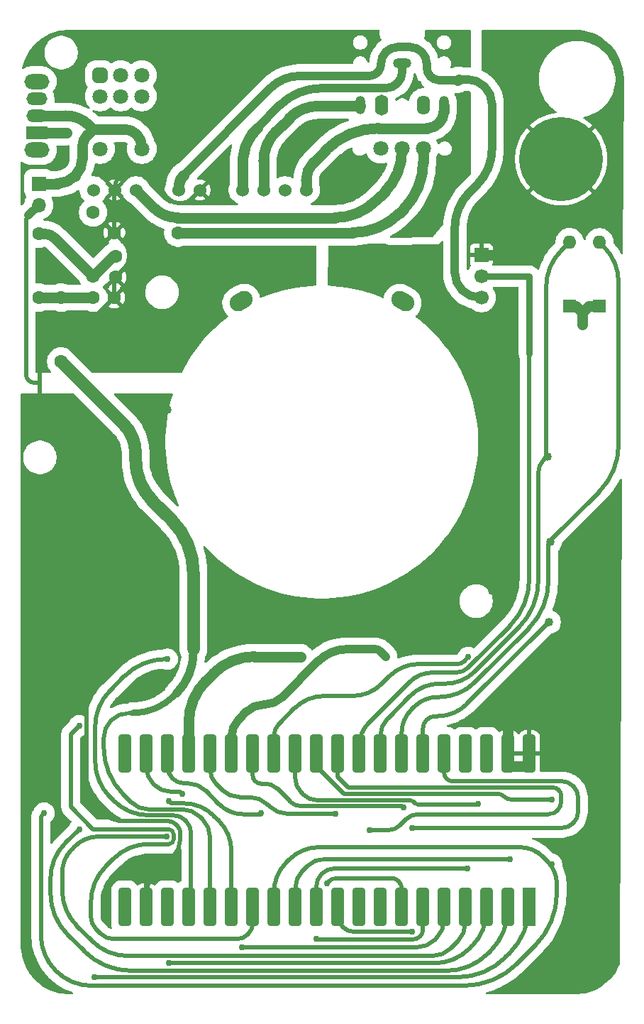
<source format=gbr>
%TF.GenerationSoftware,KiCad,Pcbnew,9.0.4*%
%TF.CreationDate,2025-09-18T23:21:34+02:00*%
%TF.ProjectId,X-DaysSynth,582d4461-7973-4537-996e-74682e6b6963,0.4*%
%TF.SameCoordinates,Original*%
%TF.FileFunction,Copper,L2,Bot*%
%TF.FilePolarity,Positive*%
%FSLAX46Y46*%
G04 Gerber Fmt 4.6, Leading zero omitted, Abs format (unit mm)*
G04 Created by KiCad (PCBNEW 9.0.4) date 2025-09-18 23:21:34*
%MOMM*%
%LPD*%
G01*
G04 APERTURE LIST*
G04 Aperture macros list*
%AMRoundRect*
0 Rectangle with rounded corners*
0 $1 Rounding radius*
0 $2 $3 $4 $5 $6 $7 $8 $9 X,Y pos of 4 corners*
0 Add a 4 corners polygon primitive as box body*
4,1,4,$2,$3,$4,$5,$6,$7,$8,$9,$2,$3,0*
0 Add four circle primitives for the rounded corners*
1,1,$1+$1,$2,$3*
1,1,$1+$1,$4,$5*
1,1,$1+$1,$6,$7*
1,1,$1+$1,$8,$9*
0 Add four rect primitives between the rounded corners*
20,1,$1+$1,$2,$3,$4,$5,0*
20,1,$1+$1,$4,$5,$6,$7,0*
20,1,$1+$1,$6,$7,$8,$9,0*
20,1,$1+$1,$8,$9,$2,$3,0*%
%AMHorizOval*
0 Thick line with rounded ends*
0 $1 width*
0 $2 $3 position (X,Y) of the first rounded end (center of the circle)*
0 $4 $5 position (X,Y) of the second rounded end (center of the circle)*
0 Add line between two ends*
20,1,$1,$2,$3,$4,$5,0*
0 Add two circle primitives to create the rounded ends*
1,1,$1,$2,$3*
1,1,$1,$4,$5*%
G04 Aperture macros list end*
%TA.AperFunction,EtchedComponent*%
%ADD10C,0.000000*%
%TD*%
%TA.AperFunction,ComponentPad*%
%ADD11R,1.700000X1.700000*%
%TD*%
%TA.AperFunction,ComponentPad*%
%ADD12O,1.700000X1.700000*%
%TD*%
%TA.AperFunction,ComponentPad*%
%ADD13C,1.800000*%
%TD*%
%TA.AperFunction,ComponentPad*%
%ADD14O,2.200000X1.200000*%
%TD*%
%TA.AperFunction,ComponentPad*%
%ADD15O,1.200000X2.200000*%
%TD*%
%TA.AperFunction,ComponentPad*%
%ADD16O,1.600000X2.300000*%
%TD*%
%TA.AperFunction,ComponentPad*%
%ADD17O,1.600000X2.500000*%
%TD*%
%TA.AperFunction,ComponentPad*%
%ADD18C,1.600000*%
%TD*%
%TA.AperFunction,ComponentPad*%
%ADD19C,1.700000*%
%TD*%
%TA.AperFunction,ComponentPad*%
%ADD20R,1.600000X1.600000*%
%TD*%
%TA.AperFunction,ComponentPad*%
%ADD21O,1.600000X1.600000*%
%TD*%
%TA.AperFunction,ComponentPad*%
%ADD22C,10.000000*%
%TD*%
%TA.AperFunction,SMDPad,CuDef*%
%ADD23R,1.524000X4.572000*%
%TD*%
%TA.AperFunction,SMDPad,CuDef*%
%ADD24RoundRect,0.381000X0.381000X1.905000X-0.381000X1.905000X-0.381000X-1.905000X0.381000X-1.905000X0*%
%TD*%
%TA.AperFunction,SMDPad,CuDef*%
%ADD25C,0.500000*%
%TD*%
%TA.AperFunction,ComponentPad*%
%ADD26C,1.524000*%
%TD*%
%TA.AperFunction,ComponentPad*%
%ADD27RoundRect,0.450000X0.450000X-0.450000X0.450000X0.450000X-0.450000X0.450000X-0.450000X-0.450000X0*%
%TD*%
%TA.AperFunction,ComponentPad*%
%ADD28O,3.000000X1.800000*%
%TD*%
%TA.AperFunction,ComponentPad*%
%ADD29R,2.500000X1.500000*%
%TD*%
%TA.AperFunction,ComponentPad*%
%ADD30O,2.500000X1.500000*%
%TD*%
%TA.AperFunction,ComponentPad*%
%ADD31HorizOval,2.032000X0.354204X0.204500X-0.354204X-0.204500X0*%
%TD*%
%TA.AperFunction,ComponentPad*%
%ADD32HorizOval,2.032000X0.354204X-0.204500X-0.354204X0.204500X0*%
%TD*%
%TA.AperFunction,ViaPad*%
%ADD33C,1.016000*%
%TD*%
%TA.AperFunction,ViaPad*%
%ADD34C,0.750000*%
%TD*%
%TA.AperFunction,Conductor*%
%ADD35C,0.508000*%
%TD*%
%TA.AperFunction,Conductor*%
%ADD36C,1.270000*%
%TD*%
%TA.AperFunction,Conductor*%
%ADD37C,1.016000*%
%TD*%
%TA.AperFunction,Conductor*%
%ADD38C,0.762000*%
%TD*%
%TA.AperFunction,Conductor*%
%ADD39C,1.524000*%
%TD*%
G04 APERTURE END LIST*
D10*
%TA.AperFunction,EtchedComponent*%
%TO.C,NT1*%
G36*
X106930000Y-88629999D02*
G01*
X106430001Y-88630000D01*
X106430000Y-86630001D01*
X106929999Y-86630000D01*
X106930000Y-88629999D01*
G37*
%TD.AperFunction*%
%TD*%
D11*
%TO.P,J9,1,Pin_1*%
%TO.N,Net-(AMP1-SWITCH2)*%
X106553000Y-63881000D03*
D12*
%TO.P,J9,2,Pin_2*%
%TO.N,/GND-IN*%
X106553000Y-66421000D03*
%TD*%
D13*
%TO.P,J3,C,COM*%
%TO.N,Net-(AMP1-L)*%
X149936200Y-59715400D03*
D14*
%TO.P,J3,G*%
%TO.N,Net-(AMP1-LOUT-)*%
X149936200Y-49555400D03*
D13*
%TO.P,J3,I,IN*%
%TO.N,/AUDIO_LOW*%
X147396200Y-59715400D03*
%TO.P,J3,O,OUT*%
%TO.N,Net-(J3-OUT)*%
X152476200Y-59715400D03*
D15*
%TO.P,J3,R*%
%TO.N,Net-(AMP1-ROUT)*%
X154936200Y-54555400D03*
D16*
%TO.P,J3,RN*%
%TO.N,Net-(J3-PadRN)*%
X152436200Y-54555400D03*
D15*
%TO.P,J3,T*%
%TO.N,Net-(AMP1-LOUT+)*%
X144936200Y-54555400D03*
D17*
%TO.P,J3,TN*%
%TO.N,unconnected-(J3-PadTN)*%
X147436200Y-54555400D03*
%TD*%
D18*
%TO.P,R3,1*%
%TO.N,/AUDIO_LOW*%
X113030000Y-67310000D03*
%TO.P,R3,2*%
%TO.N,Net-(C2-Pad1)*%
X113030000Y-74930000D03*
%TD*%
%TO.P,C1,1*%
%TO.N,Net-(C1-Pad1)*%
X113030000Y-77470000D03*
%TO.P,C1,2*%
%TO.N,GNDA*%
X115530000Y-77470000D03*
%TD*%
D11*
%TO.P,J4,1,Pin_1*%
%TO.N,/DGND*%
X159385000Y-72390000D03*
D19*
%TO.P,J4,2,Pin_2*%
%TO.N,/LED_DIN*%
X159385000Y-74930000D03*
%TO.P,J4,3,Pin_3*%
%TO.N,+3.3V*%
X159385000Y-77470000D03*
%TD*%
D18*
%TO.P,R2,1*%
%TO.N,Net-(C2-Pad1)*%
X106553000Y-69850000D03*
%TO.P,R2,2*%
%TO.N,Net-(C1-Pad1)*%
X106553000Y-77470000D03*
%TD*%
%TO.P,R8,1*%
%TO.N,Net-(J3-OUT)*%
X123190000Y-69723000D03*
%TO.P,R8,2*%
%TO.N,GNDA*%
X115570000Y-69723000D03*
%TD*%
D20*
%TO.P,D2,1,K*%
%TO.N,Net-(D1-K)*%
X169926000Y-78486000D03*
D21*
%TO.P,D2,2,A*%
%TO.N,/PARAM*%
X169926000Y-70866000D03*
%TD*%
D18*
%TO.P,R1,1*%
%TO.N,Net-(C1-Pad1)*%
X109220000Y-77470000D03*
%TO.P,R1,2*%
%TO.N,/PWM_OUT*%
X109220000Y-85090000D03*
%TD*%
D20*
%TO.P,D1,1,K*%
%TO.N,Net-(D1-K)*%
X173482000Y-78501000D03*
D21*
%TO.P,D1,2,A*%
%TO.N,/WRITE*%
X173482000Y-70881000D03*
%TD*%
D22*
%TO.P,J1,1,Pin_1*%
%TO.N,/DGND*%
X168910000Y-60960000D03*
%TD*%
D18*
%TO.P,C2,1*%
%TO.N,Net-(C2-Pad1)*%
X115697000Y-72537000D03*
%TO.P,C2,2*%
%TO.N,GNDA*%
X115697000Y-75037000D03*
%TD*%
D23*
%TO.P,U1,1,B12/NSS2*%
%TO.N,/C0*%
X165100000Y-150114000D03*
D24*
%TO.P,U1,2,B13/SCK2*%
%TO.N,/C#0*%
X162559999Y-150114000D03*
%TO.P,U1,3,B14/MISO2*%
%TO.N,/D0*%
X160020000Y-150114000D03*
%TO.P,U1,4,B15/MOSI2*%
%TO.N,/D#0*%
X157479999Y-150114000D03*
%TO.P,U1,5,A8/MCO*%
%TO.N,/E0*%
X154940000Y-150114000D03*
%TO.P,U1,6,A9/U1TXa*%
%TO.N,/F0*%
X152399999Y-150114000D03*
%TO.P,U1,7,A10/U1RXa*%
%TO.N,/F#0*%
X149860000Y-150114000D03*
%TO.P,U1,8,A11/CANRX/USBDM*%
%TO.N,unconnected-(U1-A11{slash}CANRX{slash}USBDM-Pad8)*%
X147320000Y-150114001D03*
%TO.P,U1,9,A12/CANTX/USBDP*%
%TO.N,unconnected-(U1-A12{slash}CANTX{slash}USBDP-Pad9)*%
X144780000Y-150114000D03*
%TO.P,U1,10,A15/JTDI*%
%TO.N,/A0*%
X142240000Y-150114000D03*
%TO.P,U1,11,B3/JTDO*%
%TO.N,/A#0*%
X139700000Y-150114000D03*
%TO.P,U1,12,B4/JnTRST*%
%TO.N,/B0*%
X137160000Y-150114000D03*
%TO.P,U1,13,B5*%
%TO.N,/C1*%
X134620000Y-150114001D03*
%TO.P,U1,14,B6/SCL1a/U1TXb*%
%TO.N,/C#1*%
X132080000Y-150114000D03*
%TO.P,U1,15,B7/SDA1a/U1RXb*%
%TO.N,/D1*%
X129540000Y-150114001D03*
%TO.P,U1,16,B8/SCL1b/CANRX*%
%TO.N,/PWM_OUT*%
X127000000Y-150114000D03*
%TO.P,U1,17,B9/SDA1b/CANTX*%
%TO.N,/D#1*%
X124460000Y-150114001D03*
%TO.P,U1,18,5V*%
%TO.N,unconnected-(U1-5V-Pad18)*%
X121920000Y-150114000D03*
%TO.P,U1,19,GND*%
%TO.N,/DGND*%
X119380000Y-150114001D03*
%TO.P,U1,20,3V3*%
%TO.N,unconnected-(U1-3V3-Pad20)*%
X116840000Y-150114000D03*
%TO.P,U1,21,VBAT*%
%TO.N,unconnected-(U1-VBAT-Pad21)*%
X116840000Y-131826000D03*
%TO.P,U1,22,C13*%
%TO.N,/E1*%
X119380001Y-131826000D03*
%TO.P,U1,23,C14/OSC32_IN*%
%TO.N,/F1*%
X121920000Y-131826000D03*
%TO.P,U1,24,C15/OSC32_OUT*%
%TO.N,/F#1*%
X124460001Y-131826000D03*
%TO.P,U1,25,A0/WKUP*%
%TO.N,/G1*%
X127000000Y-131826000D03*
%TO.P,U1,26,A1*%
%TO.N,/G#1*%
X129540001Y-131826000D03*
%TO.P,U1,27,A2/U2TX*%
%TO.N,/A1*%
X132080000Y-131826000D03*
%TO.P,U1,28,A3/U2RX*%
%TO.N,/A#1*%
X134620000Y-131825999D03*
%TO.P,U1,29,A4/NSS1*%
%TO.N,/B1*%
X137160000Y-131826000D03*
%TO.P,U1,30,A5/SCK1*%
%TO.N,/C2*%
X139700000Y-131826000D03*
%TO.P,U1,31,A6/MISO1*%
%TO.N,/G0*%
X142240000Y-131826000D03*
%TO.P,U1,32,A7/MOSI1*%
%TO.N,/LED_DIN*%
X144780000Y-131826000D03*
%TO.P,U1,33,B0*%
%TO.N,/PARAM*%
X147320000Y-131825999D03*
%TO.P,U1,34,B1*%
%TO.N,/WRITE*%
X149860000Y-131826000D03*
%TO.P,U1,35,B10/SCL2/U3TX*%
%TO.N,/PATCH*%
X152400000Y-131825999D03*
%TO.P,U1,36,B11/SDA2/U3RX*%
%TO.N,/G#0*%
X154940000Y-131826000D03*
%TO.P,U1,37,nRESET*%
%TO.N,unconnected-(U1-nRESET-Pad37)*%
X157480000Y-131825999D03*
%TO.P,U1,38,3V3*%
%TO.N,+3.3V*%
X160020000Y-131826000D03*
%TO.P,U1,39,GND*%
%TO.N,/DGND*%
X162560000Y-131825999D03*
%TO.P,U1,40,GND*%
X165100000Y-131826000D03*
%TD*%
D25*
%TO.P,NT1,1,1*%
%TO.N,/DGND*%
X106680000Y-88630000D03*
%TO.P,NT1,2,2*%
%TO.N,/GND-IN*%
X106680000Y-87630000D03*
%TO.P,NT1,3,3*%
%TO.N,GNDA*%
X106680000Y-86630000D03*
%TD*%
D26*
%TO.P,AMP1,1,ROUT*%
%TO.N,Net-(AMP1-ROUT)*%
X138478447Y-64641500D03*
%TO.P,AMP1,2,ROUT-*%
%TO.N,Net-(AMP1-LOUT-)*%
X135938447Y-64641500D03*
%TO.P,AMP1,3,LOUT+*%
%TO.N,Net-(AMP1-LOUT+)*%
X133398447Y-64641500D03*
%TO.P,AMP1,4,LOUT-*%
%TO.N,Net-(AMP1-LOUT-)*%
X130858447Y-64641500D03*
%TO.P,AMP1,5,POWER-*%
%TO.N,GNDA*%
X125778447Y-64641500D03*
%TO.P,AMP1,6,POWER+*%
%TO.N,+3.3V*%
X123238447Y-64641500D03*
%TO.P,AMP1,7,L*%
%TO.N,Net-(AMP1-L)*%
X118158447Y-64641500D03*
%TO.P,AMP1,8,G*%
%TO.N,GNDA*%
X115618447Y-64641500D03*
%TO.P,AMP1,9,R*%
%TO.N,/AUDIO_LOW*%
X113078447Y-64641500D03*
D27*
%TO.P,AMP1,10*%
%TO.N,N/C*%
X113840447Y-50965500D03*
D13*
%TO.P,AMP1,11*%
X116340447Y-50965500D03*
%TO.P,AMP1,12*%
X118840447Y-50965500D03*
%TO.P,AMP1,13*%
X113840447Y-53465500D03*
%TO.P,AMP1,14*%
X116340448Y-53465500D03*
%TO.P,AMP1,15*%
X118840447Y-53465500D03*
%TO.P,AMP1,16,SWITCH1*%
%TO.N,+3.3V*%
X113840447Y-59739300D03*
%TO.P,AMP1,17,SWITCH2*%
%TO.N,Net-(AMP1-SWITCH2)*%
X118840447Y-59739300D03*
%TD*%
D28*
%TO.P,J2,*%
%TO.N,*%
X106299000Y-59885000D03*
X106299000Y-51685000D03*
D29*
%TO.P,J2,1,Pin_1*%
%TO.N,+3.3V*%
X106299000Y-57785000D03*
D30*
%TO.P,J2,2,Pin_2*%
%TO.N,Net-(AMP1-SWITCH2)*%
X106299000Y-55785000D03*
%TO.P,J2,3,Pin_3*%
%TO.N,unconnected-(J2-Pin_3-Pad3)*%
X106299000Y-53785000D03*
%TD*%
D31*
%TO.P,LS1,1,1*%
%TO.N,Net-(AMP1-LOUT-)*%
X130715000Y-77929096D03*
D32*
%TO.P,LS1,2,2*%
%TO.N,Net-(J3-PadRN)*%
X149987000Y-77929096D03*
%TD*%
D33*
%TO.N,GNDA*%
X157480000Y-55245000D03*
X135890000Y-74295000D03*
X122555000Y-83185000D03*
X109220000Y-61595000D03*
X137160000Y-60325000D03*
X154305000Y-62865000D03*
X156845000Y-48895000D03*
X151765000Y-52070000D03*
X140970000Y-48260000D03*
X108585000Y-73660000D03*
X113665000Y-84455000D03*
X127000000Y-73025000D03*
X142875000Y-64770000D03*
%TO.N,+3.3V*%
X109855000Y-57785000D03*
%TO.N,/DGND*%
X160655000Y-112395000D03*
X168021000Y-118618000D03*
X175260000Y-108585000D03*
X128905000Y-112395000D03*
X175260000Y-118110000D03*
X161290000Y-80010000D03*
X161925000Y-99060000D03*
X106680000Y-99695000D03*
X110490000Y-90805000D03*
X160655000Y-47625000D03*
X163830000Y-72390000D03*
X166370000Y-69215000D03*
X114300000Y-99695000D03*
X173990000Y-64135000D03*
X117348000Y-116967000D03*
X121920000Y-90805000D03*
X106680000Y-116840000D03*
D34*
%TO.N,/C0*%
X113157000Y-158496000D03*
%TO.N,/C#0*%
X111379000Y-140843000D03*
%TO.N,/D0*%
X122047000Y-156835000D03*
%TO.N,/D#0*%
X121783000Y-141742000D03*
%TO.N,/E0*%
X130810000Y-154940000D03*
%TO.N,/F0*%
X139700000Y-153924000D03*
%TO.N,/F#0*%
X140970000Y-147329000D03*
%TO.N,/G0*%
X146050000Y-140970000D03*
%TO.N,/G#0*%
X151130000Y-140716000D03*
%TO.N,/A0*%
X151130000Y-153099000D03*
%TO.N,/A#0*%
X157734000Y-145542000D03*
%TO.N,/B0*%
X162814000Y-144399000D03*
%TO.N,/C1*%
X167767000Y-145034000D03*
X107188000Y-138938000D03*
%TO.N,/C#1*%
X111379000Y-128524000D03*
%TO.N,/D1*%
X122047000Y-137531000D03*
%TO.N,/D#1*%
X121903827Y-120573628D03*
%TO.N,/E1*%
X123698000Y-136652000D03*
%TO.N,/F1*%
X133096000Y-138938000D03*
%TO.N,/F#1*%
X137795000Y-120269000D03*
%TO.N,/G1*%
X141986000Y-139001000D03*
%TO.N,/G#1*%
X147955000Y-120269000D03*
%TO.N,/A1*%
X150114000Y-138293000D03*
%TO.N,/A#1*%
X157810953Y-120345953D03*
%TO.N,/B1*%
X159004000Y-137859000D03*
%TO.N,/C2*%
X167767000Y-137287000D03*
D33*
%TO.N,/PARAM*%
X167259000Y-96469200D03*
%TO.N,/WRITE*%
X167640000Y-106578400D03*
%TO.N,/PATCH*%
X167487600Y-116154200D03*
%TO.N,Net-(D1-K)*%
X171475400Y-80645000D03*
%TD*%
D35*
%TO.N,GNDA*%
X121158000Y-63914214D02*
X121158000Y-63992540D01*
X106680000Y-86630000D02*
X106680000Y-85062641D01*
X115530000Y-75204000D02*
X115697000Y-75037000D01*
X115618447Y-64641500D02*
X115618447Y-64406980D01*
X115530000Y-77470000D02*
X115530000Y-75204000D01*
X120346787Y-62688787D02*
X120865107Y-63207107D01*
X110081641Y-81661000D02*
X110096359Y-81661000D01*
X124869761Y-65653713D02*
X125778447Y-64745027D01*
X117333000Y-72314427D02*
X117333000Y-72572573D01*
X117922427Y-62103000D02*
X118932573Y-62103000D01*
X121743787Y-65406754D02*
X121990747Y-65653714D01*
X107558680Y-82941320D02*
X107960321Y-82539679D01*
X115570000Y-64689947D02*
X115570000Y-69723000D01*
D36*
X125778447Y-64745027D02*
X125778447Y-64641500D01*
D35*
X112217680Y-80782320D02*
X115530000Y-77470000D01*
X123404960Y-66239500D02*
X123455547Y-66239500D01*
X116204234Y-62992766D02*
X116508214Y-62688786D01*
X116747213Y-73986787D02*
X115697000Y-75037000D01*
X115570000Y-69723000D02*
X116747214Y-70900214D01*
D36*
X115618447Y-64641500D02*
X115570000Y-64689947D01*
D35*
X116747213Y-73986787D02*
G75*
G03*
X117332981Y-72572573I-1414213J1414187D01*
G01*
X107558680Y-82941320D02*
G75*
G03*
X106680029Y-85062641I2121320J-2121280D01*
G01*
X116204234Y-62992766D02*
G75*
G03*
X115618419Y-64406980I1414166J-1414234D01*
G01*
X123404960Y-66239500D02*
G75*
G02*
X121990767Y-65653694I40J2000000D01*
G01*
X121743787Y-65406754D02*
G75*
G02*
X121157972Y-63992540I1414213J1414254D01*
G01*
X116508214Y-62688786D02*
G75*
G02*
X117922427Y-62103019I1414186J-1414214D01*
G01*
X120865107Y-63207107D02*
G75*
G02*
X121157990Y-63914214I-707107J-707093D01*
G01*
X116747214Y-70900214D02*
G75*
G02*
X117332981Y-72314427I-1414214J-1414186D01*
G01*
X107960321Y-82539679D02*
G75*
G02*
X110081641Y-81661029I2121279J-2121321D01*
G01*
X123455547Y-66239500D02*
G75*
G03*
X124869738Y-65653690I-47J2000000D01*
G01*
X112217680Y-80782320D02*
G75*
G02*
X110096359Y-81660971I-2121280J2121320D01*
G01*
X120346787Y-62688787D02*
G75*
G03*
X118932573Y-62103019I-1414187J-1414213D01*
G01*
D36*
%TO.N,+3.3V*%
X156675000Y-51435000D02*
X156560000Y-51550000D01*
X106299000Y-57785000D02*
X109855000Y-57785000D01*
D37*
X157655000Y-51435000D02*
X156675000Y-51435000D01*
D36*
X123575084Y-63168558D02*
X123640021Y-63077042D01*
X123238447Y-64641500D02*
X123238447Y-64279980D01*
D37*
X160655000Y-59744719D02*
X160655000Y-54435000D01*
D36*
X123784762Y-62905641D02*
X123824234Y-62865766D01*
X123238707Y-64223873D02*
X123245000Y-64111836D01*
X123245000Y-64111836D02*
X123257565Y-64000327D01*
X123301334Y-63780299D02*
X123332401Y-63672471D01*
X123709987Y-62989311D02*
X123784762Y-62905641D01*
D37*
X154370000Y-51550000D02*
X156560000Y-51550000D01*
X156210000Y-74470000D02*
X156210000Y-69160281D01*
D36*
X123238447Y-64279980D02*
X123238707Y-64223873D01*
D37*
X149400000Y-47600000D02*
X150870000Y-47600000D01*
D36*
X123412409Y-63462883D02*
X123461098Y-63361783D01*
X123515380Y-63263571D02*
X123575084Y-63168558D01*
D37*
X159385000Y-77470000D02*
X159210000Y-77470000D01*
X152870000Y-49600000D02*
X152870000Y-50050000D01*
D36*
X123369465Y-63566555D02*
X123412409Y-63462883D01*
D37*
X147400000Y-49640400D02*
X147400000Y-49600000D01*
X123824234Y-62865766D02*
X134185134Y-52504866D01*
D36*
X123461098Y-63361783D02*
X123515380Y-63263571D01*
D37*
X137720668Y-51040400D02*
X146000000Y-51040400D01*
D36*
X123332401Y-63672471D02*
X123369465Y-63566555D01*
D37*
X157967360Y-64917640D02*
X158897641Y-63987359D01*
D36*
X123257565Y-64000327D02*
X123276363Y-63889699D01*
X123276363Y-63889699D02*
X123301334Y-63780299D01*
X123640021Y-63077042D02*
X123709987Y-62989311D01*
D37*
X160655000Y-54435000D02*
G75*
G03*
X157655000Y-51435000I-3000000J0D01*
G01*
X150870000Y-47600000D02*
G75*
G02*
X152870000Y-49600000I0J-2000000D01*
G01*
X152870000Y-50050000D02*
G75*
G03*
X154370000Y-51550000I1500000J0D01*
G01*
X134185134Y-52504866D02*
G75*
G02*
X137720668Y-51040377I3535566J-3535534D01*
G01*
X158897641Y-63987359D02*
G75*
G03*
X160655013Y-59744719I-4242641J4242659D01*
G01*
X156210000Y-69160281D02*
G75*
G02*
X157967369Y-64917649I6000000J-19D01*
G01*
X147400000Y-49600000D02*
G75*
G02*
X149400000Y-47600000I2000000J0D01*
G01*
X146000000Y-51040400D02*
G75*
G03*
X147400000Y-49640400I0J1400000D01*
G01*
X156210000Y-74470000D02*
G75*
G03*
X159210000Y-77470000I3000000J0D01*
G01*
D36*
%TO.N,/DGND*%
X110295534Y-94420534D02*
X108144466Y-92269466D01*
D35*
X114894039Y-119420961D02*
X117348000Y-116967000D01*
X119380000Y-148590001D02*
X119380000Y-148562641D01*
D36*
X116760000Y-116967000D02*
X117348000Y-116967000D01*
D35*
X123444000Y-142013359D02*
X123444000Y-141257214D01*
D36*
X162560000Y-133349999D02*
X162560000Y-127806922D01*
D35*
X123151107Y-140550107D02*
X122797836Y-140196836D01*
X106680000Y-88733932D02*
X106680000Y-88630000D01*
X120258680Y-146441320D02*
X122565321Y-144134679D01*
X122090729Y-139903943D02*
X116795797Y-139903943D01*
X112258000Y-135366146D02*
X112258000Y-125784922D01*
D36*
X165100000Y-133350000D02*
X162560001Y-133350000D01*
X165196039Y-121442961D02*
X168021000Y-118618000D01*
X111760000Y-111967000D02*
X111760000Y-97956068D01*
X162560001Y-133350000D02*
X162560000Y-133349999D01*
X159385000Y-72390000D02*
X163830000Y-72390000D01*
D35*
X113967370Y-138732370D02*
X113429573Y-138194573D01*
D36*
X168021000Y-118872000D02*
X168021000Y-118618000D01*
D35*
X119380000Y-148562641D02*
G75*
G02*
X120258660Y-146441300I3000000J41D01*
G01*
X116795797Y-139903943D02*
G75*
G02*
X113967362Y-138732378I3J4000043D01*
G01*
X108144466Y-92269466D02*
G75*
G02*
X106679977Y-88733932I3535534J3535566D01*
G01*
X114894039Y-119420961D02*
G75*
G03*
X112258016Y-125784922I6363961J-6363939D01*
G01*
X122797836Y-140196836D02*
G75*
G03*
X122090729Y-139903910I-707136J-707064D01*
G01*
D36*
X111760000Y-111967000D02*
G75*
G03*
X116760000Y-116967000I5000000J0D01*
G01*
D35*
X122565321Y-144134679D02*
G75*
G03*
X123443971Y-142013359I-2121321J2121279D01*
G01*
D36*
X162560000Y-127806922D02*
G75*
G02*
X165196028Y-121442950I9000000J22D01*
G01*
D35*
X113429573Y-138194573D02*
G75*
G02*
X112257968Y-135366146I2828427J2828473D01*
G01*
X123444000Y-141257214D02*
G75*
G03*
X123151114Y-140550100I-1000000J14D01*
G01*
D36*
X111760000Y-97956068D02*
G75*
G03*
X110295518Y-94420550I-5000000J-32D01*
G01*
D35*
%TO.N,/C0*%
X162756854Y-155632146D02*
X162236146Y-156152854D01*
X156579292Y-158496000D02*
X113157000Y-158496000D01*
X165100000Y-148590000D02*
X165100000Y-149975292D01*
X165100000Y-149975292D02*
G75*
G02*
X162756858Y-155632150I-8000000J-8D01*
G01*
X162236146Y-156152854D02*
G75*
G02*
X156579292Y-158495994I-5656846J5656854D01*
G01*
%TO.N,/C#0*%
X107950000Y-148484505D02*
X107950000Y-146757281D01*
X162559999Y-148590000D02*
X162559999Y-150389506D01*
X111956854Y-155390854D02*
X110000252Y-153434252D01*
X109707360Y-142514640D02*
X111379000Y-140843000D01*
X155215505Y-157734000D02*
X117613708Y-157734000D01*
X160509746Y-155339254D02*
X160165252Y-155683748D01*
X111956854Y-155390854D02*
G75*
G03*
X117613708Y-157733994I5656846J5656854D01*
G01*
X110000252Y-153434252D02*
G75*
G02*
X107949996Y-148484505I4949748J4949752D01*
G01*
X160165252Y-155683748D02*
G75*
G02*
X155215505Y-157734004I-4949752J4949748D01*
G01*
X107950000Y-146757281D02*
G75*
G02*
X109707369Y-142514649I6000000J-19D01*
G01*
X162559999Y-150389506D02*
G75*
G02*
X160509743Y-155339251I-6999999J6D01*
G01*
%TO.N,/D0*%
X153734719Y-156835000D02*
X122047000Y-156835000D01*
X158262640Y-154792360D02*
X157977359Y-155077641D01*
X160020000Y-148590000D02*
X160020000Y-150549719D01*
X158262640Y-154792360D02*
G75*
G03*
X160020013Y-150549719I-4242640J4242660D01*
G01*
X157977359Y-155077641D02*
G75*
G02*
X153734719Y-156835013I-4242659J4242641D01*
G01*
%TO.N,/D#0*%
X157479999Y-148590000D02*
X157479999Y-152046360D01*
X153570359Y-155956000D02*
X117166281Y-155956000D01*
X110518573Y-143227427D02*
X110842427Y-142903573D01*
X113670854Y-141732000D02*
X121773000Y-141732000D01*
X121773000Y-141732000D02*
X121783000Y-141742000D01*
X112923640Y-154198640D02*
X111104359Y-152379359D01*
X156601319Y-154167681D02*
X155691679Y-155077321D01*
X109347000Y-148136719D02*
X109347000Y-146055854D01*
X111104359Y-152379359D02*
G75*
G02*
X109346987Y-148136719I4242641J4242659D01*
G01*
X156601319Y-154167681D02*
G75*
G03*
X157479971Y-152046360I-2121319J2121281D01*
G01*
X110842427Y-142903573D02*
G75*
G02*
X113670854Y-141731968I2828473J-2828427D01*
G01*
X109347000Y-146055854D02*
G75*
G02*
X110518596Y-143227450I4000000J-46D01*
G01*
X155691679Y-155077321D02*
G75*
G02*
X153570359Y-155955971I-2121279J2121321D01*
G01*
X112923640Y-154198640D02*
G75*
G03*
X117166281Y-155956013I4242660J4242640D01*
G01*
%TO.N,/E0*%
X154061320Y-153786680D02*
X153786679Y-154061321D01*
X154940000Y-148590000D02*
X154940000Y-151665359D01*
X151665359Y-154940000D02*
X130810000Y-154940000D01*
X154061320Y-153786680D02*
G75*
G03*
X154939971Y-151665359I-2121320J2121280D01*
G01*
X153786679Y-154061321D02*
G75*
G02*
X151665359Y-154939971I-2121279J2121321D01*
G01*
%TO.N,/F0*%
X152399999Y-148590000D02*
X152399999Y-152874787D01*
X152107106Y-153581894D02*
X152003893Y-153685107D01*
X151296786Y-153978000D02*
X139754000Y-153978000D01*
X139754000Y-153978000D02*
X139700000Y-153924000D01*
X151296786Y-153978000D02*
G75*
G03*
X152003900Y-153685114I14J1000000D01*
G01*
X152399999Y-152874787D02*
G75*
G02*
X152107112Y-153581900I-999999J-13D01*
G01*
%TO.N,/F#0*%
X149860000Y-148590000D02*
X149860000Y-147861214D01*
X149567107Y-147154107D02*
X149390893Y-146977893D01*
X141321107Y-146977893D02*
X140970000Y-147329000D01*
X148683786Y-146685000D02*
X142028214Y-146685000D01*
X149567107Y-147154107D02*
G75*
G02*
X149859990Y-147861214I-707107J-707093D01*
G01*
X142028214Y-146685000D02*
G75*
G03*
X141321100Y-146977886I-14J-1000000D01*
G01*
X148683786Y-146685000D02*
G75*
G02*
X149390900Y-146977886I14J-1000000D01*
G01*
%TO.N,/G0*%
X149683787Y-140384213D02*
X150417214Y-139650786D01*
X142240000Y-134620000D02*
X142240000Y-133350000D01*
X143510000Y-135890000D02*
X142240000Y-134620000D01*
X151831427Y-139065000D02*
X167410000Y-139065000D01*
X146050000Y-140970000D02*
X148269573Y-140970000D01*
X167910000Y-135890000D02*
X143510000Y-135890000D01*
X168910000Y-137565000D02*
X168910000Y-136890000D01*
X168910000Y-136890000D02*
G75*
G03*
X167910000Y-135890000I-1000000J0D01*
G01*
X167410000Y-139065000D02*
G75*
G03*
X168910000Y-137565000I0J1500000D01*
G01*
X149683787Y-140384213D02*
G75*
G02*
X148269573Y-140969981I-1414187J1414213D01*
G01*
X150417214Y-139650786D02*
G75*
G02*
X151831427Y-139065019I1414186J-1414214D01*
G01*
%TO.N,/G#0*%
X168942000Y-140716000D02*
X151130000Y-140716000D01*
X154940000Y-133350000D02*
X154940000Y-134128000D01*
X155940000Y-135128000D02*
X168942000Y-135128000D01*
X170942000Y-137128000D02*
X170942000Y-138716000D01*
X155940000Y-135128000D02*
G75*
G02*
X154940000Y-134128000I0J1000000D01*
G01*
X168942000Y-135128000D02*
G75*
G02*
X170942000Y-137128000I0J-2000000D01*
G01*
X170942000Y-138716000D02*
G75*
G02*
X168942000Y-140716000I-2000000J0D01*
G01*
%TO.N,/A0*%
X142240000Y-148590000D02*
X142240000Y-151099000D01*
X144240000Y-153099000D02*
X151130000Y-153099000D01*
X144240000Y-153099000D02*
G75*
G02*
X142240000Y-151099000I0J2000000D01*
G01*
%TO.N,/A#0*%
X140285787Y-146226213D02*
X140384214Y-146127786D01*
X139700000Y-148590000D02*
X139700000Y-147640427D01*
X141798427Y-145542000D02*
X157734000Y-145542000D01*
X141798427Y-145542000D02*
G75*
G03*
X140384200Y-146127772I-27J-2000000D01*
G01*
X139700000Y-147640427D02*
G75*
G02*
X140285773Y-146226199I2000000J27D01*
G01*
%TO.N,/B0*%
X138038680Y-145806320D02*
X138567321Y-145277679D01*
X137160000Y-148590000D02*
X137160000Y-147927641D01*
X140688641Y-144399000D02*
X162814000Y-144399000D01*
X137160000Y-147927641D02*
G75*
G02*
X138038660Y-145806300I3000000J41D01*
G01*
X140688641Y-144399000D02*
G75*
G03*
X138567301Y-145277659I-41J-3000000D01*
G01*
%TO.N,/C1*%
X139993068Y-143002000D02*
X163951146Y-143002000D01*
X136084466Y-144839534D02*
X136457534Y-144466466D01*
X134620000Y-148590001D02*
X134620000Y-148375068D01*
X157308078Y-159512000D02*
X112848281Y-159512000D01*
X165765961Y-154782039D02*
X163672039Y-156875961D01*
X166779573Y-144173573D02*
X167230427Y-144624427D01*
X108605640Y-157754640D02*
X108564359Y-157713359D01*
X106807000Y-139319000D02*
X107188000Y-138938000D01*
X106807000Y-153470719D02*
X106807000Y-139319000D01*
X168402000Y-147452854D02*
X168402000Y-148418078D01*
X168402000Y-148418078D02*
G75*
G02*
X165765972Y-154782050I-9000000J-22D01*
G01*
X108605640Y-157754640D02*
G75*
G03*
X112848281Y-159512013I4242660J4242640D01*
G01*
X163672039Y-156875961D02*
G75*
G02*
X157308078Y-159511984I-6363939J6363961D01*
G01*
X136457534Y-144466466D02*
G75*
G02*
X139993068Y-143001977I3535566J-3535534D01*
G01*
X108564359Y-157713359D02*
G75*
G02*
X106806987Y-153470719I4242641J4242659D01*
G01*
X134620000Y-148375068D02*
G75*
G02*
X136084482Y-144839550I5000000J-32D01*
G01*
X163951146Y-143002000D02*
G75*
G02*
X166779550Y-144173596I-46J-4000000D01*
G01*
X167230427Y-144624427D02*
G75*
G02*
X168402032Y-147452854I-2828427J-2828473D01*
G01*
%TO.N,/C#1*%
X122672000Y-142021000D02*
X122672000Y-141502377D01*
X113968213Y-153338213D02*
X113361786Y-152731786D01*
X110363000Y-138176000D02*
X110363000Y-129540000D01*
X132080000Y-148590000D02*
X132080000Y-152159680D01*
X130315680Y-153924000D02*
X115382427Y-153924000D01*
X114533360Y-145308640D02*
X115463641Y-144378359D01*
X110363000Y-129540000D02*
X111379000Y-128524000D01*
X122012623Y-140843000D02*
X113030000Y-140843000D01*
X131640660Y-153220340D02*
X131376340Y-153484660D01*
X113030000Y-140843000D02*
X110363000Y-138176000D01*
X119706281Y-142621000D02*
X122072000Y-142621000D01*
X122496264Y-141078113D02*
X122436887Y-141018736D01*
X112776000Y-151317573D02*
X112776000Y-149551281D01*
X132080000Y-152159680D02*
G75*
G02*
X131640670Y-153220350I-1500000J-20D01*
G01*
X122072000Y-142621000D02*
G75*
G03*
X122672000Y-142021000I0J600000D01*
G01*
X130315680Y-153924000D02*
G75*
G03*
X131376350Y-153484670I20J1500000D01*
G01*
X112776000Y-151317573D02*
G75*
G03*
X113361772Y-152731800I2000000J-27D01*
G01*
X115463641Y-144378359D02*
G75*
G02*
X119706281Y-142620987I4242659J-4242641D01*
G01*
X122436887Y-141018736D02*
G75*
G03*
X122012623Y-140842984I-424287J-424264D01*
G01*
X112776000Y-149551281D02*
G75*
G02*
X114533369Y-145308649I6000000J-19D01*
G01*
X115382427Y-153924000D02*
G75*
G02*
X113968199Y-153338227I-27J2000000D01*
G01*
X122672000Y-141502377D02*
G75*
G03*
X122496253Y-141078124I-600000J-23D01*
G01*
%TO.N,/D1*%
X128075534Y-139886534D02*
X127432410Y-139243410D01*
X123896876Y-137778944D02*
X122294944Y-137778944D01*
X122294944Y-137778944D02*
X122047000Y-137531000D01*
X129540000Y-148590001D02*
X129540000Y-143422068D01*
X128075534Y-139886534D02*
G75*
G02*
X129540023Y-143422068I-3535534J-3535566D01*
G01*
X127432410Y-139243410D02*
G75*
G03*
X123896876Y-137778948I-3535510J-3535490D01*
G01*
%TO.N,/D#1*%
X124128213Y-139876213D02*
X124033729Y-139781729D01*
X124714000Y-148336001D02*
X124714000Y-141290427D01*
X115041360Y-124353640D02*
X116771120Y-122623880D01*
X121720867Y-120573628D02*
X121903827Y-120573628D01*
X124460000Y-148590001D02*
X124714000Y-148336001D01*
X113284000Y-132769719D02*
X113284000Y-128596281D01*
X122619516Y-139195943D02*
X119710224Y-139195943D01*
X115467583Y-137438583D02*
X115041359Y-137012359D01*
X116771120Y-122623880D02*
G75*
G02*
X121720867Y-120573596I4949780J-4949720D01*
G01*
X119710224Y-139195943D02*
G75*
G02*
X115467562Y-137438604I-24J6000043D01*
G01*
X113284000Y-128596281D02*
G75*
G02*
X115041369Y-124353649I6000000J-19D01*
G01*
X124714000Y-141290427D02*
G75*
G03*
X124128227Y-139876199I-2000000J27D01*
G01*
X124033729Y-139781729D02*
G75*
G03*
X122619516Y-139195919I-1414229J-1414171D01*
G01*
X115041359Y-137012359D02*
G75*
G02*
X113283987Y-132769719I4242641J4242659D01*
G01*
%TO.N,/E1*%
X123444000Y-136398000D02*
X123698000Y-136652000D01*
X122380001Y-136398000D02*
X123444000Y-136398000D01*
X119380001Y-133350000D02*
X119380001Y-133398000D01*
X122380001Y-136398000D02*
G75*
G02*
X119380000Y-133398000I-1J3000000D01*
G01*
%TO.N,/F1*%
X121920000Y-133382000D02*
X121920000Y-133350000D01*
X128114427Y-137893427D02*
X126481679Y-136260679D01*
X133096000Y-138938000D02*
X133086000Y-139065000D01*
X133086000Y-139065000D02*
X130942854Y-139065000D01*
X124360359Y-135382000D02*
X123920000Y-135382000D01*
X130942854Y-139065000D02*
G75*
G02*
X128114450Y-137893404I46J4000000D01*
G01*
X123920000Y-135382000D02*
G75*
G02*
X121920000Y-133382000I0J2000000D01*
G01*
X126481679Y-136260679D02*
G75*
G03*
X124360359Y-135382029I-2121279J-2121321D01*
G01*
D36*
%TO.N,/F#1*%
X132312495Y-120269000D02*
X137795000Y-120269000D01*
X124460001Y-133350000D02*
X124460001Y-128121494D01*
X126510254Y-123171746D02*
X127362748Y-122319252D01*
X132312495Y-120269000D02*
G75*
G03*
X127362751Y-122319255I5J-7000000D01*
G01*
X124460001Y-128121494D02*
G75*
G02*
X126510257Y-123171749I6999999J-6D01*
G01*
D35*
%TO.N,/G1*%
X127000000Y-133711466D02*
X127000000Y-133350000D01*
X141986000Y-139001000D02*
X136194377Y-139001000D01*
X131741095Y-137033000D02*
X130528641Y-137033000D01*
X134073056Y-138122320D02*
X133862415Y-137911679D01*
X128407320Y-136154320D02*
X127732233Y-135479233D01*
X134073056Y-138122320D02*
G75*
G03*
X136194377Y-139001016I2121344J2121320D01*
G01*
X130528641Y-137033000D02*
G75*
G02*
X128407300Y-136154340I-41J3000000D01*
G01*
X133862415Y-137911679D02*
G75*
G03*
X131741095Y-137033003I-2121315J-2121321D01*
G01*
X127000000Y-133711466D02*
G75*
G03*
X127732216Y-135479250I2500000J-34D01*
G01*
D37*
%TO.N,/G#1*%
X130418681Y-127772319D02*
X131328321Y-126862679D01*
D35*
X133449641Y-125984000D02*
X133504359Y-125984000D01*
D37*
X129540001Y-133350000D02*
X129540001Y-129893640D01*
X147358893Y-119672893D02*
X147955000Y-120269000D01*
X143422068Y-119380000D02*
X146651786Y-119380000D01*
X135625680Y-125105320D02*
X139886534Y-120844466D01*
X133449641Y-125984000D02*
G75*
G03*
X131328301Y-126862659I-41J-3000000D01*
G01*
X146651786Y-119380000D02*
G75*
G02*
X147358900Y-119672886I14J-1000000D01*
G01*
X143422068Y-119380000D02*
G75*
G03*
X139886550Y-120844482I32J-5000000D01*
G01*
X133504359Y-125984000D02*
G75*
G03*
X135625700Y-125105340I41J3000000D01*
G01*
X130418681Y-127772319D02*
G75*
G03*
X129540029Y-129893640I2121319J-2121281D01*
G01*
D35*
%TO.N,/A1*%
X136520213Y-137536213D02*
X134990679Y-136006679D01*
X132080000Y-134420893D02*
X132080000Y-133350000D01*
X150114000Y-138293000D02*
X149943000Y-138122000D01*
X133576466Y-135420893D02*
X133080000Y-135420893D01*
X149943000Y-138122000D02*
X137934427Y-138122000D01*
X133080000Y-135420893D02*
G75*
G02*
X132080007Y-134420893I0J999993D01*
G01*
X137934427Y-138122000D02*
G75*
G02*
X136520199Y-137536227I-27J2000000D01*
G01*
X133576466Y-135420893D02*
G75*
G02*
X134990698Y-136006660I34J-2000007D01*
G01*
%TO.N,/A#1*%
X134620000Y-133349999D02*
X134620000Y-129733427D01*
X157291799Y-120865107D02*
X157810953Y-120345953D01*
X147514466Y-123503534D02*
X148395534Y-122622466D01*
X140628068Y-124968000D02*
X143978932Y-124968000D01*
X135205787Y-128319213D02*
X137092534Y-126432466D01*
X151931068Y-121158000D02*
X156584692Y-121158000D01*
X151931068Y-121158000D02*
G75*
G03*
X148395550Y-122622482I32J-5000000D01*
G01*
X134620000Y-129733427D02*
G75*
G02*
X135205773Y-128319199I2000000J27D01*
G01*
X157291799Y-120865107D02*
G75*
G02*
X156584692Y-121157995I-707099J707107D01*
G01*
X140628068Y-124968000D02*
G75*
G03*
X137092550Y-126432482I32J-5000000D01*
G01*
X143978932Y-124968000D02*
G75*
G03*
X147514450Y-123503518I-32J5000000D01*
G01*
%TO.N,/B1*%
X158941000Y-137922000D02*
X159004000Y-137859000D01*
X137892233Y-136495233D02*
X138078767Y-136681767D01*
X151845107Y-137922000D02*
X158941000Y-137922000D01*
X137160000Y-133350000D02*
X137160000Y-134727466D01*
X151276447Y-137560447D02*
X151491554Y-137775554D01*
X139846534Y-137414000D02*
X150922893Y-137414000D01*
X151491554Y-137775554D02*
G75*
G03*
X151845107Y-137921995I353546J353554D01*
G01*
X150922893Y-137414000D02*
G75*
G02*
X151276450Y-137560444I7J-500000D01*
G01*
X137892233Y-136495233D02*
G75*
G02*
X137160024Y-134727466I1767767J1767733D01*
G01*
X138078767Y-136681767D02*
G75*
G03*
X139846534Y-137413976I1767733J1767767D01*
G01*
%TO.N,/C2*%
X162847214Y-137287000D02*
X167767000Y-137287000D01*
X143002000Y-136652000D02*
X161383786Y-136652000D01*
X139700000Y-133350000D02*
X143002000Y-136652000D01*
X162090893Y-136944893D02*
X162140107Y-136994107D01*
X162140107Y-136994107D02*
G75*
G03*
X162847214Y-137286990I707093J707107D01*
G01*
X161383786Y-136652000D02*
G75*
G02*
X162090900Y-136944886I14J-1000000D01*
G01*
%TO.N,/LED_DIN*%
X153597618Y-122174000D02*
X156397573Y-122174000D01*
X144780000Y-133350000D02*
X144780000Y-130991618D01*
D38*
X165100000Y-84118922D02*
X165100000Y-74930000D01*
D35*
X157811787Y-121588213D02*
X162756854Y-116643146D01*
D38*
X165100000Y-74930000D02*
X159385000Y-74930000D01*
D35*
X145951573Y-128163191D02*
X150769191Y-123345573D01*
X165100000Y-110986292D02*
X165100000Y-84118922D01*
X157811787Y-121588213D02*
G75*
G02*
X156397573Y-122173981I-1414187J1414213D01*
G01*
X150769191Y-123345573D02*
G75*
G02*
X153597618Y-122174013I2828409J-2828427D01*
G01*
X162756854Y-116643146D02*
G75*
G03*
X165099994Y-110986292I-5656854J5656846D01*
G01*
X144780000Y-130991618D02*
G75*
G02*
X145951564Y-128163182I4000000J18D01*
G01*
%TO.N,/PARAM*%
X167132000Y-96342200D02*
X167259000Y-96469200D01*
X166189000Y-111152555D02*
X166189000Y-98291427D01*
X169926000Y-70866000D02*
X168889359Y-71902641D01*
X167182800Y-96469200D02*
X167259000Y-96469200D01*
X154417068Y-123498000D02*
X155086195Y-123498000D01*
X166774787Y-96877213D02*
X167182800Y-96469200D01*
X148198680Y-127645320D02*
X150881534Y-124962466D01*
X147320000Y-133349999D02*
X147320000Y-129766641D01*
X158621729Y-122033534D02*
X163845854Y-116809409D01*
X167132000Y-76145281D02*
X167132000Y-96342200D01*
X155086195Y-123498000D02*
G75*
G03*
X158621731Y-122033536I5J5000000D01*
G01*
X163845854Y-116809409D02*
G75*
G03*
X166188968Y-111152555I-5656854J5656809D01*
G01*
X147320000Y-129766641D02*
G75*
G02*
X148198660Y-127645300I3000000J41D01*
G01*
X166189000Y-98291427D02*
G75*
G02*
X166774773Y-96877199I2000000J27D01*
G01*
X150881534Y-124962466D02*
G75*
G02*
X154417068Y-123497977I3535566J-3535534D01*
G01*
X168889359Y-71902641D02*
G75*
G03*
X167131987Y-76145281I4242641J-4242659D01*
G01*
%TO.N,/WRITE*%
X175768000Y-75652281D02*
X175768000Y-94984292D01*
X151031573Y-126590427D02*
X151355427Y-126266573D01*
X167640000Y-106426000D02*
X167640000Y-106578400D01*
X149860000Y-133350000D02*
X149860000Y-129418854D01*
X167386000Y-111240292D02*
X167386000Y-106832400D01*
X154183854Y-125095000D02*
X154359719Y-125095000D01*
X173482000Y-70881000D02*
X174010641Y-71409641D01*
X158602360Y-123337640D02*
X165042854Y-116897146D01*
X173424854Y-100641146D02*
X167640000Y-106426000D01*
X167386000Y-106832400D02*
X167640000Y-106578400D01*
X175768000Y-94984292D02*
G75*
G02*
X173424858Y-100641150I-8000000J-8D01*
G01*
X151355427Y-126266573D02*
G75*
G02*
X154183854Y-125094968I2828473J-2828427D01*
G01*
X154359719Y-125095000D02*
G75*
G03*
X158602351Y-123337631I-19J6000000D01*
G01*
X149860000Y-129418854D02*
G75*
G02*
X151031596Y-126590450I4000000J-46D01*
G01*
X174010641Y-71409641D02*
G75*
G02*
X175768013Y-75652281I-4242641J-4242659D01*
G01*
X165042854Y-116897146D02*
G75*
G03*
X167385994Y-111240292I-5656854J5656846D01*
G01*
%TO.N,/PATCH*%
X152400000Y-133349999D02*
X152400000Y-128881000D01*
X167436800Y-116154200D02*
X167487600Y-116154200D01*
X153900000Y-127381000D02*
X154138932Y-127381000D01*
X157674466Y-125916534D02*
X167436800Y-116154200D01*
X154138932Y-127381000D02*
G75*
G03*
X157674450Y-125916518I-32J5000000D01*
G01*
X152400000Y-128881000D02*
G75*
G02*
X153900000Y-127381000I1500000J0D01*
G01*
D36*
%TO.N,Net-(C1-Pad1)*%
X106553000Y-77470000D02*
X109220000Y-77470000D01*
X109220000Y-77470000D02*
X113030000Y-77470000D01*
%TO.N,Net-(C2-Pad1)*%
X115423000Y-72537000D02*
X113030000Y-74930000D01*
X108535787Y-70435787D02*
X113030000Y-74930000D01*
X106553000Y-69850000D02*
X107121573Y-69850000D01*
X115697000Y-72537000D02*
X115423000Y-72537000D01*
X107121573Y-69850000D02*
G75*
G02*
X108535801Y-70435773I27J-2000000D01*
G01*
%TO.N,Net-(D1-K)*%
X173482000Y-78501000D02*
X172197000Y-78501000D01*
X170688000Y-78486000D02*
X171450000Y-79248000D01*
X172197000Y-78501000D02*
X171450000Y-79248000D01*
X169926000Y-78486000D02*
X170688000Y-78486000D01*
X171450000Y-79248000D02*
X171450000Y-80619600D01*
X171450000Y-80619600D02*
X171475400Y-80645000D01*
D39*
%TO.N,/PWM_OUT*%
X116645534Y-92515534D02*
X109220000Y-85090000D01*
D35*
X114300000Y-131052292D02*
X114300000Y-130000000D01*
D39*
X125014953Y-110327875D02*
X125014953Y-119384642D01*
X122378914Y-103963914D02*
X120160252Y-101745252D01*
D35*
X123655302Y-138486943D02*
X119663584Y-138486943D01*
X117300000Y-127000000D02*
X117750505Y-127000000D01*
X126121320Y-139710320D02*
X125776622Y-139365622D01*
D39*
X118110000Y-96795505D02*
X118110000Y-96051068D01*
D35*
X122700253Y-124949747D02*
X122964701Y-124685299D01*
X127000000Y-148590000D02*
X127000000Y-141831641D01*
X117542263Y-137608263D02*
X116643146Y-136709146D01*
X125014953Y-119735552D02*
X125014953Y-119384642D01*
X116643146Y-136709146D02*
G75*
G02*
X114300006Y-131052292I5656854J5656846D01*
G01*
X127000000Y-141831641D02*
G75*
G03*
X126121340Y-139710300I-3000000J41D01*
G01*
D39*
X125014953Y-110327875D02*
G75*
G03*
X122378892Y-103963936I-8999953J-25D01*
G01*
D37*
X122964701Y-124685299D02*
G75*
G03*
X125014933Y-119735552I-4949701J4949699D01*
G01*
D39*
X118110000Y-96051068D02*
G75*
G03*
X116645518Y-92515550I-5000000J-32D01*
G01*
D38*
X117750505Y-127000000D02*
G75*
G03*
X122700250Y-124949744I-5J7000000D01*
G01*
D35*
X119663584Y-138486943D02*
G75*
G02*
X117542262Y-137608264I16J3000043D01*
G01*
X125776622Y-139365622D02*
G75*
G03*
X123655302Y-138486929I-2121322J-2121278D01*
G01*
D39*
X118110000Y-96795505D02*
G75*
G03*
X120160255Y-101745249I7000000J5D01*
G01*
D35*
X117300000Y-127000000D02*
G75*
G03*
X114300000Y-130000000I0J-3000000D01*
G01*
D36*
%TO.N,Net-(AMP1-LOUT+)*%
X134862913Y-57669087D02*
X136435534Y-56096466D01*
X139971068Y-54632000D02*
X144907000Y-54632000D01*
X133398447Y-64641500D02*
X133398447Y-61204621D01*
X133398447Y-61204621D02*
G75*
G02*
X134862912Y-57669086I4999953J21D01*
G01*
X139971068Y-54632000D02*
G75*
G03*
X136435550Y-56096482I32J-5000000D01*
G01*
%TO.N,Net-(AMP1-LOUT-)*%
X131897879Y-58115678D02*
X131785507Y-58287006D01*
X131396373Y-59007624D02*
X131314746Y-59195554D01*
X130858877Y-61389388D02*
X130858447Y-61491834D01*
X131108987Y-59774516D02*
X131053709Y-59971811D01*
X130879852Y-60980200D02*
X130865871Y-61184615D01*
X131005200Y-60170878D02*
X130963514Y-60371485D01*
X132139837Y-57785025D02*
X132016035Y-57948286D01*
D37*
X140253095Y-52511400D02*
X147936200Y-52511400D01*
D36*
X131679050Y-58462071D02*
X131578632Y-58640668D01*
X132016035Y-57948286D02*
X131897879Y-58115678D01*
X131053709Y-59971811D02*
X131005200Y-60170878D01*
X130928703Y-60573398D02*
X130900804Y-60776382D01*
D37*
X132615806Y-57249194D02*
X135303348Y-54561652D01*
D36*
X132403795Y-57471656D02*
X132269140Y-57626087D01*
X131484370Y-58822590D02*
X131396373Y-59007624D01*
X130865871Y-61184615D02*
X130858877Y-61389388D01*
D37*
X149936200Y-50511400D02*
X149936200Y-49555400D01*
D36*
X131239581Y-59386161D02*
X131170969Y-59579224D01*
X131170969Y-59579224D02*
X131108987Y-59774516D01*
X131314746Y-59195554D02*
X131239581Y-59386161D01*
X130900804Y-60776382D02*
X130879852Y-60980200D01*
X130963514Y-60371485D02*
X130928703Y-60573398D01*
X131578632Y-58640668D02*
X131484370Y-58822590D01*
X132543643Y-57321912D02*
X132403795Y-57471656D01*
X131785507Y-58287006D02*
X131679050Y-58462071D01*
X130858447Y-61491834D02*
X130858447Y-64641500D01*
X132615806Y-57249194D02*
X132543643Y-57321912D01*
X132269140Y-57626087D02*
X132139837Y-57785025D01*
D37*
X140253095Y-52511400D02*
G75*
G03*
X135303351Y-54561655I5J-7000000D01*
G01*
X147936200Y-52511400D02*
G75*
G03*
X149936200Y-50511400I0J2000000D01*
G01*
D36*
%TO.N,Net-(AMP1-ROUT)*%
X147157816Y-57277000D02*
X152907000Y-57277000D01*
X138478447Y-64641500D02*
X138478447Y-63471088D01*
X154907000Y-55277000D02*
X154907000Y-54632000D01*
X139357127Y-61349767D02*
X140793855Y-59913039D01*
X138478447Y-63471088D02*
G75*
G02*
X139357122Y-61349762I3000053J-12D01*
G01*
X152907000Y-57277000D02*
G75*
G03*
X154907000Y-55277000I0J2000000D01*
G01*
X140793855Y-59913039D02*
G75*
G02*
X147157816Y-57277011I6363945J-6363961D01*
G01*
%TO.N,Net-(AMP1-L)*%
X149907000Y-59918505D02*
X149907000Y-59792000D01*
X118158447Y-64641500D02*
X120290374Y-66773427D01*
X146830253Y-65894747D02*
X147856748Y-64868252D01*
X123118801Y-67945000D02*
X141880505Y-67945000D01*
X149907000Y-59918505D02*
G75*
G02*
X147856745Y-64868249I-7000000J5D01*
G01*
X120290374Y-66773427D02*
G75*
G03*
X123118801Y-67944999I2828426J2828427D01*
G01*
X146830253Y-65894747D02*
G75*
G02*
X141880505Y-67945004I-4949753J4949747D01*
G01*
D35*
%TO.N,/GND-IN*%
X105029000Y-68359214D02*
X105029000Y-86630000D01*
D37*
X106553000Y-66421000D02*
X105321893Y-67652107D01*
D35*
X106029000Y-87630000D02*
X106553000Y-87630000D01*
X105029000Y-86630000D02*
G75*
G03*
X106029000Y-87630000I1000000J0D01*
G01*
X105029000Y-68359214D02*
G75*
G02*
X105321886Y-67652100I1000000J14D01*
G01*
D36*
%TO.N,Net-(AMP1-SWITCH2)*%
X113030000Y-57404000D02*
X116773573Y-57404000D01*
X118187787Y-57989787D02*
X118254661Y-58056661D01*
X112345787Y-58088213D02*
X113030000Y-57404000D01*
X112582573Y-56956573D02*
X113030000Y-57404000D01*
X106299000Y-55785000D02*
X109754146Y-55785000D01*
X110860680Y-63002320D02*
X110881321Y-62981679D01*
X106553000Y-63881000D02*
X108739359Y-63881000D01*
X111760000Y-60860359D02*
X111760000Y-59502427D01*
X118840447Y-59470874D02*
X118840447Y-59739300D01*
X111760000Y-60860359D02*
G75*
G02*
X110881341Y-62981699I-3000000J-41D01*
G01*
X108739359Y-63881000D02*
G75*
G03*
X110860700Y-63002340I41J3000000D01*
G01*
X116773573Y-57404000D02*
G75*
G02*
X118187801Y-57989773I27J-2000000D01*
G01*
X118840447Y-59470874D02*
G75*
G03*
X118254658Y-58056664I-2000047J-26D01*
G01*
X111760000Y-59502427D02*
G75*
G02*
X112345773Y-58088199I2000000J27D01*
G01*
X109754146Y-55785000D02*
G75*
G02*
X112582550Y-56956596I-46J-4000000D01*
G01*
%TO.N,Net-(J3-OUT)*%
X123190000Y-69723000D02*
X144006292Y-69723000D01*
X149663146Y-67379854D02*
X150103854Y-66939146D01*
X152447000Y-61282292D02*
X152447000Y-59792000D01*
X152447000Y-61282292D02*
G75*
G02*
X150103858Y-66939150I-8000000J-8D01*
G01*
X144006292Y-69723000D02*
G75*
G03*
X149663150Y-67379858I8J8000000D01*
G01*
%TD*%
%TA.AperFunction,Conductor*%
%TO.N,/DGND*%
G36*
X110710103Y-88919685D02*
G01*
X110730745Y-88936319D01*
X115390235Y-93595809D01*
X115390238Y-93595813D01*
X115475598Y-93681172D01*
X115479794Y-93685580D01*
X115694347Y-93922302D01*
X115702066Y-93931708D01*
X115890554Y-94185852D01*
X115897314Y-94195968D01*
X116059999Y-94467388D01*
X116065731Y-94478112D01*
X116201018Y-94764149D01*
X116205674Y-94775390D01*
X116280422Y-94984293D01*
X116312276Y-95073316D01*
X116315808Y-95084959D01*
X116344161Y-95198148D01*
X116392697Y-95391907D01*
X116395071Y-95403842D01*
X116441501Y-95716839D01*
X116442694Y-95728949D01*
X116458351Y-96047598D01*
X116458500Y-96053683D01*
X116458500Y-96744141D01*
X116458497Y-96744151D01*
X116458497Y-97056935D01*
X116490065Y-97578815D01*
X116547130Y-98048774D01*
X116553088Y-98097844D01*
X116611831Y-98418394D01*
X116647334Y-98612126D01*
X116772456Y-99119768D01*
X116928002Y-99618933D01*
X117113402Y-100107792D01*
X117327991Y-100584589D01*
X117561035Y-101028615D01*
X117570965Y-101047535D01*
X117695996Y-101254361D01*
X117841445Y-101494962D01*
X117841461Y-101494987D01*
X118138457Y-101925260D01*
X118460898Y-102336827D01*
X118460899Y-102336828D01*
X118807603Y-102728176D01*
X118807613Y-102728187D01*
X118900556Y-102821130D01*
X118900558Y-102821132D01*
X121123617Y-105044191D01*
X121123620Y-105044195D01*
X121167377Y-105087951D01*
X121209679Y-105130253D01*
X121212484Y-105133150D01*
X121372849Y-105304368D01*
X121537085Y-105479719D01*
X121542435Y-105485820D01*
X121842340Y-105851251D01*
X121847280Y-105857688D01*
X122122658Y-106241973D01*
X122127162Y-106248714D01*
X122376820Y-106650192D01*
X122380865Y-106657198D01*
X122513667Y-106905649D01*
X122603728Y-107074140D01*
X122607317Y-107081418D01*
X122802426Y-107512030D01*
X122805531Y-107519527D01*
X122972058Y-107961973D01*
X122974666Y-107969656D01*
X123111904Y-108422064D01*
X123114005Y-108429902D01*
X123221358Y-108890303D01*
X123222941Y-108898262D01*
X123299953Y-109364706D01*
X123301012Y-109372751D01*
X123347350Y-109843220D01*
X123347881Y-109851316D01*
X123363387Y-110324916D01*
X123363453Y-110328974D01*
X123363453Y-119514623D01*
X123404117Y-119771369D01*
X123484449Y-120018602D01*
X123530124Y-120108243D01*
X123576321Y-120198910D01*
X123589217Y-120267578D01*
X123588977Y-120269778D01*
X123549054Y-120607102D01*
X123547530Y-120616719D01*
X123463610Y-121038624D01*
X123461338Y-121048091D01*
X123344576Y-121462107D01*
X123341567Y-121471367D01*
X123192681Y-121874944D01*
X123188955Y-121883939D01*
X123008867Y-122274583D01*
X123004447Y-122283259D01*
X122794254Y-122658588D01*
X122789166Y-122666889D01*
X122550183Y-123024554D01*
X122544460Y-123032432D01*
X122278146Y-123370250D01*
X122271823Y-123377653D01*
X121978137Y-123695362D01*
X121974763Y-123698871D01*
X121898750Y-123774885D01*
X121898744Y-123774892D01*
X121769454Y-123952846D01*
X121669588Y-124148843D01*
X121669584Y-124148852D01*
X121668060Y-124153543D01*
X121659743Y-124166531D01*
X121656551Y-124178858D01*
X121634307Y-124206260D01*
X121475089Y-124353442D01*
X121467685Y-124359766D01*
X121122046Y-124632246D01*
X121114169Y-124637969D01*
X120748206Y-124882498D01*
X120739904Y-124887585D01*
X120355902Y-125102637D01*
X120347227Y-125107058D01*
X119947514Y-125291328D01*
X119938519Y-125295054D01*
X119525579Y-125447396D01*
X119516319Y-125450404D01*
X119092718Y-125569872D01*
X119083250Y-125572145D01*
X118651573Y-125658012D01*
X118641957Y-125659535D01*
X118204874Y-125711268D01*
X118195167Y-125712032D01*
X117753024Y-125729404D01*
X117748156Y-125729500D01*
X117645227Y-125729500D01*
X117594985Y-125737884D01*
X117437543Y-125764156D01*
X117238408Y-125832520D01*
X117238390Y-125832527D01*
X117221712Y-125841554D01*
X117162694Y-125856500D01*
X117108434Y-125856500D01*
X117039423Y-125862894D01*
X116726946Y-125891849D01*
X116726945Y-125891850D01*
X116726941Y-125891850D01*
X116726938Y-125891851D01*
X116582417Y-125918866D01*
X116350322Y-125962252D01*
X115981841Y-126067095D01*
X115981831Y-126067098D01*
X115981825Y-126067100D01*
X115829387Y-126126155D01*
X115624565Y-126205503D01*
X115281599Y-126376279D01*
X115281592Y-126376284D01*
X115205346Y-126423493D01*
X115201316Y-126424603D01*
X115198327Y-126427529D01*
X115167908Y-126433805D01*
X115137985Y-126442048D01*
X115133994Y-126440803D01*
X115129899Y-126441648D01*
X115100928Y-126430487D01*
X115071286Y-126421240D01*
X115068600Y-126418033D01*
X115064700Y-126416531D01*
X115046363Y-126391482D01*
X115026425Y-126367675D01*
X115025899Y-126363526D01*
X115023430Y-126360153D01*
X115021546Y-126329162D01*
X115017645Y-126298359D01*
X115019373Y-126293395D01*
X115019192Y-126290412D01*
X115031877Y-126257482D01*
X115140788Y-126063009D01*
X115145850Y-126054748D01*
X115352319Y-125745746D01*
X115358020Y-125737899D01*
X115588085Y-125446065D01*
X115594404Y-125438668D01*
X115633206Y-125396693D01*
X115848530Y-125163757D01*
X115851875Y-125160278D01*
X115860925Y-125151229D01*
X117578169Y-123433984D01*
X117581267Y-123430994D01*
X117882447Y-123150582D01*
X117889121Y-123144800D01*
X117933919Y-123108699D01*
X118207776Y-122888007D01*
X118214819Y-122882735D01*
X118550979Y-122649333D01*
X118558411Y-122644556D01*
X118910347Y-122435741D01*
X118918083Y-122431515D01*
X119284062Y-122248317D01*
X119292058Y-122244666D01*
X119670162Y-122088048D01*
X119678418Y-122084968D01*
X120066715Y-121955728D01*
X120075173Y-121953244D01*
X120471716Y-121852031D01*
X120480306Y-121850162D01*
X120883073Y-121777493D01*
X120891802Y-121776239D01*
X121298666Y-121732494D01*
X121307485Y-121731863D01*
X121354075Y-121730198D01*
X121414797Y-121743635D01*
X121418428Y-121745486D01*
X121560399Y-121791615D01*
X121607722Y-121806992D01*
X121804304Y-121838128D01*
X121804309Y-121838128D01*
X122003350Y-121838128D01*
X122199931Y-121806992D01*
X122241159Y-121793596D01*
X122389226Y-121745486D01*
X122566569Y-121655125D01*
X122691836Y-121564114D01*
X122727587Y-121538140D01*
X122727589Y-121538137D01*
X122727593Y-121538135D01*
X122868334Y-121397394D01*
X122868336Y-121397390D01*
X122868339Y-121397388D01*
X122957079Y-121275246D01*
X122985324Y-121236370D01*
X123075685Y-121059027D01*
X123137191Y-120869732D01*
X123146047Y-120813819D01*
X123168327Y-120673151D01*
X123168327Y-120474104D01*
X123137191Y-120277523D01*
X123075683Y-120088224D01*
X123019612Y-119978180D01*
X122985324Y-119910886D01*
X122948756Y-119860554D01*
X122868339Y-119749867D01*
X122727587Y-119609115D01*
X122566572Y-119492133D01*
X122566571Y-119492132D01*
X122566569Y-119492131D01*
X122511188Y-119463913D01*
X122389230Y-119401771D01*
X122199931Y-119340263D01*
X122003350Y-119309128D01*
X122003345Y-119309128D01*
X121804309Y-119309128D01*
X121804304Y-119309128D01*
X121607721Y-119340264D01*
X121607718Y-119340264D01*
X121418433Y-119401767D01*
X121372056Y-119425397D01*
X121323874Y-119438645D01*
X120922238Y-119464971D01*
X120393607Y-119534570D01*
X120393605Y-119534570D01*
X119870675Y-119638590D01*
X119870671Y-119638591D01*
X119548366Y-119724954D01*
X119355659Y-119776592D01*
X119355654Y-119776593D01*
X119355649Y-119776595D01*
X118850785Y-119947976D01*
X118850779Y-119947978D01*
X118850774Y-119947980D01*
X118850772Y-119947981D01*
X118358174Y-120152024D01*
X117896998Y-120379455D01*
X117879983Y-120387846D01*
X117602934Y-120547802D01*
X117418231Y-120654442D01*
X116974909Y-120950663D01*
X116974907Y-120950664D01*
X116551910Y-121275246D01*
X116151048Y-121626797D01*
X116119104Y-121658742D01*
X116026183Y-121751663D01*
X116026179Y-121751667D01*
X114166077Y-123611767D01*
X114165815Y-123612049D01*
X114052390Y-123725474D01*
X114052380Y-123725485D01*
X113718238Y-124111104D01*
X113412448Y-124519589D01*
X113136586Y-124948835D01*
X113136578Y-124948848D01*
X112892035Y-125396693D01*
X112680069Y-125860832D01*
X112680066Y-125860839D01*
X112680066Y-125860840D01*
X112524425Y-126278128D01*
X112501746Y-126338931D01*
X112357988Y-126828516D01*
X112357985Y-126828526D01*
X112249524Y-127327111D01*
X112244114Y-127364736D01*
X112215088Y-127428291D01*
X112156309Y-127466065D01*
X112086439Y-127466064D01*
X112048495Y-127447408D01*
X112041746Y-127442505D01*
X111864403Y-127352143D01*
X111675104Y-127290635D01*
X111478523Y-127259500D01*
X111478518Y-127259500D01*
X111279482Y-127259500D01*
X111279477Y-127259500D01*
X111082895Y-127290635D01*
X110893596Y-127352143D01*
X110716254Y-127442505D01*
X110555239Y-127559487D01*
X110414487Y-127700239D01*
X110297505Y-127861253D01*
X110207141Y-128038603D01*
X110197038Y-128069696D01*
X110166789Y-128119055D01*
X109490789Y-128795056D01*
X109490788Y-128795057D01*
X109399646Y-128920501D01*
X109399647Y-128920502D01*
X109384991Y-128940674D01*
X109303276Y-129101048D01*
X109303275Y-129101051D01*
X109298861Y-129114639D01*
X109247655Y-129272233D01*
X109247655Y-129272234D01*
X109226161Y-129407948D01*
X109226161Y-129407951D01*
X109219500Y-129450002D01*
X109219500Y-138266001D01*
X109247655Y-138443766D01*
X109247656Y-138443770D01*
X109286219Y-138562452D01*
X109303277Y-138614952D01*
X109381221Y-138767925D01*
X109382386Y-138770211D01*
X109384990Y-138775323D01*
X109384994Y-138775330D01*
X109490784Y-138920937D01*
X109490789Y-138920943D01*
X110414104Y-139844258D01*
X110447589Y-139905581D01*
X110442605Y-139975273D01*
X110417066Y-140015026D01*
X110417656Y-140015530D01*
X110414489Y-140019237D01*
X110297505Y-140180253D01*
X110207141Y-140357603D01*
X110197038Y-140388696D01*
X110166789Y-140438055D01*
X108832077Y-141772767D01*
X108831815Y-141773049D01*
X108718390Y-141886474D01*
X108718380Y-141886485D01*
X108384238Y-142272104D01*
X108173767Y-142553259D01*
X108117833Y-142595130D01*
X108048141Y-142600114D01*
X107986818Y-142566629D01*
X107953334Y-142505306D01*
X107950500Y-142478948D01*
X107950500Y-140010200D01*
X107970185Y-139943161D01*
X108001618Y-139909879D01*
X108011766Y-139902507D01*
X108152507Y-139761766D01*
X108152509Y-139761762D01*
X108152512Y-139761760D01*
X108218546Y-139670870D01*
X108269497Y-139600742D01*
X108359858Y-139423399D01*
X108421364Y-139234104D01*
X108428057Y-139191846D01*
X108452500Y-139037523D01*
X108452500Y-138838476D01*
X108421364Y-138641895D01*
X108359856Y-138452596D01*
X108327074Y-138388258D01*
X108269497Y-138275258D01*
X108261980Y-138264912D01*
X108152512Y-138114239D01*
X108011760Y-137973487D01*
X107850745Y-137856505D01*
X107850744Y-137856504D01*
X107850742Y-137856503D01*
X107795361Y-137828285D01*
X107673403Y-137766143D01*
X107484104Y-137704635D01*
X107287523Y-137673500D01*
X107287518Y-137673500D01*
X107088482Y-137673500D01*
X107088477Y-137673500D01*
X106891895Y-137704635D01*
X106702596Y-137766143D01*
X106525254Y-137856505D01*
X106364239Y-137973487D01*
X106223487Y-138114239D01*
X106106505Y-138275254D01*
X106016142Y-138452599D01*
X106006038Y-138483696D01*
X105975790Y-138533055D01*
X105934789Y-138574056D01*
X105934787Y-138574059D01*
X105829317Y-138719226D01*
X105829305Y-138719243D01*
X105829304Y-138719242D01*
X105828994Y-138719669D01*
X105828993Y-138719672D01*
X105747276Y-138880047D01*
X105747274Y-138880053D01*
X105738922Y-138905761D01*
X105738922Y-138905762D01*
X105691655Y-139051233D01*
X105691655Y-139051234D01*
X105670938Y-139182042D01*
X105670938Y-139182043D01*
X105667962Y-139200827D01*
X105663500Y-139229002D01*
X105663500Y-153419348D01*
X105663487Y-153419392D01*
X105663487Y-153725854D01*
X105699891Y-154234815D01*
X105772510Y-154739888D01*
X105880972Y-155238475D01*
X105880975Y-155238485D01*
X105984371Y-155590614D01*
X106024734Y-155728076D01*
X106200544Y-156199435D01*
X106203057Y-156206172D01*
X106415023Y-156670311D01*
X106659567Y-157118157D01*
X106659575Y-157118170D01*
X106935423Y-157547399D01*
X106935431Y-157547409D01*
X106935435Y-157547414D01*
X106935438Y-157547419D01*
X107241227Y-157955904D01*
X107575379Y-158341533D01*
X107575392Y-158341546D01*
X107575393Y-158341547D01*
X107687805Y-158453959D01*
X107687806Y-158453959D01*
X107692144Y-158458297D01*
X107692146Y-158458300D01*
X107860699Y-158626853D01*
X107860767Y-158626903D01*
X107864235Y-158630370D01*
X107864236Y-158630372D01*
X107977460Y-158743596D01*
X107977475Y-158743611D01*
X108363103Y-159077761D01*
X108771588Y-159383551D01*
X109200846Y-159659420D01*
X109648690Y-159903963D01*
X110112840Y-160115934D01*
X110590928Y-160294253D01*
X110592027Y-160294575D01*
X110592166Y-160294665D01*
X110593022Y-160294950D01*
X110592997Y-160295024D01*
X110593002Y-160295026D01*
X110592952Y-160295157D01*
X110592949Y-160295168D01*
X110650803Y-160332351D01*
X110679825Y-160395908D01*
X110669880Y-160465066D01*
X110624123Y-160517869D01*
X110557087Y-160537551D01*
X110203132Y-160537551D01*
X110190601Y-160536916D01*
X109022725Y-160418286D01*
X108998310Y-160413289D01*
X107939755Y-160082883D01*
X107917402Y-160073417D01*
X106957099Y-159550516D01*
X106937427Y-159537215D01*
X106098915Y-158844566D01*
X106082285Y-158827936D01*
X105389631Y-157989418D01*
X105376330Y-157969746D01*
X105305227Y-157839167D01*
X105137694Y-157531493D01*
X104853425Y-157009437D01*
X104843960Y-156987087D01*
X104636114Y-156321244D01*
X104513557Y-155928630D01*
X104508560Y-155904214D01*
X104450603Y-155333644D01*
X104413154Y-154964964D01*
X104389932Y-154736346D01*
X104389297Y-154723815D01*
X104389297Y-96388872D01*
X104679500Y-96388872D01*
X104679500Y-96651127D01*
X104700436Y-96810140D01*
X104713730Y-96911116D01*
X104752800Y-97056927D01*
X104781602Y-97164418D01*
X104781605Y-97164428D01*
X104881953Y-97406690D01*
X104881958Y-97406700D01*
X105013075Y-97633803D01*
X105172718Y-97841851D01*
X105172726Y-97841860D01*
X105358140Y-98027274D01*
X105358148Y-98027281D01*
X105566196Y-98186924D01*
X105793299Y-98318041D01*
X105793309Y-98318046D01*
X106035571Y-98418394D01*
X106035581Y-98418398D01*
X106288884Y-98486270D01*
X106548880Y-98520500D01*
X106548887Y-98520500D01*
X106811113Y-98520500D01*
X106811120Y-98520500D01*
X107071116Y-98486270D01*
X107324419Y-98418398D01*
X107566697Y-98318043D01*
X107793803Y-98186924D01*
X108001851Y-98027282D01*
X108001855Y-98027277D01*
X108001860Y-98027274D01*
X108187274Y-97841860D01*
X108187277Y-97841855D01*
X108187282Y-97841851D01*
X108346924Y-97633803D01*
X108478043Y-97406697D01*
X108578398Y-97164419D01*
X108646270Y-96911116D01*
X108680500Y-96651120D01*
X108680500Y-96388880D01*
X108646270Y-96128884D01*
X108578398Y-95875581D01*
X108578394Y-95875571D01*
X108478046Y-95633309D01*
X108478041Y-95633299D01*
X108346924Y-95406196D01*
X108187281Y-95198148D01*
X108187274Y-95198140D01*
X108001860Y-95012726D01*
X108001851Y-95012718D01*
X107793803Y-94853075D01*
X107566700Y-94721958D01*
X107566690Y-94721953D01*
X107324428Y-94621605D01*
X107324421Y-94621603D01*
X107324419Y-94621602D01*
X107071116Y-94553730D01*
X107013339Y-94546123D01*
X106811127Y-94519500D01*
X106811120Y-94519500D01*
X106548880Y-94519500D01*
X106548872Y-94519500D01*
X106317772Y-94549926D01*
X106288884Y-94553730D01*
X106035581Y-94621602D01*
X106035571Y-94621605D01*
X105793309Y-94721953D01*
X105793299Y-94721958D01*
X105566196Y-94853075D01*
X105358148Y-95012718D01*
X105172718Y-95198148D01*
X105013075Y-95406196D01*
X104881958Y-95633299D01*
X104881953Y-95633309D01*
X104781605Y-95875571D01*
X104781602Y-95875581D01*
X104735511Y-96047598D01*
X104713730Y-96128885D01*
X104679500Y-96388872D01*
X104389297Y-96388872D01*
X104389297Y-89024000D01*
X104408982Y-88956961D01*
X104461786Y-88911206D01*
X104513297Y-88900000D01*
X110643064Y-88900000D01*
X110710103Y-88919685D01*
G37*
%TD.AperFunction*%
%TA.AperFunction,Conductor*%
G36*
X176112816Y-99064532D02*
G01*
X176155603Y-99119768D01*
X176164150Y-99165590D01*
X175893239Y-157035061D01*
X175878142Y-157093780D01*
X175401162Y-157969747D01*
X175387861Y-157989419D01*
X174695212Y-158827931D01*
X174678582Y-158844561D01*
X173840064Y-159537215D01*
X173820392Y-159550516D01*
X172860090Y-160073417D01*
X172837737Y-160082883D01*
X171779183Y-160413288D01*
X171754768Y-160418285D01*
X170586892Y-160536916D01*
X170574361Y-160537551D01*
X160027807Y-160537551D01*
X159960768Y-160517866D01*
X159915013Y-160465062D01*
X159905069Y-160395904D01*
X159934094Y-160332348D01*
X159992872Y-160294574D01*
X159993354Y-160294433D01*
X160389632Y-160180269D01*
X160926888Y-159992276D01*
X161140094Y-159903964D01*
X161452755Y-159774457D01*
X161691630Y-159659421D01*
X161965589Y-159527490D01*
X162463765Y-159252159D01*
X162945720Y-158949329D01*
X163409936Y-158619951D01*
X163854953Y-158265063D01*
X164279372Y-157885780D01*
X164411605Y-157753547D01*
X164411621Y-157753533D01*
X164758268Y-157406886D01*
X166503794Y-155661358D01*
X166503798Y-155661356D01*
X166538213Y-155626941D01*
X166538259Y-155626915D01*
X166574549Y-155590624D01*
X166574550Y-155590625D01*
X166775792Y-155389383D01*
X167155075Y-154964964D01*
X167509964Y-154519945D01*
X167839342Y-154055728D01*
X168142173Y-153573773D01*
X168417504Y-153075597D01*
X168664469Y-152562766D01*
X168882291Y-152036894D01*
X169070285Y-151499636D01*
X169227858Y-150952683D01*
X169354515Y-150397755D01*
X169449858Y-149836598D01*
X169513587Y-149270978D01*
X169545501Y-148702675D01*
X169545500Y-148418075D01*
X169545500Y-148318032D01*
X169545500Y-147552889D01*
X169545501Y-147552884D01*
X169545500Y-147504233D01*
X169545532Y-147504122D01*
X169545530Y-147250757D01*
X169545530Y-147250752D01*
X169513814Y-146847820D01*
X169450583Y-146448619D01*
X169356225Y-146055609D01*
X169231323Y-145671214D01*
X169076647Y-145297803D01*
X169040647Y-145227151D01*
X169027750Y-145158482D01*
X169028653Y-145151491D01*
X169031500Y-145133518D01*
X169031500Y-144934482D01*
X169031500Y-144934476D01*
X169000364Y-144737895D01*
X168964306Y-144626921D01*
X168938858Y-144548601D01*
X168938856Y-144548598D01*
X168938856Y-144548596D01*
X168895752Y-144464001D01*
X168848497Y-144371258D01*
X168840969Y-144360897D01*
X168731512Y-144210239D01*
X168590760Y-144069487D01*
X168429745Y-143952505D01*
X168429744Y-143952504D01*
X168429742Y-143952503D01*
X168252399Y-143862142D01*
X168063104Y-143800636D01*
X168063102Y-143800635D01*
X168063100Y-143800635D01*
X168063098Y-143800634D01*
X168056176Y-143799538D01*
X167993043Y-143769605D01*
X167987900Y-143764747D01*
X167521419Y-143298264D01*
X167520813Y-143297703D01*
X167445243Y-143222133D01*
X167445242Y-143222132D01*
X167445237Y-143222127D01*
X167137902Y-142959633D01*
X167127923Y-142952383D01*
X166810944Y-142722080D01*
X166810939Y-142722076D01*
X166810919Y-142722062D01*
X166557282Y-142566629D01*
X166466307Y-142510878D01*
X166466295Y-142510871D01*
X166106193Y-142327386D01*
X166106178Y-142327380D01*
X166094436Y-142322516D01*
X165732775Y-142172707D01*
X165513414Y-142101430D01*
X165455741Y-142061993D01*
X165428543Y-141997634D01*
X165440458Y-141928787D01*
X165487703Y-141877312D01*
X165551735Y-141859500D01*
X169106739Y-141859500D01*
X169106744Y-141859500D01*
X169434427Y-141825059D01*
X169756714Y-141756555D01*
X170070076Y-141654738D01*
X170371078Y-141520723D01*
X170656422Y-141355979D01*
X170922984Y-141162311D01*
X171167841Y-140941841D01*
X171388311Y-140696984D01*
X171581979Y-140430422D01*
X171746723Y-140145078D01*
X171880738Y-139844076D01*
X171982555Y-139530714D01*
X172051059Y-139208427D01*
X172085500Y-138880744D01*
X172085500Y-138716000D01*
X172085500Y-138615957D01*
X172085500Y-137038005D01*
X172085500Y-136963256D01*
X172051059Y-136635573D01*
X171982555Y-136313286D01*
X171880738Y-135999924D01*
X171746723Y-135698922D01*
X171662624Y-135553259D01*
X171581981Y-135413581D01*
X171581978Y-135413576D01*
X171388316Y-135147022D01*
X171388309Y-135147013D01*
X171279557Y-135026232D01*
X171167841Y-134902159D01*
X170983126Y-134735841D01*
X170922986Y-134681690D01*
X170922977Y-134681683D01*
X170656423Y-134488021D01*
X170656418Y-134488018D01*
X170371084Y-134323280D01*
X170371078Y-134323277D01*
X170070076Y-134189262D01*
X170070071Y-134189260D01*
X170070068Y-134189259D01*
X169756711Y-134087444D01*
X169756709Y-134087443D01*
X169478837Y-134028380D01*
X169434427Y-134018941D01*
X169106744Y-133984500D01*
X169106739Y-133984500D01*
X166482698Y-133984500D01*
X166415659Y-133964815D01*
X166369904Y-133912011D01*
X166358982Y-133852110D01*
X166362000Y-133807605D01*
X166362000Y-132076000D01*
X163759363Y-132076000D01*
X163759360Y-132075999D01*
X162684000Y-132075999D01*
X162616961Y-132056314D01*
X162571206Y-132003510D01*
X162560000Y-131951999D01*
X162560000Y-131825999D01*
X162434000Y-131825999D01*
X162366961Y-131806314D01*
X162321206Y-131753510D01*
X162310000Y-131701999D01*
X162310000Y-131575999D01*
X162810000Y-131575999D01*
X163900637Y-131575999D01*
X163900640Y-131576000D01*
X164850000Y-131576000D01*
X165350000Y-131576000D01*
X166361999Y-131576000D01*
X166361999Y-129844393D01*
X166361998Y-129844390D01*
X166359082Y-129801367D01*
X166359082Y-129801365D01*
X166312834Y-129615397D01*
X166227692Y-129443724D01*
X166107634Y-129294366D01*
X166107633Y-129294365D01*
X165958274Y-129174307D01*
X165958275Y-129174307D01*
X165786602Y-129089165D01*
X165600638Y-129042918D01*
X165600642Y-129042918D01*
X165557605Y-129040000D01*
X165350000Y-129040000D01*
X165350000Y-131576000D01*
X164850000Y-131576000D01*
X164850000Y-129040000D01*
X164642394Y-129040000D01*
X164642390Y-129040001D01*
X164599367Y-129042917D01*
X164599365Y-129042917D01*
X164413397Y-129089165D01*
X164241724Y-129174307D01*
X164092366Y-129294365D01*
X164092365Y-129294366D01*
X163972307Y-129443724D01*
X163941088Y-129506672D01*
X163893666Y-129557985D01*
X163826031Y-129575513D01*
X163759656Y-129553693D01*
X163718912Y-129506672D01*
X163687692Y-129443723D01*
X163567634Y-129294365D01*
X163567633Y-129294364D01*
X163418274Y-129174306D01*
X163418275Y-129174306D01*
X163246602Y-129089164D01*
X163060638Y-129042917D01*
X163060642Y-129042917D01*
X163017605Y-129039999D01*
X162810000Y-129039999D01*
X162810000Y-131575999D01*
X162310000Y-131575999D01*
X162310000Y-129039999D01*
X162102394Y-129039999D01*
X162102390Y-129040000D01*
X162059367Y-129042916D01*
X162059365Y-129042916D01*
X161873397Y-129089164D01*
X161701727Y-129174305D01*
X161630532Y-129231533D01*
X161565947Y-129258191D01*
X161497203Y-129245700D01*
X161450917Y-129205501D01*
X161380240Y-129103485D01*
X161380237Y-129103481D01*
X161380234Y-129103477D01*
X161218523Y-128941766D01*
X161218519Y-128941763D01*
X161218514Y-128941759D01*
X161030543Y-128811531D01*
X161030537Y-128811528D01*
X160920175Y-128761399D01*
X160822316Y-128716949D01*
X160600553Y-128661070D01*
X160466247Y-128650500D01*
X160466245Y-128650500D01*
X159573761Y-128650500D01*
X159573746Y-128650501D01*
X159439447Y-128661070D01*
X159217684Y-128716949D01*
X159009462Y-128811528D01*
X159009456Y-128811532D01*
X158820616Y-128942361D01*
X158754299Y-128964358D01*
X158686618Y-128947010D01*
X158679384Y-128942361D01*
X158490543Y-128811530D01*
X158490537Y-128811527D01*
X158320222Y-128734166D01*
X158282316Y-128716948D01*
X158060553Y-128661069D01*
X157926247Y-128650499D01*
X157926245Y-128650499D01*
X157033761Y-128650499D01*
X157033746Y-128650500D01*
X156899447Y-128661069D01*
X156677684Y-128716948D01*
X156469462Y-128811527D01*
X156469456Y-128811531D01*
X156280615Y-128942361D01*
X156214299Y-128964358D01*
X156146617Y-128947010D01*
X156139383Y-128942361D01*
X155950543Y-128811532D01*
X155950537Y-128811528D01*
X155840175Y-128761399D01*
X155742316Y-128716949D01*
X155520553Y-128661070D01*
X155498168Y-128659308D01*
X155386252Y-128650500D01*
X155373659Y-128650500D01*
X155306620Y-128630815D01*
X155260865Y-128578011D01*
X155250921Y-128508853D01*
X155279946Y-128445297D01*
X155338724Y-128407523D01*
X155347300Y-128405334D01*
X155659233Y-128337475D01*
X155699201Y-128325739D01*
X156080292Y-128213839D01*
X156491454Y-128060480D01*
X156890629Y-127878181D01*
X157275781Y-127667869D01*
X157644949Y-127430617D01*
X157996250Y-127167633D01*
X158327896Y-126880258D01*
X158414027Y-126794124D01*
X158414048Y-126794106D01*
X160688566Y-124519588D01*
X167639044Y-117569108D01*
X167700365Y-117535625D01*
X167707277Y-117534326D01*
X167814849Y-117517289D01*
X168024054Y-117449314D01*
X168220049Y-117349449D01*
X168398010Y-117220153D01*
X168553553Y-117064610D01*
X168682849Y-116886649D01*
X168782714Y-116690654D01*
X168850689Y-116481449D01*
X168885100Y-116264191D01*
X168885100Y-116044208D01*
X168850689Y-115826950D01*
X168782712Y-115617741D01*
X168682848Y-115421750D01*
X168553553Y-115243790D01*
X168398010Y-115088247D01*
X168220049Y-114958951D01*
X168024058Y-114859087D01*
X167941720Y-114832334D01*
X167884045Y-114792896D01*
X167856847Y-114728537D01*
X167864097Y-114670432D01*
X167909127Y-114551697D01*
X168033296Y-114224289D01*
X168117166Y-113955140D01*
X168197685Y-113696749D01*
X168197689Y-113696733D01*
X168237827Y-113533886D01*
X168329928Y-113160215D01*
X168429532Y-112616692D01*
X168496137Y-112068145D01*
X168529500Y-111516578D01*
X168529500Y-111240291D01*
X168529500Y-111140248D01*
X168529500Y-107716625D01*
X168549185Y-107649586D01*
X168565819Y-107628944D01*
X168618497Y-107576266D01*
X168705953Y-107488810D01*
X168835249Y-107310849D01*
X168935114Y-107114854D01*
X169003089Y-106905649D01*
X169037500Y-106688386D01*
X169037500Y-106688374D01*
X169037560Y-106687619D01*
X169037666Y-106687339D01*
X169038263Y-106683574D01*
X169039053Y-106683699D01*
X169062438Y-106622329D01*
X169073491Y-106609662D01*
X174197108Y-101486044D01*
X174197125Y-101486035D01*
X174233434Y-101449725D01*
X174233435Y-101449726D01*
X174428800Y-101254361D01*
X174795225Y-100840753D01*
X175136008Y-100405774D01*
X175449906Y-99951014D01*
X175735773Y-99478130D01*
X175930356Y-99107381D01*
X175978939Y-99057172D01*
X176046958Y-99041197D01*
X176112816Y-99064532D01*
G37*
%TD.AperFunction*%
%TA.AperFunction,Conductor*%
G36*
X123540212Y-143205291D02*
G01*
X123569238Y-143268846D01*
X123570500Y-143286494D01*
X123570500Y-146964682D01*
X123550815Y-147031721D01*
X123498011Y-147077476D01*
X123497783Y-147077580D01*
X123449470Y-147099525D01*
X123260616Y-147230363D01*
X123194299Y-147252359D01*
X123126617Y-147235011D01*
X123119384Y-147230362D01*
X122930543Y-147099531D01*
X122930537Y-147099528D01*
X122823926Y-147051103D01*
X122722316Y-147004949D01*
X122500553Y-146949070D01*
X122366247Y-146938500D01*
X122366245Y-146938500D01*
X121473761Y-146938500D01*
X121473746Y-146938501D01*
X121339447Y-146949070D01*
X121117684Y-147004949D01*
X120909462Y-147099528D01*
X120909456Y-147099531D01*
X120721485Y-147229759D01*
X120721473Y-147229769D01*
X120559769Y-147391473D01*
X120559759Y-147391485D01*
X120489081Y-147493503D01*
X120434722Y-147537400D01*
X120365260Y-147544939D01*
X120309465Y-147519534D01*
X120238272Y-147462307D01*
X120066602Y-147377166D01*
X119880638Y-147330919D01*
X119880642Y-147330919D01*
X119837605Y-147328001D01*
X119630000Y-147328001D01*
X119630000Y-149990001D01*
X119610315Y-150057040D01*
X119557511Y-150102795D01*
X119506000Y-150114001D01*
X119254000Y-150114001D01*
X119186961Y-150094316D01*
X119141206Y-150041512D01*
X119130000Y-149990001D01*
X119130000Y-147328001D01*
X118922394Y-147328001D01*
X118922390Y-147328002D01*
X118879367Y-147330918D01*
X118879365Y-147330918D01*
X118693397Y-147377166D01*
X118521727Y-147462307D01*
X118450533Y-147519534D01*
X118385948Y-147546192D01*
X118317204Y-147533701D01*
X118270918Y-147493502D01*
X118200240Y-147391485D01*
X118200237Y-147391481D01*
X118200234Y-147391477D01*
X118038523Y-147229766D01*
X118038519Y-147229763D01*
X118038514Y-147229759D01*
X117850543Y-147099531D01*
X117850537Y-147099528D01*
X117743926Y-147051103D01*
X117642316Y-147004949D01*
X117420553Y-146949070D01*
X117286247Y-146938500D01*
X117286245Y-146938500D01*
X116393761Y-146938500D01*
X116393746Y-146938501D01*
X116259447Y-146949070D01*
X116037684Y-147004949D01*
X115829462Y-147099528D01*
X115829456Y-147099531D01*
X115641485Y-147229759D01*
X115641473Y-147229769D01*
X115479769Y-147391473D01*
X115479759Y-147391485D01*
X115349531Y-147579456D01*
X115349528Y-147579462D01*
X115254949Y-147787684D01*
X115199070Y-148009447D01*
X115188500Y-148143747D01*
X115188500Y-152084238D01*
X115188501Y-152084253D01*
X115199070Y-152218552D01*
X115254949Y-152440318D01*
X115318828Y-152580951D01*
X115320884Y-152595462D01*
X115327632Y-152608475D01*
X115325687Y-152629360D01*
X115328631Y-152650130D01*
X115322514Y-152663451D01*
X115321156Y-152678044D01*
X115308229Y-152694562D01*
X115299476Y-152713626D01*
X115287128Y-152721525D01*
X115278096Y-152733068D01*
X115258290Y-152739975D01*
X115240621Y-152751280D01*
X115224789Y-152751659D01*
X115212124Y-152756077D01*
X115176983Y-152752806D01*
X115156282Y-152747836D01*
X115127227Y-152740861D01*
X115108723Y-152734849D01*
X115002581Y-152690885D01*
X114985243Y-152682051D01*
X114887286Y-152622024D01*
X114871549Y-152610591D01*
X114780646Y-152532954D01*
X114773510Y-152526357D01*
X114173815Y-151926661D01*
X114167217Y-151919524D01*
X114089423Y-151828436D01*
X114077991Y-151812701D01*
X114017965Y-151714746D01*
X114009131Y-151697408D01*
X113965169Y-151591270D01*
X113959157Y-151572765D01*
X113932340Y-151461057D01*
X113929298Y-151441850D01*
X113919882Y-151322186D01*
X113919500Y-151312459D01*
X113919501Y-151217545D01*
X113919500Y-151217539D01*
X113919500Y-149553702D01*
X113919596Y-149548834D01*
X113923575Y-149447564D01*
X113934281Y-149175095D01*
X113935042Y-149165429D01*
X113978723Y-148796377D01*
X113980239Y-148786811D01*
X114052743Y-148422311D01*
X114055005Y-148412892D01*
X114155879Y-148055220D01*
X114158872Y-148046007D01*
X114287501Y-147697346D01*
X114291224Y-147688360D01*
X114291350Y-147688087D01*
X114446803Y-147350885D01*
X114451210Y-147342238D01*
X114632788Y-147018009D01*
X114637850Y-147009748D01*
X114844319Y-146700746D01*
X114850020Y-146692899D01*
X115080085Y-146401065D01*
X115086404Y-146393668D01*
X115112197Y-146365766D01*
X115340530Y-146118757D01*
X115343847Y-146115306D01*
X115374971Y-146084183D01*
X116270533Y-145188619D01*
X116273990Y-145185295D01*
X116548665Y-144931389D01*
X116556063Y-144925071D01*
X116727039Y-144790284D01*
X116847881Y-144695018D01*
X116855755Y-144689298D01*
X117164742Y-144482838D01*
X117173003Y-144477776D01*
X117497232Y-144296198D01*
X117505879Y-144291791D01*
X117843364Y-144136208D01*
X117852341Y-144132489D01*
X118201003Y-144003860D01*
X118210216Y-144000867D01*
X118567889Y-143899992D01*
X118577313Y-143897729D01*
X118873380Y-143838837D01*
X118941785Y-143825231D01*
X118951401Y-143823708D01*
X119320429Y-143780029D01*
X119330095Y-143779268D01*
X119681813Y-143765448D01*
X119703512Y-143764596D01*
X119708380Y-143764500D01*
X122196695Y-143764500D01*
X122196698Y-143764500D01*
X122443554Y-143729008D01*
X122682847Y-143658745D01*
X122909705Y-143555143D01*
X123119510Y-143420309D01*
X123307990Y-143256990D01*
X123343591Y-143215905D01*
X123352787Y-143205292D01*
X123411564Y-143167517D01*
X123481434Y-143167517D01*
X123540212Y-143205291D01*
G37*
%TD.AperFunction*%
%TA.AperFunction,Conductor*%
G36*
X112031355Y-129635153D02*
G01*
X112034006Y-129634769D01*
X112063541Y-129648216D01*
X112093614Y-129660422D01*
X112095157Y-129662611D01*
X112097595Y-129663721D01*
X112115172Y-129691002D01*
X112133872Y-129717528D01*
X112134429Y-129720890D01*
X112135437Y-129722455D01*
X112135442Y-129727003D01*
X112140500Y-129757527D01*
X112140500Y-132718348D01*
X112140487Y-132718392D01*
X112140487Y-133024854D01*
X112176891Y-133533815D01*
X112249510Y-134038888D01*
X112357972Y-134537475D01*
X112357975Y-134537485D01*
X112449352Y-134848682D01*
X112501734Y-135027076D01*
X112645895Y-135413581D01*
X112680057Y-135505172D01*
X112861355Y-135902158D01*
X112892025Y-135969315D01*
X112959216Y-136092365D01*
X113136567Y-136417157D01*
X113136575Y-136417170D01*
X113412423Y-136846399D01*
X113412431Y-136846409D01*
X113412435Y-136846414D01*
X113412438Y-136846419D01*
X113718227Y-137254904D01*
X114052379Y-137640533D01*
X114052392Y-137640546D01*
X114052393Y-137640547D01*
X114164810Y-137752964D01*
X114164815Y-137752970D01*
X114497851Y-138086004D01*
X114588269Y-138176422D01*
X114588271Y-138176425D01*
X114610501Y-138198654D01*
X114622674Y-138210828D01*
X114622723Y-138210918D01*
X114658992Y-138247186D01*
X114658992Y-138247187D01*
X114839398Y-138427591D01*
X114839417Y-138427608D01*
X114839422Y-138427612D01*
X115225028Y-138761738D01*
X115327549Y-138838482D01*
X115633519Y-139067524D01*
X115892726Y-139234104D01*
X116054375Y-139337989D01*
X116062780Y-139343390D01*
X116288549Y-139466667D01*
X116337955Y-139516072D01*
X116352807Y-139584345D01*
X116328391Y-139649810D01*
X116272457Y-139691681D01*
X116229123Y-139699500D01*
X113555015Y-139699500D01*
X113487976Y-139679815D01*
X113467334Y-139663181D01*
X111542819Y-137738665D01*
X111509334Y-137677342D01*
X111506500Y-137650984D01*
X111506500Y-130065015D01*
X111526185Y-129997976D01*
X111542815Y-129977338D01*
X111783944Y-129736208D01*
X111788565Y-129732995D01*
X111790312Y-129730272D01*
X111801954Y-129723688D01*
X111819981Y-129711157D01*
X111826494Y-129708173D01*
X111864399Y-129695858D01*
X111962506Y-129645869D01*
X111964859Y-129644792D01*
X111996972Y-129640137D01*
X112028874Y-129634146D01*
X112031355Y-129635153D01*
G37*
%TD.AperFunction*%
%TA.AperFunction,Conductor*%
G36*
X154778954Y-70754303D02*
G01*
X154810451Y-70816670D01*
X154812500Y-70839121D01*
X154812500Y-74673306D01*
X154850016Y-75078182D01*
X154850016Y-75078183D01*
X154924735Y-75477892D01*
X155031093Y-75851699D01*
X155036010Y-75868980D01*
X155182897Y-76248140D01*
X155364142Y-76612129D01*
X155578199Y-76957842D01*
X155578200Y-76957843D01*
X155760218Y-77198875D01*
X155823240Y-77282329D01*
X156097177Y-77582823D01*
X156397671Y-77856760D01*
X156722158Y-78101801D01*
X157067871Y-78315858D01*
X157431860Y-78497103D01*
X157811020Y-78643990D01*
X158006628Y-78699645D01*
X158182498Y-78749685D01*
X158231890Y-78778710D01*
X158232554Y-78777954D01*
X158235608Y-78780632D01*
X158364422Y-78879474D01*
X158416512Y-78919444D01*
X158416519Y-78919448D01*
X158613980Y-79033453D01*
X158613985Y-79033455D01*
X158613988Y-79033457D01*
X158824656Y-79120719D01*
X159044912Y-79179736D01*
X159270987Y-79209500D01*
X159270994Y-79209500D01*
X159499006Y-79209500D01*
X159499013Y-79209500D01*
X159725088Y-79179736D01*
X159945344Y-79120719D01*
X160156012Y-79033457D01*
X160353488Y-78919444D01*
X160534393Y-78780631D01*
X160695631Y-78619393D01*
X160834444Y-78438488D01*
X160948457Y-78241012D01*
X161035719Y-78030344D01*
X161094736Y-77810088D01*
X161124500Y-77584013D01*
X161124500Y-77355987D01*
X161094736Y-77129912D01*
X161035719Y-76909656D01*
X160948457Y-76698988D01*
X160948455Y-76698985D01*
X160948453Y-76698980D01*
X160834448Y-76501519D01*
X160834444Y-76501512D01*
X160806820Y-76465511D01*
X160756541Y-76399986D01*
X160731347Y-76334817D01*
X160745386Y-76266372D01*
X160794200Y-76216383D01*
X160854917Y-76200500D01*
X163705500Y-76200500D01*
X163772539Y-76220185D01*
X163818294Y-76272989D01*
X163829500Y-76324500D01*
X163829500Y-84218912D01*
X163860784Y-84416433D01*
X163922577Y-84606616D01*
X163922579Y-84606621D01*
X163922581Y-84606625D01*
X163942985Y-84646671D01*
X163956500Y-84702963D01*
X163956500Y-110984079D01*
X163956421Y-110988505D01*
X163939189Y-111470997D01*
X163938558Y-111479826D01*
X163887185Y-111957674D01*
X163885925Y-111966436D01*
X163800594Y-112439396D01*
X163798712Y-112448045D01*
X163679862Y-112913692D01*
X163677369Y-112922185D01*
X163525594Y-113378200D01*
X163522500Y-113386494D01*
X163338587Y-113830499D01*
X163334910Y-113838550D01*
X163119792Y-114268303D01*
X163115550Y-114276072D01*
X162870317Y-114689391D01*
X162865531Y-114696838D01*
X162591442Y-115091600D01*
X162586138Y-115098686D01*
X162284578Y-115472901D01*
X162278781Y-115479591D01*
X161949887Y-115832847D01*
X161946813Y-115836032D01*
X158567008Y-119215837D01*
X158505685Y-119249322D01*
X158435993Y-119244338D01*
X158423033Y-119238641D01*
X158296359Y-119174097D01*
X158107057Y-119112588D01*
X157910476Y-119081453D01*
X157910471Y-119081453D01*
X157711435Y-119081453D01*
X157711430Y-119081453D01*
X157514848Y-119112588D01*
X157325549Y-119174096D01*
X157148207Y-119264458D01*
X156987192Y-119381440D01*
X156846440Y-119522192D01*
X156729458Y-119683206D01*
X156695493Y-119749867D01*
X156639095Y-119860554D01*
X156639094Y-119860556D01*
X156639093Y-119860559D01*
X156628991Y-119891648D01*
X156622004Y-119903048D01*
X156619894Y-119912752D01*
X156598743Y-119941007D01*
X156561571Y-119978180D01*
X156500249Y-120011666D01*
X156473889Y-120014500D01*
X152036238Y-120014500D01*
X152036214Y-120014499D01*
X151982444Y-120014499D01*
X151982372Y-120014478D01*
X151711644Y-120014478D01*
X151273930Y-120045788D01*
X150839560Y-120108243D01*
X150410766Y-120201524D01*
X149989698Y-120325164D01*
X149578556Y-120478515D01*
X149527607Y-120501783D01*
X149458448Y-120511726D01*
X149394893Y-120482700D01*
X149357119Y-120423922D01*
X149352957Y-120383858D01*
X149352500Y-120383858D01*
X149352500Y-120379455D01*
X149352479Y-120379253D01*
X149352500Y-120378986D01*
X149352500Y-120159009D01*
X149323859Y-119978180D01*
X149318089Y-119941751D01*
X149250114Y-119732547D01*
X149150250Y-119536551D01*
X149020954Y-119358590D01*
X148385377Y-118723013D01*
X148385360Y-118722982D01*
X148251864Y-118589489D01*
X148041333Y-118421599D01*
X148041324Y-118421593D01*
X147813322Y-118278333D01*
X147813321Y-118278332D01*
X147570701Y-118161496D01*
X147570700Y-118161495D01*
X147338130Y-118080120D01*
X147316530Y-118072562D01*
X147316526Y-118072561D01*
X147316520Y-118072559D01*
X147054014Y-118012646D01*
X147054005Y-118012645D01*
X147053999Y-118012644D01*
X147053998Y-118012644D01*
X146786408Y-117982498D01*
X146786403Y-117982498D01*
X146651766Y-117982500D01*
X143473443Y-117982500D01*
X143473368Y-117982478D01*
X143193571Y-117982478D01*
X142737760Y-118015082D01*
X142285432Y-118080120D01*
X141838912Y-118177256D01*
X141400442Y-118306006D01*
X140972267Y-118465710D01*
X140556600Y-118655543D01*
X140155518Y-118874554D01*
X140155516Y-118874555D01*
X139771097Y-119121609D01*
X139405271Y-119395466D01*
X139285831Y-119498962D01*
X139222275Y-119527987D01*
X139153116Y-119518043D01*
X139101991Y-119473742D01*
X139101733Y-119473930D01*
X139100925Y-119472819D01*
X139100313Y-119472288D01*
X139098903Y-119470042D01*
X139098875Y-119469996D01*
X139049306Y-119401771D01*
X138957823Y-119275855D01*
X138788145Y-119106177D01*
X138594012Y-118965131D01*
X138380205Y-118856190D01*
X138321018Y-118836959D01*
X138151988Y-118782037D01*
X137914986Y-118744500D01*
X137914981Y-118744500D01*
X132363859Y-118744500D01*
X132363849Y-118744497D01*
X132312494Y-118744497D01*
X132033431Y-118744497D01*
X131673063Y-118768116D01*
X131476493Y-118781000D01*
X130923145Y-118853851D01*
X130923138Y-118853852D01*
X130375768Y-118962730D01*
X130375750Y-118962734D01*
X129836635Y-119107190D01*
X129836628Y-119107192D01*
X129308132Y-119286594D01*
X129308121Y-119286598D01*
X128792485Y-119500182D01*
X128291919Y-119747033D01*
X127808581Y-120026089D01*
X127808570Y-120026096D01*
X127344502Y-120336176D01*
X126901718Y-120675936D01*
X126538248Y-120994692D01*
X126474866Y-121024095D01*
X126405650Y-121014563D01*
X126352574Y-120969123D01*
X126332491Y-120902202D01*
X126333549Y-120885289D01*
X126376499Y-120559039D01*
X126391348Y-120332438D01*
X126414767Y-120267662D01*
X126427443Y-120250217D01*
X126545458Y-120018598D01*
X126625788Y-119771369D01*
X126646818Y-119638590D01*
X126666453Y-119514623D01*
X126666453Y-113533872D01*
X156749500Y-113533872D01*
X156749500Y-113796127D01*
X156770436Y-113955140D01*
X156783730Y-114056116D01*
X156828792Y-114224289D01*
X156851602Y-114309418D01*
X156851605Y-114309428D01*
X156951953Y-114551690D01*
X156951958Y-114551700D01*
X157083075Y-114778803D01*
X157242718Y-114986851D01*
X157242726Y-114986860D01*
X157428140Y-115172274D01*
X157428148Y-115172281D01*
X157636196Y-115331924D01*
X157863299Y-115463041D01*
X157863309Y-115463046D01*
X158105571Y-115563394D01*
X158105581Y-115563398D01*
X158358884Y-115631270D01*
X158618880Y-115665500D01*
X158618887Y-115665500D01*
X158881113Y-115665500D01*
X158881120Y-115665500D01*
X159141116Y-115631270D01*
X159394419Y-115563398D01*
X159636697Y-115463043D01*
X159863803Y-115331924D01*
X160071851Y-115172282D01*
X160071855Y-115172277D01*
X160071860Y-115172274D01*
X160257274Y-114986860D01*
X160257277Y-114986855D01*
X160257282Y-114986851D01*
X160416924Y-114778803D01*
X160548043Y-114551697D01*
X160648398Y-114309419D01*
X160716270Y-114056116D01*
X160750500Y-113796120D01*
X160750500Y-113533880D01*
X160716270Y-113273884D01*
X160648398Y-113020581D01*
X160550204Y-112783520D01*
X160548046Y-112778309D01*
X160548041Y-112778299D01*
X160416924Y-112551196D01*
X160257281Y-112343148D01*
X160257274Y-112343140D01*
X160071860Y-112157726D01*
X160071851Y-112157718D01*
X159863803Y-111998075D01*
X159636700Y-111866958D01*
X159636690Y-111866953D01*
X159394428Y-111766605D01*
X159394421Y-111766603D01*
X159394419Y-111766602D01*
X159141116Y-111698730D01*
X159083339Y-111691123D01*
X158881127Y-111664500D01*
X158881120Y-111664500D01*
X158618880Y-111664500D01*
X158618872Y-111664500D01*
X158387772Y-111694926D01*
X158358884Y-111698730D01*
X158105581Y-111766602D01*
X158105571Y-111766605D01*
X157863309Y-111866953D01*
X157863299Y-111866958D01*
X157636196Y-111998075D01*
X157428148Y-112157718D01*
X157242718Y-112343148D01*
X157083075Y-112551196D01*
X156951958Y-112778299D01*
X156951953Y-112778309D01*
X156851605Y-113020571D01*
X156851602Y-113020581D01*
X156814188Y-113160215D01*
X156783730Y-113273885D01*
X156749500Y-113533872D01*
X126666453Y-113533872D01*
X126666453Y-110379263D01*
X126666483Y-110379157D01*
X126666483Y-110327870D01*
X126666484Y-110327870D01*
X126666483Y-110029017D01*
X126632968Y-109432252D01*
X126572800Y-108898262D01*
X126566049Y-108838345D01*
X126566046Y-108838326D01*
X126566044Y-108838305D01*
X126465923Y-108249044D01*
X126332919Y-107666325D01*
X126206628Y-107227966D01*
X126206984Y-107158102D01*
X126245058Y-107099517D01*
X126308760Y-107070816D01*
X126377867Y-107081112D01*
X126417419Y-107110104D01*
X126842382Y-107576266D01*
X126842396Y-107576281D01*
X126842411Y-107576297D01*
X127451799Y-108185685D01*
X127451815Y-108185700D01*
X127451829Y-108185713D01*
X128088667Y-108766268D01*
X128088674Y-108766274D01*
X128088680Y-108766279D01*
X128751695Y-109316840D01*
X129439430Y-109836193D01*
X130150417Y-110323230D01*
X130883137Y-110776911D01*
X131636029Y-111196269D01*
X131636039Y-111196274D01*
X131636067Y-111196289D01*
X132407479Y-111580406D01*
X132407482Y-111580407D01*
X133195839Y-111928501D01*
X133195846Y-111928503D01*
X133195858Y-111928509D01*
X133999467Y-112239829D01*
X134816596Y-112513703D01*
X135645501Y-112749547D01*
X136484414Y-112946858D01*
X137331545Y-113105214D01*
X138185085Y-113224277D01*
X139043213Y-113303795D01*
X139904098Y-113343596D01*
X139904101Y-113343596D01*
X140765899Y-113343596D01*
X140765902Y-113343596D01*
X141626787Y-113303795D01*
X142484915Y-113224277D01*
X143338455Y-113105214D01*
X144185586Y-112946858D01*
X145024499Y-112749547D01*
X145853404Y-112513703D01*
X146670533Y-112239829D01*
X147474142Y-111928509D01*
X148262515Y-111580408D01*
X148262517Y-111580406D01*
X148262520Y-111580406D01*
X149033932Y-111196289D01*
X149033946Y-111196281D01*
X149033971Y-111196269D01*
X149786863Y-110776911D01*
X150519583Y-110323230D01*
X151230570Y-109836193D01*
X151918305Y-109316840D01*
X152581320Y-108766279D01*
X153218201Y-108185685D01*
X153827589Y-107576297D01*
X154408183Y-106939416D01*
X154958744Y-106276401D01*
X155478097Y-105588666D01*
X155965134Y-104877679D01*
X156418815Y-104144959D01*
X156838173Y-103392067D01*
X156838185Y-103392042D01*
X156838193Y-103392028D01*
X157222310Y-102620616D01*
X157222311Y-102620613D01*
X157347615Y-102336828D01*
X157570413Y-101832238D01*
X157881733Y-101028629D01*
X158155607Y-100211500D01*
X158391451Y-99382595D01*
X158588762Y-98543682D01*
X158747118Y-97696551D01*
X158866181Y-96843011D01*
X158945699Y-95984883D01*
X158985500Y-95123998D01*
X158985500Y-94262194D01*
X158945699Y-93401309D01*
X158866181Y-92543181D01*
X158747118Y-91689641D01*
X158588762Y-90842510D01*
X158391451Y-90003597D01*
X158155607Y-89174692D01*
X157881733Y-88357563D01*
X157570413Y-87553954D01*
X157487434Y-87366025D01*
X157222311Y-86765578D01*
X157222310Y-86765575D01*
X156838193Y-85994163D01*
X156838164Y-85994109D01*
X156702706Y-85750915D01*
X156418815Y-85241233D01*
X155965134Y-84508513D01*
X155478097Y-83797526D01*
X154958744Y-83109791D01*
X154408183Y-82446776D01*
X154408178Y-82446770D01*
X154408172Y-82446763D01*
X153827617Y-81809925D01*
X153827604Y-81809911D01*
X153827589Y-81809895D01*
X153218201Y-81200507D01*
X153218185Y-81200492D01*
X153218170Y-81200478D01*
X152581332Y-80619923D01*
X152581320Y-80619913D01*
X151918305Y-80069352D01*
X151874284Y-80036109D01*
X151559573Y-79798450D01*
X151517937Y-79742341D01*
X151513246Y-79672629D01*
X151546988Y-79611447D01*
X151558808Y-79601124D01*
X151600282Y-79569301D01*
X151776908Y-79392676D01*
X151928968Y-79194507D01*
X152053861Y-78978186D01*
X152149451Y-78747414D01*
X152214100Y-78506139D01*
X152246704Y-78258489D01*
X152246704Y-78008703D01*
X152214101Y-77761054D01*
X152149452Y-77519780D01*
X152079977Y-77352053D01*
X152053865Y-77289013D01*
X152053860Y-77289003D01*
X151928970Y-77072686D01*
X151776910Y-76874518D01*
X151776904Y-76874511D01*
X151600284Y-76697891D01*
X151600278Y-76697886D01*
X151402119Y-76545834D01*
X151402118Y-76545833D01*
X151402115Y-76545831D01*
X150943375Y-76280977D01*
X150477393Y-76011941D01*
X150477382Y-76011936D01*
X150288337Y-75933631D01*
X150246615Y-75916349D01*
X150246613Y-75916348D01*
X150246612Y-75916348D01*
X150174932Y-75897141D01*
X150005339Y-75851700D01*
X149963951Y-75846251D01*
X149757697Y-75819096D01*
X149757690Y-75819096D01*
X149507904Y-75819096D01*
X149507903Y-75819096D01*
X149260264Y-75851697D01*
X149260257Y-75851698D01*
X149260254Y-75851699D01*
X149018980Y-75916348D01*
X149018970Y-75916351D01*
X148788213Y-76011934D01*
X148788204Y-76011938D01*
X148571892Y-76136826D01*
X148571877Y-76136836D01*
X148373718Y-76288889D01*
X148373711Y-76288895D01*
X148197094Y-76465511D01*
X148197089Y-76465517D01*
X148045038Y-76663675D01*
X148045032Y-76663685D01*
X147920138Y-76880005D01*
X147920136Y-76880009D01*
X147824548Y-77110779D01*
X147759901Y-77352050D01*
X147759899Y-77352058D01*
X147752663Y-77407017D01*
X147724395Y-77470913D01*
X147666069Y-77509383D01*
X147596205Y-77510213D01*
X147579638Y-77504264D01*
X147474149Y-77457686D01*
X147474147Y-77457685D01*
X147474142Y-77457683D01*
X146670533Y-77146363D01*
X146670524Y-77146360D01*
X146670519Y-77146358D01*
X145853413Y-76872492D01*
X145853412Y-76872491D01*
X145853404Y-76872489D01*
X145853395Y-76872486D01*
X145853384Y-76872483D01*
X145024509Y-76636647D01*
X145024502Y-76636645D01*
X144185605Y-76439338D01*
X144185595Y-76439336D01*
X144185586Y-76439334D01*
X143626469Y-76334817D01*
X143338451Y-76280977D01*
X142484926Y-76161916D01*
X142484905Y-76161914D01*
X141626780Y-76082396D01*
X141180205Y-76061750D01*
X141114146Y-76038990D01*
X141070879Y-75984129D01*
X141061935Y-75937008D01*
X141091229Y-71806658D01*
X141094322Y-71370621D01*
X141114482Y-71303722D01*
X141167609Y-71258343D01*
X141218319Y-71247500D01*
X144131077Y-71247500D01*
X144131255Y-71247493D01*
X144294077Y-71247493D01*
X144294090Y-71247493D01*
X144868640Y-71212740D01*
X145440043Y-71143359D01*
X145991440Y-71042312D01*
X146014976Y-71040288D01*
X148012540Y-71059495D01*
X148079381Y-71079821D01*
X148122989Y-71108559D01*
X148122991Y-71108559D01*
X148122993Y-71108561D01*
X148206020Y-71141072D01*
X148297116Y-71176744D01*
X148364482Y-71195280D01*
X148430793Y-71210836D01*
X148617076Y-71227201D01*
X153609264Y-71141864D01*
X153742167Y-71129634D01*
X153742188Y-71129630D01*
X153742192Y-71129630D01*
X153778508Y-71123529D01*
X153778556Y-71123521D01*
X153792694Y-71121029D01*
X153794430Y-71120516D01*
X153795529Y-71120362D01*
X153796102Y-71120228D01*
X153796114Y-71120280D01*
X153830753Y-71115439D01*
X154305000Y-71120000D01*
X154591673Y-70761657D01*
X154648922Y-70721607D01*
X154718738Y-70718864D01*
X154778954Y-70754303D01*
G37*
%TD.AperFunction*%
%TA.AperFunction,Conductor*%
G36*
X122501159Y-88919685D02*
G01*
X122546914Y-88972489D01*
X122556858Y-89041647D01*
X122551692Y-89063406D01*
X122514396Y-89174682D01*
X122514387Y-89174711D01*
X122278551Y-90003586D01*
X122278549Y-90003593D01*
X122081242Y-90842490D01*
X121922881Y-91689644D01*
X121803820Y-92543169D01*
X121803818Y-92543190D01*
X121724300Y-93401314D01*
X121690582Y-94130628D01*
X121688030Y-94185852D01*
X121684500Y-94262197D01*
X121684500Y-95123994D01*
X121724300Y-95984877D01*
X121803818Y-96843001D01*
X121803820Y-96843022D01*
X121918404Y-97664449D01*
X121922882Y-97696551D01*
X122076904Y-98520499D01*
X122081242Y-98543701D01*
X122278549Y-99382598D01*
X122278551Y-99382605D01*
X122514387Y-100211480D01*
X122514396Y-100211509D01*
X122637633Y-100579200D01*
X122788267Y-101028629D01*
X122968935Y-101494987D01*
X123099594Y-101832256D01*
X123240237Y-102150781D01*
X123249309Y-102220059D01*
X123219485Y-102283244D01*
X123160236Y-102320275D01*
X123090372Y-102319395D01*
X123039122Y-102288548D01*
X121329774Y-100579200D01*
X121326399Y-100575690D01*
X121046276Y-100272656D01*
X121039953Y-100265253D01*
X120785988Y-99943099D01*
X120780265Y-99935222D01*
X120552350Y-99594124D01*
X120547275Y-99585840D01*
X120346833Y-99227927D01*
X120342414Y-99219256D01*
X120296550Y-99119770D01*
X120170669Y-98846711D01*
X120166943Y-98837716D01*
X120058474Y-98543701D01*
X120024954Y-98452842D01*
X120021947Y-98443583D01*
X120007245Y-98391455D01*
X119910598Y-98048770D01*
X119908326Y-98039307D01*
X119905934Y-98027281D01*
X119828294Y-97636960D01*
X119826776Y-97627384D01*
X119778555Y-97219965D01*
X119777793Y-97210261D01*
X119775585Y-97154076D01*
X119761596Y-96798023D01*
X119761500Y-96793155D01*
X119761500Y-96174826D01*
X119761501Y-96174820D01*
X119761500Y-96102438D01*
X119761521Y-96102365D01*
X119761521Y-96051057D01*
X119761522Y-96051057D01*
X119761521Y-95813498D01*
X119727623Y-95339591D01*
X119660004Y-94869309D01*
X119656472Y-94853075D01*
X119627948Y-94721957D01*
X119559007Y-94405049D01*
X119425149Y-93949177D01*
X119259109Y-93504016D01*
X119061736Y-93071834D01*
X118834034Y-92654834D01*
X118577163Y-92255141D01*
X118292434Y-91874790D01*
X117981296Y-91515721D01*
X117981281Y-91515706D01*
X117897309Y-91431734D01*
X117897304Y-91431730D01*
X115577255Y-89111681D01*
X115543770Y-89050358D01*
X115548754Y-88980666D01*
X115590626Y-88924733D01*
X115656090Y-88900316D01*
X115664936Y-88900000D01*
X122434120Y-88900000D01*
X122501159Y-88919685D01*
G37*
%TD.AperFunction*%
%TA.AperFunction,Conductor*%
G36*
X170942320Y-45576007D02*
G01*
X170954664Y-45576641D01*
X171754769Y-45657914D01*
X171779180Y-45662910D01*
X171892936Y-45698417D01*
X172837711Y-45993308D01*
X172860073Y-46002778D01*
X173798982Y-46514118D01*
X173820398Y-46525781D01*
X173840055Y-46539072D01*
X174654924Y-47212104D01*
X174678574Y-47231637D01*
X174695214Y-47248277D01*
X175387867Y-48086883D01*
X175401162Y-48106546D01*
X175924065Y-49066763D01*
X175933533Y-49089120D01*
X176264032Y-50147976D01*
X176269016Y-50172263D01*
X176387398Y-51325841D01*
X176388045Y-51339080D01*
X176290358Y-72206220D01*
X176270359Y-72273167D01*
X176217342Y-72318674D01*
X176148138Y-72328294D01*
X176084718Y-72298972D01*
X176057527Y-72265067D01*
X175950241Y-72068589D01*
X175915431Y-72004840D01*
X175900981Y-71982355D01*
X175639576Y-71575600D01*
X175639568Y-71575590D01*
X175639566Y-71575587D01*
X175639562Y-71575581D01*
X175333773Y-71167096D01*
X175201786Y-71014776D01*
X175172762Y-70951221D01*
X175171500Y-70933574D01*
X175171500Y-70770270D01*
X175171499Y-70770256D01*
X175163305Y-70708018D01*
X175142592Y-70550688D01*
X175085271Y-70336763D01*
X175000518Y-70132150D01*
X175000516Y-70132147D01*
X175000514Y-70132142D01*
X174889786Y-69940357D01*
X174889782Y-69940350D01*
X174754959Y-69764645D01*
X174754954Y-69764639D01*
X174598360Y-69608045D01*
X174598353Y-69608039D01*
X174422658Y-69473224D01*
X174422656Y-69473222D01*
X174422650Y-69473218D01*
X174422645Y-69473215D01*
X174422642Y-69473213D01*
X174230857Y-69362485D01*
X174230846Y-69362480D01*
X174026239Y-69277729D01*
X173883620Y-69239515D01*
X173812312Y-69220408D01*
X173784865Y-69216794D01*
X173592743Y-69191500D01*
X173592736Y-69191500D01*
X173371264Y-69191500D01*
X173371256Y-69191500D01*
X173151688Y-69220408D01*
X172937760Y-69277729D01*
X172733153Y-69362480D01*
X172733142Y-69362485D01*
X172541357Y-69473213D01*
X172541341Y-69473224D01*
X172365646Y-69608039D01*
X172365639Y-69608045D01*
X172209045Y-69764639D01*
X172209039Y-69764646D01*
X172074224Y-69940341D01*
X172074213Y-69940357D01*
X171963485Y-70132142D01*
X171963480Y-70132153D01*
X171878730Y-70336758D01*
X171825784Y-70534356D01*
X171789419Y-70594016D01*
X171726572Y-70624545D01*
X171657196Y-70616250D01*
X171603318Y-70571765D01*
X171586235Y-70534359D01*
X171529271Y-70321763D01*
X171444518Y-70117150D01*
X171444516Y-70117147D01*
X171444514Y-70117142D01*
X171333786Y-69925357D01*
X171333782Y-69925350D01*
X171198959Y-69749645D01*
X171198954Y-69749639D01*
X171042360Y-69593045D01*
X171042353Y-69593039D01*
X170866658Y-69458224D01*
X170866656Y-69458222D01*
X170866650Y-69458218D01*
X170866645Y-69458215D01*
X170866642Y-69458213D01*
X170674857Y-69347485D01*
X170674846Y-69347480D01*
X170470239Y-69262729D01*
X170312293Y-69220408D01*
X170256312Y-69205408D01*
X170228865Y-69201794D01*
X170036743Y-69176500D01*
X170036736Y-69176500D01*
X169815264Y-69176500D01*
X169815256Y-69176500D01*
X169595688Y-69205408D01*
X169381760Y-69262729D01*
X169177153Y-69347480D01*
X169177142Y-69347485D01*
X168985357Y-69458213D01*
X168985341Y-69458224D01*
X168809646Y-69593039D01*
X168809639Y-69593045D01*
X168653045Y-69749639D01*
X168653039Y-69749646D01*
X168518224Y-69925341D01*
X168518213Y-69925357D01*
X168407485Y-70117142D01*
X168407480Y-70117153D01*
X168322729Y-70321760D01*
X168265408Y-70535688D01*
X168236500Y-70755256D01*
X168236500Y-70886984D01*
X168216815Y-70954023D01*
X168200181Y-70974665D01*
X168013958Y-71160887D01*
X168013717Y-71161147D01*
X167900389Y-71274475D01*
X167900379Y-71274486D01*
X167566237Y-71660105D01*
X167260454Y-72068581D01*
X166984586Y-72497836D01*
X166984578Y-72497849D01*
X166740035Y-72945694D01*
X166528069Y-73409832D01*
X166528066Y-73409839D01*
X166528066Y-73409840D01*
X166366366Y-73843371D01*
X166349745Y-73887932D01*
X166295185Y-74073744D01*
X166257410Y-74132522D01*
X166193854Y-74161547D01*
X166124696Y-74151603D01*
X166075890Y-74111694D01*
X166069085Y-74102328D01*
X166069080Y-74102322D01*
X165927677Y-73960919D01*
X165927675Y-73960917D01*
X165765887Y-73843371D01*
X165668562Y-73793781D01*
X165587700Y-73752579D01*
X165397511Y-73690784D01*
X165298750Y-73675142D01*
X165199991Y-73659500D01*
X165199990Y-73659500D01*
X160790471Y-73659500D01*
X160723432Y-73639815D01*
X160677677Y-73587011D01*
X160667733Y-73517853D01*
X160676689Y-73490934D01*
X160675254Y-73490399D01*
X160728596Y-73347379D01*
X160728598Y-73347372D01*
X160734999Y-73287844D01*
X160735000Y-73287827D01*
X160735000Y-72640000D01*
X159818012Y-72640000D01*
X159850925Y-72582993D01*
X159885000Y-72455826D01*
X159885000Y-72324174D01*
X159850925Y-72197007D01*
X159818012Y-72140000D01*
X160735000Y-72140000D01*
X160735000Y-71492172D01*
X160734999Y-71492155D01*
X160728598Y-71432627D01*
X160728596Y-71432620D01*
X160678354Y-71297913D01*
X160678350Y-71297906D01*
X160592190Y-71182812D01*
X160592187Y-71182809D01*
X160477093Y-71096649D01*
X160477086Y-71096645D01*
X160342379Y-71046403D01*
X160342372Y-71046401D01*
X160282844Y-71040000D01*
X159635000Y-71040000D01*
X159635000Y-71956988D01*
X159577993Y-71924075D01*
X159450826Y-71890000D01*
X159319174Y-71890000D01*
X159192007Y-71924075D01*
X159135000Y-71956988D01*
X159135000Y-71040000D01*
X158487155Y-71040000D01*
X158427627Y-71046401D01*
X158427620Y-71046403D01*
X158292913Y-71096645D01*
X158292906Y-71096649D01*
X158177812Y-71182809D01*
X158177809Y-71182812D01*
X158091649Y-71297906D01*
X158091645Y-71297913D01*
X158041403Y-71432620D01*
X158041401Y-71432627D01*
X158035000Y-71492155D01*
X158035000Y-72140000D01*
X158951988Y-72140000D01*
X158919075Y-72197007D01*
X158885000Y-72324174D01*
X158885000Y-72455826D01*
X158919075Y-72582993D01*
X158951988Y-72640000D01*
X158035000Y-72640000D01*
X158035000Y-73287844D01*
X158041401Y-73347372D01*
X158041403Y-73347379D01*
X158091645Y-73482086D01*
X158091647Y-73482088D01*
X158147658Y-73556910D01*
X158172075Y-73622374D01*
X158157224Y-73690647D01*
X158136073Y-73718902D01*
X158074366Y-73780609D01*
X157935562Y-73961503D01*
X157935551Y-73961519D01*
X157838887Y-74128946D01*
X157788320Y-74177162D01*
X157719713Y-74190384D01*
X157654848Y-74164416D01*
X157614320Y-74107502D01*
X157607500Y-74066946D01*
X157607500Y-69162983D01*
X157607618Y-69157574D01*
X157624779Y-68764540D01*
X157625719Y-68753802D01*
X157676719Y-68366426D01*
X157678591Y-68355807D01*
X157763162Y-67974338D01*
X157765953Y-67963923D01*
X157883446Y-67591286D01*
X157887135Y-67581150D01*
X158036655Y-67220180D01*
X158041225Y-67210383D01*
X158221638Y-66863815D01*
X158227020Y-66854493D01*
X158436951Y-66524968D01*
X158443138Y-66516130D01*
X158681012Y-66206130D01*
X158687927Y-66197889D01*
X158953968Y-65907557D01*
X158957648Y-65903714D01*
X159963595Y-64897769D01*
X159963597Y-64897765D01*
X159967014Y-64894349D01*
X159967228Y-64894117D01*
X159974378Y-64886967D01*
X160057051Y-64804295D01*
X160376398Y-64440151D01*
X160671245Y-64055901D01*
X160940329Y-63653190D01*
X161182499Y-63233742D01*
X161396717Y-62799353D01*
X161582066Y-62351884D01*
X161737753Y-61893251D01*
X161863110Y-61425417D01*
X161957601Y-60950386D01*
X161984786Y-60743898D01*
X163410000Y-60743898D01*
X163410000Y-61176101D01*
X163443909Y-61606955D01*
X163443909Y-61606956D01*
X163511518Y-62033822D01*
X163612415Y-62454085D01*
X163745963Y-62865107D01*
X163911357Y-63264402D01*
X164107576Y-63649504D01*
X164107579Y-63649509D01*
X164333381Y-64017984D01*
X164333389Y-64017995D01*
X164587418Y-64367636D01*
X164587428Y-64367650D01*
X164846022Y-64670423D01*
X167470295Y-62046150D01*
X167551222Y-62151616D01*
X167718384Y-62318778D01*
X167823849Y-62399703D01*
X165199575Y-65023976D01*
X165502349Y-65282571D01*
X165502363Y-65282581D01*
X165852004Y-65536610D01*
X165852015Y-65536618D01*
X166220490Y-65762420D01*
X166220495Y-65762423D01*
X166605597Y-65958642D01*
X167004892Y-66124036D01*
X167415914Y-66257584D01*
X167836177Y-66358481D01*
X168263044Y-66426090D01*
X168693898Y-66459999D01*
X168693912Y-66460000D01*
X169126088Y-66460000D01*
X169126101Y-66459999D01*
X169556955Y-66426090D01*
X169556956Y-66426090D01*
X169983822Y-66358481D01*
X170404085Y-66257584D01*
X170815107Y-66124036D01*
X171214402Y-65958642D01*
X171599504Y-65762423D01*
X171599509Y-65762420D01*
X171967984Y-65536618D01*
X171967995Y-65536610D01*
X172317636Y-65282581D01*
X172317650Y-65282571D01*
X172620423Y-65023976D01*
X169996150Y-62399704D01*
X170101616Y-62318778D01*
X170268778Y-62151616D01*
X170349703Y-62046150D01*
X172973976Y-64670423D01*
X173232571Y-64367650D01*
X173232581Y-64367636D01*
X173486610Y-64017995D01*
X173486618Y-64017984D01*
X173712420Y-63649509D01*
X173712423Y-63649504D01*
X173908642Y-63264402D01*
X174074036Y-62865107D01*
X174207584Y-62454085D01*
X174308481Y-62033822D01*
X174376090Y-61606956D01*
X174376090Y-61606955D01*
X174409999Y-61176101D01*
X174410000Y-61176088D01*
X174410000Y-60743911D01*
X174409999Y-60743898D01*
X174376090Y-60313044D01*
X174376090Y-60313043D01*
X174308481Y-59886177D01*
X174207584Y-59465914D01*
X174074036Y-59054892D01*
X173908642Y-58655597D01*
X173712423Y-58270495D01*
X173712420Y-58270490D01*
X173486618Y-57902015D01*
X173486610Y-57902004D01*
X173232581Y-57552363D01*
X173232571Y-57552349D01*
X172973976Y-57249575D01*
X170349703Y-59873848D01*
X170268778Y-59768384D01*
X170101616Y-59601222D01*
X169996149Y-59520295D01*
X172620423Y-56896022D01*
X172317650Y-56637428D01*
X172317636Y-56637418D01*
X171967995Y-56383389D01*
X171967984Y-56383381D01*
X171599500Y-56157573D01*
X171598754Y-56157156D01*
X171598657Y-56157057D01*
X171597415Y-56156296D01*
X171597606Y-56155983D01*
X171549877Y-56107228D01*
X171535752Y-56038801D01*
X171560864Y-55973600D01*
X171617240Y-55932326D01*
X171637795Y-55926848D01*
X171804310Y-55897487D01*
X172172265Y-55798893D01*
X172189465Y-55794285D01*
X172189465Y-55794284D01*
X172189476Y-55794282D01*
X172564182Y-55657900D01*
X172925576Y-55489379D01*
X173270907Y-55290002D01*
X173597547Y-55061286D01*
X173903011Y-54804972D01*
X174184972Y-54523011D01*
X174441286Y-54217547D01*
X174670002Y-53890907D01*
X174869379Y-53545576D01*
X175037900Y-53184182D01*
X175174282Y-52809476D01*
X175277487Y-52424310D01*
X175346730Y-52031614D01*
X175381484Y-51634377D01*
X175381484Y-51235623D01*
X175346730Y-50838386D01*
X175277487Y-50445690D01*
X175190883Y-50122478D01*
X175174285Y-50060534D01*
X175174283Y-50060530D01*
X175174282Y-50060524D01*
X175037900Y-49685818D01*
X174998803Y-49601975D01*
X174869383Y-49324433D01*
X174869375Y-49324417D01*
X174733526Y-49089120D01*
X174670002Y-48979093D01*
X174441286Y-48652453D01*
X174441285Y-48652452D01*
X174441281Y-48652446D01*
X174184969Y-48346986D01*
X173903013Y-48065030D01*
X173597553Y-47808718D01*
X173270913Y-47580002D01*
X173270910Y-47580000D01*
X173270907Y-47579998D01*
X173101506Y-47482194D01*
X172925582Y-47380624D01*
X172925566Y-47380616D01*
X172564199Y-47212107D01*
X172564191Y-47212104D01*
X172564189Y-47212103D01*
X172564182Y-47212100D01*
X172189476Y-47075718D01*
X172189475Y-47075717D01*
X172189465Y-47075714D01*
X171804317Y-46972515D01*
X171804320Y-46972515D01*
X171804310Y-46972513D01*
X171748871Y-46962737D01*
X171411616Y-46903270D01*
X171014380Y-46868516D01*
X171014377Y-46868516D01*
X170615623Y-46868516D01*
X170615619Y-46868516D01*
X170218383Y-46903270D01*
X169825695Y-46972512D01*
X169825692Y-46972512D01*
X169825690Y-46972513D01*
X169825685Y-46972514D01*
X169825682Y-46972515D01*
X169440534Y-47075714D01*
X169253171Y-47143909D01*
X169065818Y-47212100D01*
X169065814Y-47212101D01*
X169065808Y-47212104D01*
X169065800Y-47212107D01*
X168704433Y-47380616D01*
X168704417Y-47380624D01*
X168359101Y-47579993D01*
X168359086Y-47580002D01*
X168032446Y-47808718D01*
X167726986Y-48065030D01*
X167445030Y-48346986D01*
X167188718Y-48652446D01*
X166960002Y-48979086D01*
X166959993Y-48979101D01*
X166760624Y-49324417D01*
X166760616Y-49324433D01*
X166592107Y-49685800D01*
X166592104Y-49685808D01*
X166455714Y-50060534D01*
X166352515Y-50445682D01*
X166352512Y-50445695D01*
X166283270Y-50838383D01*
X166248516Y-51235619D01*
X166248516Y-51634380D01*
X166283270Y-52031616D01*
X166352512Y-52424304D01*
X166352515Y-52424317D01*
X166455714Y-52809465D01*
X166455717Y-52809475D01*
X166455718Y-52809476D01*
X166592100Y-53184182D01*
X166592103Y-53184189D01*
X166592104Y-53184191D01*
X166592107Y-53184199D01*
X166760616Y-53545566D01*
X166760624Y-53545582D01*
X166959993Y-53890898D01*
X166960002Y-53890913D01*
X167188718Y-54217553D01*
X167256913Y-54298824D01*
X167445028Y-54523011D01*
X167726989Y-54804972D01*
X167832649Y-54893631D01*
X168032451Y-55061285D01*
X168153043Y-55145724D01*
X168328264Y-55268415D01*
X168371888Y-55322991D01*
X168379082Y-55392489D01*
X168347559Y-55454844D01*
X168287329Y-55490258D01*
X168266888Y-55493605D01*
X168263076Y-55493905D01*
X168263035Y-55493910D01*
X167836177Y-55561518D01*
X167415914Y-55662415D01*
X167004892Y-55795963D01*
X166605597Y-55961357D01*
X166220495Y-56157576D01*
X166220490Y-56157579D01*
X165852015Y-56383381D01*
X165852004Y-56383389D01*
X165502363Y-56637418D01*
X165502349Y-56637429D01*
X165199575Y-56896022D01*
X167823849Y-59520296D01*
X167718384Y-59601222D01*
X167551222Y-59768384D01*
X167470296Y-59873849D01*
X164846022Y-57249575D01*
X164587429Y-57552349D01*
X164587418Y-57552363D01*
X164333389Y-57902004D01*
X164333381Y-57902015D01*
X164107579Y-58270490D01*
X164107576Y-58270495D01*
X163911357Y-58655597D01*
X163745963Y-59054892D01*
X163612415Y-59465914D01*
X163511518Y-59886177D01*
X163443909Y-60313043D01*
X163443909Y-60313044D01*
X163410000Y-60743898D01*
X161984786Y-60743898D01*
X162020821Y-60470193D01*
X162052499Y-59986892D01*
X162052500Y-59744723D01*
X162052500Y-59634738D01*
X162052500Y-54325014D01*
X162052500Y-54231691D01*
X162014982Y-53826809D01*
X161940266Y-53427115D01*
X161828990Y-53036020D01*
X161682103Y-52656860D01*
X161500858Y-52292871D01*
X161286801Y-51947158D01*
X161041760Y-51622671D01*
X160767823Y-51322177D01*
X160467329Y-51048240D01*
X160467326Y-51048238D01*
X160467323Y-51048235D01*
X160142843Y-50803200D01*
X160142842Y-50803199D01*
X159797129Y-50589142D01*
X159509023Y-50445682D01*
X159453728Y-50418148D01*
X159402491Y-50370645D01*
X159385000Y-50307148D01*
X159385000Y-45684159D01*
X159404685Y-45617120D01*
X159457489Y-45571365D01*
X159509169Y-45560159D01*
X170942320Y-45576007D01*
G37*
%TD.AperFunction*%
%TD*%
%TA.AperFunction,Conductor*%
%TO.N,GNDA*%
G36*
X111365797Y-64653825D02*
G01*
X111413610Y-64704773D01*
X111426947Y-64760717D01*
X111426947Y-64771481D01*
X111467611Y-65028227D01*
X111547943Y-65275460D01*
X111614202Y-65405500D01*
X111665957Y-65507075D01*
X111818753Y-65717380D01*
X111818755Y-65717382D01*
X111940844Y-65839471D01*
X111974329Y-65900794D01*
X111969345Y-65970486D01*
X111928652Y-66025525D01*
X111916478Y-66034867D01*
X111913637Y-66037047D01*
X111913636Y-66037049D01*
X111757045Y-66193639D01*
X111757039Y-66193646D01*
X111622224Y-66369341D01*
X111622213Y-66369357D01*
X111511485Y-66561142D01*
X111511480Y-66561153D01*
X111426729Y-66765760D01*
X111369408Y-66979688D01*
X111340500Y-67199256D01*
X111340500Y-67420743D01*
X111369408Y-67640311D01*
X111426729Y-67854239D01*
X111511480Y-68058846D01*
X111511485Y-68058857D01*
X111622213Y-68250642D01*
X111622224Y-68250658D01*
X111757039Y-68426353D01*
X111757045Y-68426360D01*
X111913639Y-68582954D01*
X111913646Y-68582960D01*
X111950375Y-68611143D01*
X112089350Y-68717782D01*
X112089357Y-68717786D01*
X112281142Y-68828514D01*
X112281147Y-68828516D01*
X112281150Y-68828518D01*
X112319476Y-68844393D01*
X112485760Y-68913270D01*
X112485761Y-68913270D01*
X112485763Y-68913271D01*
X112699688Y-68970592D01*
X112919264Y-68999500D01*
X112919271Y-68999500D01*
X113140729Y-68999500D01*
X113140736Y-68999500D01*
X113360312Y-68970592D01*
X113574237Y-68913271D01*
X113778850Y-68828518D01*
X113970650Y-68717782D01*
X114109625Y-68611143D01*
X114134043Y-68592407D01*
X114134043Y-68592406D01*
X114146355Y-68582959D01*
X114302959Y-68426355D01*
X114437782Y-68250650D01*
X114548518Y-68058850D01*
X114633271Y-67854237D01*
X114690592Y-67640312D01*
X114719500Y-67420736D01*
X114719500Y-67199264D01*
X114690592Y-66979688D01*
X114633271Y-66765763D01*
X114631335Y-66761090D01*
X114548519Y-66561153D01*
X114548514Y-66561142D01*
X114437786Y-66369357D01*
X114437782Y-66369350D01*
X114315773Y-66210344D01*
X114302960Y-66193646D01*
X114302954Y-66193639D01*
X114170099Y-66060784D01*
X114136614Y-65999461D01*
X114141598Y-65929769D01*
X114170099Y-65885422D01*
X114244479Y-65811042D01*
X114338141Y-65717380D01*
X114490937Y-65507075D01*
X114577200Y-65337772D01*
X114599999Y-65306393D01*
X115237447Y-64668945D01*
X115237447Y-64691660D01*
X115263411Y-64788561D01*
X115313571Y-64875440D01*
X115384507Y-64946376D01*
X115471386Y-64996536D01*
X115568287Y-65022500D01*
X115591000Y-65022500D01*
X114919730Y-65693768D01*
X114919730Y-65693769D01*
X114957014Y-65720858D01*
X115134009Y-65811042D01*
X115322924Y-65872424D01*
X115519126Y-65903500D01*
X115717768Y-65903500D01*
X115913967Y-65872424D01*
X115913970Y-65872424D01*
X116102884Y-65811042D01*
X116279872Y-65720862D01*
X116317163Y-65693768D01*
X115645895Y-65022500D01*
X115668607Y-65022500D01*
X115765508Y-64996536D01*
X115852387Y-64946376D01*
X115923323Y-64875440D01*
X115973483Y-64788561D01*
X115999447Y-64691660D01*
X115999447Y-64668947D01*
X116636892Y-65306392D01*
X116659696Y-65337778D01*
X116694202Y-65405500D01*
X116745957Y-65507075D01*
X116898753Y-65717380D01*
X117082567Y-65901194D01*
X117225979Y-66005389D01*
X117292873Y-66053991D01*
X117524305Y-66171910D01*
X117555692Y-66194714D01*
X119194946Y-67833968D01*
X119194948Y-67833971D01*
X119212389Y-67851411D01*
X119212389Y-67851412D01*
X119365873Y-68004895D01*
X119695978Y-68286831D01*
X120047185Y-68541998D01*
X120129445Y-68592407D01*
X120417310Y-68768812D01*
X120417316Y-68768814D01*
X120417330Y-68768823D01*
X120804131Y-68965908D01*
X121205202Y-69132037D01*
X121455778Y-69213453D01*
X121513453Y-69252890D01*
X121540652Y-69317248D01*
X121537235Y-69363475D01*
X121529411Y-69392676D01*
X121529408Y-69392688D01*
X121529407Y-69392696D01*
X121500500Y-69612256D01*
X121500500Y-69833743D01*
X121518256Y-69968606D01*
X121529408Y-70053312D01*
X121540777Y-70095741D01*
X121586729Y-70267239D01*
X121671480Y-70471846D01*
X121671485Y-70471857D01*
X121782213Y-70663642D01*
X121782224Y-70663658D01*
X121917039Y-70839353D01*
X121917045Y-70839360D01*
X122073639Y-70995954D01*
X122073646Y-70995960D01*
X122145682Y-71051235D01*
X122249350Y-71130782D01*
X122249357Y-71130786D01*
X122441142Y-71241514D01*
X122441147Y-71241516D01*
X122441150Y-71241518D01*
X122503116Y-71267185D01*
X122645760Y-71326270D01*
X122645761Y-71326270D01*
X122645763Y-71326271D01*
X122859688Y-71383592D01*
X123079264Y-71412500D01*
X123079271Y-71412500D01*
X123300729Y-71412500D01*
X123300736Y-71412500D01*
X123520312Y-71383592D01*
X123734237Y-71326271D01*
X123901620Y-71256938D01*
X123949073Y-71247500D01*
X139576000Y-71247500D01*
X139643039Y-71267185D01*
X139688794Y-71319989D01*
X139700000Y-71371500D01*
X139700000Y-75933631D01*
X139680315Y-76000670D01*
X139627511Y-76046425D01*
X139581727Y-76057499D01*
X139043219Y-76082396D01*
X138185094Y-76161914D01*
X138185073Y-76161916D01*
X137331548Y-76280977D01*
X136918748Y-76358143D01*
X136484414Y-76439334D01*
X136484408Y-76439335D01*
X136484394Y-76439338D01*
X135645497Y-76636645D01*
X135645490Y-76636647D01*
X134816615Y-76872483D01*
X134816586Y-76872492D01*
X133999480Y-77146358D01*
X133999467Y-77146362D01*
X133999467Y-77146363D01*
X133195858Y-77457683D01*
X133195849Y-77457687D01*
X133195835Y-77457692D01*
X133120601Y-77490911D01*
X133051322Y-77499982D01*
X132988138Y-77470157D01*
X132951108Y-77410907D01*
X132947578Y-77393666D01*
X132942100Y-77352053D01*
X132877451Y-77110778D01*
X132781861Y-76880006D01*
X132781858Y-76880001D01*
X132781857Y-76879998D01*
X132781856Y-76879997D01*
X132763146Y-76847591D01*
X132656968Y-76663685D01*
X132504908Y-76465516D01*
X132418065Y-76378673D01*
X132328287Y-76288895D01*
X132328280Y-76288889D01*
X132130121Y-76136836D01*
X132130119Y-76136834D01*
X132130113Y-76136830D01*
X132130108Y-76136827D01*
X132130105Y-76136825D01*
X131913799Y-76011940D01*
X131913783Y-76011932D01*
X131683018Y-75916347D01*
X131562383Y-75884023D01*
X131441746Y-75851699D01*
X131441740Y-75851698D01*
X131441735Y-75851697D01*
X131194097Y-75819096D01*
X131194096Y-75819096D01*
X130944310Y-75819096D01*
X130944302Y-75819096D01*
X130708580Y-75850130D01*
X130696660Y-75851700D01*
X130645669Y-75865362D01*
X130455386Y-75916348D01*
X130224605Y-76011942D01*
X130224604Y-76011943D01*
X129299885Y-76545831D01*
X129101717Y-76697889D01*
X129101711Y-76697894D01*
X128925095Y-76874511D01*
X128925089Y-76874518D01*
X128773036Y-77072677D01*
X128773026Y-77072692D01*
X128648138Y-77289004D01*
X128648134Y-77289013D01*
X128552551Y-77519770D01*
X128552548Y-77519780D01*
X128487900Y-77761051D01*
X128487897Y-77761064D01*
X128455296Y-78008703D01*
X128455296Y-78258497D01*
X128472226Y-78387084D01*
X128487900Y-78506139D01*
X128521904Y-78633046D01*
X128550023Y-78737990D01*
X128552549Y-78747415D01*
X128648138Y-78978186D01*
X128773032Y-79194507D01*
X128773034Y-79194510D01*
X128773038Y-79194516D01*
X128925089Y-79392674D01*
X128925094Y-79392680D01*
X129101711Y-79569296D01*
X129101718Y-79569302D01*
X129127312Y-79588941D01*
X129168515Y-79645368D01*
X129172670Y-79715114D01*
X129138458Y-79776035D01*
X129126553Y-79786271D01*
X128751719Y-80069333D01*
X128751677Y-80069366D01*
X128088682Y-80619911D01*
X128088667Y-80619923D01*
X127451829Y-81200478D01*
X127451778Y-81200527D01*
X126842431Y-81809874D01*
X126842382Y-81809925D01*
X126261827Y-82446763D01*
X126261815Y-82446778D01*
X125711270Y-83109773D01*
X125711237Y-83109815D01*
X125191920Y-83797502D01*
X125191906Y-83797520D01*
X125191903Y-83797526D01*
X124939744Y-84165633D01*
X124704864Y-84508516D01*
X124251192Y-85241221D01*
X124251179Y-85241243D01*
X123831835Y-85994109D01*
X123831815Y-85994146D01*
X123655639Y-86347956D01*
X123608136Y-86399193D01*
X123545074Y-86416683D01*
X112971156Y-86453784D01*
X112904048Y-86434335D01*
X112883040Y-86417466D01*
X110656890Y-84191316D01*
X110637183Y-84165633D01*
X110627783Y-84149351D01*
X110492960Y-83973646D01*
X110492954Y-83973639D01*
X110336360Y-83817045D01*
X110336353Y-83817039D01*
X110160658Y-83682224D01*
X110160656Y-83682222D01*
X110160650Y-83682218D01*
X110160645Y-83682215D01*
X110160642Y-83682213D01*
X109968857Y-83571485D01*
X109968846Y-83571480D01*
X109764239Y-83486729D01*
X109621620Y-83448515D01*
X109550312Y-83429408D01*
X109522865Y-83425794D01*
X109330743Y-83400500D01*
X109330736Y-83400500D01*
X109109264Y-83400500D01*
X109109256Y-83400500D01*
X108889688Y-83429408D01*
X108675760Y-83486729D01*
X108471153Y-83571480D01*
X108471142Y-83571485D01*
X108279357Y-83682213D01*
X108279341Y-83682224D01*
X108103646Y-83817039D01*
X108103639Y-83817045D01*
X107947045Y-83973639D01*
X107947039Y-83973646D01*
X107812224Y-84149341D01*
X107812213Y-84149357D01*
X107701485Y-84341142D01*
X107701480Y-84341153D01*
X107616729Y-84545760D01*
X107559408Y-84759688D01*
X107530500Y-84979256D01*
X107530500Y-85200743D01*
X107559408Y-85420311D01*
X107616729Y-85634239D01*
X107701480Y-85838846D01*
X107701485Y-85838857D01*
X107812213Y-86030642D01*
X107812224Y-86030658D01*
X107947039Y-86206353D01*
X107947045Y-86206360D01*
X108000536Y-86259851D01*
X108034021Y-86321174D01*
X108029037Y-86390866D01*
X107987165Y-86446799D01*
X107921701Y-86471216D01*
X107913290Y-86471531D01*
X106296935Y-86477202D01*
X106229827Y-86457753D01*
X106183887Y-86405110D01*
X106172500Y-86353203D01*
X106172500Y-79265379D01*
X106192185Y-79198340D01*
X106244989Y-79152585D01*
X106312683Y-79142440D01*
X106442264Y-79159500D01*
X106442271Y-79159500D01*
X106663729Y-79159500D01*
X106663736Y-79159500D01*
X106883312Y-79130592D01*
X107097237Y-79073271D01*
X107264620Y-79003938D01*
X107312073Y-78994500D01*
X108460927Y-78994500D01*
X108508380Y-79003939D01*
X108675760Y-79073270D01*
X108675761Y-79073270D01*
X108675763Y-79073271D01*
X108889688Y-79130592D01*
X109109264Y-79159500D01*
X109109271Y-79159500D01*
X109330729Y-79159500D01*
X109330736Y-79159500D01*
X109550312Y-79130592D01*
X109764237Y-79073271D01*
X109931620Y-79003938D01*
X109979073Y-78994500D01*
X112270927Y-78994500D01*
X112318380Y-79003939D01*
X112485760Y-79073270D01*
X112485761Y-79073270D01*
X112485763Y-79073271D01*
X112699688Y-79130592D01*
X112919264Y-79159500D01*
X112919271Y-79159500D01*
X113140729Y-79159500D01*
X113140736Y-79159500D01*
X113360312Y-79130592D01*
X113574237Y-79073271D01*
X113778850Y-78988518D01*
X113970650Y-78877782D01*
X114146355Y-78742959D01*
X114302959Y-78586355D01*
X114437782Y-78410650D01*
X114548518Y-78218850D01*
X114558016Y-78195921D01*
X114624584Y-78035210D01*
X114651464Y-77994981D01*
X115130000Y-77516445D01*
X115130000Y-77522661D01*
X115157259Y-77624394D01*
X115209920Y-77715606D01*
X115284394Y-77790080D01*
X115375606Y-77842741D01*
X115477339Y-77870000D01*
X115483553Y-77870000D01*
X114804076Y-78549474D01*
X114848650Y-78581859D01*
X115030968Y-78674755D01*
X115225582Y-78737990D01*
X115427683Y-78770000D01*
X115632317Y-78770000D01*
X115834417Y-78737990D01*
X116029031Y-78674755D01*
X116211349Y-78581859D01*
X116255921Y-78549474D01*
X115576447Y-77870000D01*
X115582661Y-77870000D01*
X115684394Y-77842741D01*
X115775606Y-77790080D01*
X115850080Y-77715606D01*
X115902741Y-77624394D01*
X115930000Y-77522661D01*
X115930000Y-77516447D01*
X116609474Y-78195921D01*
X116641859Y-78151349D01*
X116734755Y-77969031D01*
X116797990Y-77774417D01*
X116830000Y-77572317D01*
X116830000Y-77367682D01*
X116797990Y-77165582D01*
X116734755Y-76970968D01*
X116641857Y-76788647D01*
X116630278Y-76772709D01*
X116630276Y-76772707D01*
X116609474Y-76744077D01*
X116609474Y-76744076D01*
X115930000Y-77423551D01*
X115930000Y-77417339D01*
X115902741Y-77315606D01*
X115850080Y-77224394D01*
X115775606Y-77149920D01*
X115684394Y-77097259D01*
X115582661Y-77070000D01*
X115576446Y-77070000D01*
X115942574Y-76703872D01*
X119284500Y-76703872D01*
X119284500Y-76966127D01*
X119301765Y-77097259D01*
X119318730Y-77226116D01*
X119386602Y-77479418D01*
X119386605Y-77479428D01*
X119486953Y-77721690D01*
X119486958Y-77721700D01*
X119618075Y-77948803D01*
X119777718Y-78156851D01*
X119777726Y-78156860D01*
X119963140Y-78342274D01*
X119963148Y-78342281D01*
X120171196Y-78501924D01*
X120398299Y-78633041D01*
X120398309Y-78633046D01*
X120599578Y-78716414D01*
X120640581Y-78733398D01*
X120893884Y-78801270D01*
X121153880Y-78835500D01*
X121153887Y-78835500D01*
X121416113Y-78835500D01*
X121416120Y-78835500D01*
X121676116Y-78801270D01*
X121929419Y-78733398D01*
X122171697Y-78633043D01*
X122398803Y-78501924D01*
X122606851Y-78342282D01*
X122606855Y-78342277D01*
X122606860Y-78342274D01*
X122792274Y-78156860D01*
X122792277Y-78156855D01*
X122792282Y-78156851D01*
X122951924Y-77948803D01*
X123083043Y-77721697D01*
X123183398Y-77479419D01*
X123251270Y-77226116D01*
X123285500Y-76966120D01*
X123285500Y-76703880D01*
X123251270Y-76443884D01*
X123183398Y-76190581D01*
X123170005Y-76158248D01*
X123083046Y-75948309D01*
X123083041Y-75948299D01*
X122951924Y-75721196D01*
X122792281Y-75513148D01*
X122792274Y-75513140D01*
X122606860Y-75327726D01*
X122606851Y-75327718D01*
X122398803Y-75168075D01*
X122171700Y-75036958D01*
X122171690Y-75036953D01*
X121929428Y-74936605D01*
X121929421Y-74936603D01*
X121929419Y-74936602D01*
X121676116Y-74868730D01*
X121611501Y-74860223D01*
X121416127Y-74834500D01*
X121416120Y-74834500D01*
X121153880Y-74834500D01*
X121153872Y-74834500D01*
X120922772Y-74864926D01*
X120893884Y-74868730D01*
X120647747Y-74934682D01*
X120640581Y-74936602D01*
X120640571Y-74936605D01*
X120398309Y-75036953D01*
X120398299Y-75036958D01*
X120171196Y-75168075D01*
X119963148Y-75327718D01*
X119777718Y-75513148D01*
X119618075Y-75721196D01*
X119486958Y-75948299D01*
X119486953Y-75948309D01*
X119386605Y-76190571D01*
X119386602Y-76190581D01*
X119342910Y-76353645D01*
X119318730Y-76443885D01*
X119284500Y-76703872D01*
X115942574Y-76703872D01*
X116255922Y-76390524D01*
X116254989Y-76378673D01*
X116231917Y-76348754D01*
X116225936Y-76279140D01*
X116258541Y-76217345D01*
X116291173Y-76193278D01*
X116378346Y-76148861D01*
X116378347Y-76148861D01*
X116422921Y-76116474D01*
X115743447Y-75437000D01*
X115749661Y-75437000D01*
X115851394Y-75409741D01*
X115942606Y-75357080D01*
X116017080Y-75282606D01*
X116069741Y-75191394D01*
X116097000Y-75089661D01*
X116097000Y-75083448D01*
X116776474Y-75762922D01*
X116776474Y-75762921D01*
X116808859Y-75718349D01*
X116901755Y-75536031D01*
X116964990Y-75341417D01*
X116997000Y-75139317D01*
X116997000Y-74934682D01*
X116964990Y-74732582D01*
X116901755Y-74537968D01*
X116808859Y-74355650D01*
X116776474Y-74311077D01*
X116776474Y-74311076D01*
X116097000Y-74990551D01*
X116097000Y-74984339D01*
X116069741Y-74882606D01*
X116017080Y-74791394D01*
X115942606Y-74716920D01*
X115851394Y-74664259D01*
X115749661Y-74637000D01*
X115743446Y-74637000D01*
X116221981Y-74158464D01*
X116262210Y-74131584D01*
X116445841Y-74055522D01*
X116445844Y-74055520D01*
X116445850Y-74055518D01*
X116637650Y-73944782D01*
X116813355Y-73809959D01*
X116969959Y-73653355D01*
X117104782Y-73477650D01*
X117215518Y-73285850D01*
X117300271Y-73081237D01*
X117357592Y-72867312D01*
X117386500Y-72647736D01*
X117386500Y-72426264D01*
X117357592Y-72206688D01*
X117300271Y-71992763D01*
X117215518Y-71788150D01*
X117215516Y-71788147D01*
X117215514Y-71788142D01*
X117104786Y-71596357D01*
X117104782Y-71596350D01*
X116994994Y-71453271D01*
X116969960Y-71420646D01*
X116969954Y-71420639D01*
X116813360Y-71264045D01*
X116813353Y-71264039D01*
X116637658Y-71129224D01*
X116637656Y-71129222D01*
X116637650Y-71129218D01*
X116637645Y-71129215D01*
X116637642Y-71129213D01*
X116445857Y-71018485D01*
X116445845Y-71018480D01*
X116365569Y-70985228D01*
X116311166Y-70941387D01*
X116289101Y-70875093D01*
X116293057Y-70859589D01*
X116291437Y-70859462D01*
X116295921Y-70802474D01*
X115616447Y-70123000D01*
X115622661Y-70123000D01*
X115724394Y-70095741D01*
X115815606Y-70043080D01*
X115890080Y-69968606D01*
X115942741Y-69877394D01*
X115970000Y-69775661D01*
X115970000Y-69769448D01*
X116649474Y-70448922D01*
X116649474Y-70448921D01*
X116681859Y-70404349D01*
X116774755Y-70222031D01*
X116837990Y-70027417D01*
X116870000Y-69825317D01*
X116870000Y-69620682D01*
X116837990Y-69418582D01*
X116774755Y-69223968D01*
X116681859Y-69041650D01*
X116649474Y-68997077D01*
X116649474Y-68997076D01*
X115970000Y-69676551D01*
X115970000Y-69670339D01*
X115942741Y-69568606D01*
X115890080Y-69477394D01*
X115815606Y-69402920D01*
X115724394Y-69350259D01*
X115622661Y-69323000D01*
X115616446Y-69323000D01*
X116295922Y-68643524D01*
X116295921Y-68643523D01*
X116251359Y-68611147D01*
X116251350Y-68611141D01*
X116069031Y-68518244D01*
X115874417Y-68455009D01*
X115672317Y-68423000D01*
X115467683Y-68423000D01*
X115265582Y-68455009D01*
X115070968Y-68518244D01*
X114888644Y-68611143D01*
X114844077Y-68643523D01*
X114844077Y-68643524D01*
X115523554Y-69323000D01*
X115517339Y-69323000D01*
X115415606Y-69350259D01*
X115324394Y-69402920D01*
X115249920Y-69477394D01*
X115197259Y-69568606D01*
X115170000Y-69670339D01*
X115170000Y-69676553D01*
X114490524Y-68997077D01*
X114490523Y-68997077D01*
X114458143Y-69041644D01*
X114365244Y-69223968D01*
X114302009Y-69418582D01*
X114270000Y-69620682D01*
X114270000Y-69825317D01*
X114302009Y-70027417D01*
X114365244Y-70222031D01*
X114458141Y-70404350D01*
X114458147Y-70404359D01*
X114490523Y-70448921D01*
X114490524Y-70448922D01*
X115170000Y-69769446D01*
X115170000Y-69775661D01*
X115197259Y-69877394D01*
X115249920Y-69968606D01*
X115324394Y-70043080D01*
X115415606Y-70095741D01*
X115517339Y-70123000D01*
X115523553Y-70123000D01*
X114844076Y-70802474D01*
X114888657Y-70834864D01*
X114892803Y-70837405D01*
X114891773Y-70839085D01*
X114936514Y-70881346D01*
X114953304Y-70949168D01*
X114930761Y-71015301D01*
X114891419Y-71051235D01*
X114756350Y-71129218D01*
X114756341Y-71129224D01*
X114579633Y-71264817D01*
X114572203Y-71270752D01*
X114429855Y-71374175D01*
X114429852Y-71374178D01*
X113117681Y-72686350D01*
X113056358Y-72719835D01*
X112986666Y-72714851D01*
X112942319Y-72686350D01*
X109698603Y-69442634D01*
X109698601Y-69442631D01*
X109651046Y-69395077D01*
X109651013Y-69395016D01*
X109491344Y-69235350D01*
X109491335Y-69235342D01*
X109223646Y-69015660D01*
X109223644Y-69015658D01*
X109223641Y-69015656D01*
X108935710Y-68823270D01*
X108935704Y-68823267D01*
X108630299Y-68660029D01*
X108630295Y-68660028D01*
X108310371Y-68527515D01*
X108310363Y-68527512D01*
X107978982Y-68426992D01*
X107978976Y-68426991D01*
X107864704Y-68404262D01*
X107639331Y-68359436D01*
X107639327Y-68359435D01*
X107639324Y-68359435D01*
X107639317Y-68359434D01*
X107303429Y-68326356D01*
X107302705Y-68326174D01*
X107302327Y-68326243D01*
X107268129Y-68317514D01*
X107170609Y-68277120D01*
X107116206Y-68233279D01*
X107094141Y-68166985D01*
X107111420Y-68099286D01*
X107162557Y-68051675D01*
X107170597Y-68048003D01*
X107271437Y-68006234D01*
X107324003Y-67984461D01*
X107324006Y-67984459D01*
X107324012Y-67984457D01*
X107521488Y-67870444D01*
X107702393Y-67731631D01*
X107863631Y-67570393D01*
X108002444Y-67389488D01*
X108116457Y-67192012D01*
X108203719Y-66981344D01*
X108262736Y-66761088D01*
X108292500Y-66535013D01*
X108292500Y-66306987D01*
X108262736Y-66080912D01*
X108203719Y-65860656D01*
X108116457Y-65649988D01*
X108082688Y-65591499D01*
X108066216Y-65523601D01*
X108089068Y-65457574D01*
X108143989Y-65414383D01*
X108190076Y-65405500D01*
X108863911Y-65405500D01*
X108864612Y-65405472D01*
X108936882Y-65405473D01*
X109330466Y-65371044D01*
X109719552Y-65302443D01*
X110101179Y-65200192D01*
X110101189Y-65200188D01*
X110101197Y-65200186D01*
X110323936Y-65119117D01*
X110472441Y-65065068D01*
X110830514Y-64898101D01*
X111172672Y-64700561D01*
X111231826Y-64659140D01*
X111298030Y-64636815D01*
X111365797Y-64653825D01*
G37*
%TD.AperFunction*%
%TA.AperFunction,Conductor*%
G36*
X115297000Y-75089661D02*
G01*
X115324259Y-75191394D01*
X115376920Y-75282606D01*
X115451394Y-75357080D01*
X115542606Y-75409741D01*
X115644339Y-75437000D01*
X115650553Y-75437000D01*
X114971076Y-76116474D01*
X114972009Y-76128325D01*
X114995083Y-76158248D01*
X115001062Y-76227862D01*
X114968456Y-76289657D01*
X114935828Y-76313720D01*
X114848648Y-76358141D01*
X114848645Y-76358143D01*
X114804077Y-76390523D01*
X114804077Y-76390524D01*
X115483554Y-77070000D01*
X115477339Y-77070000D01*
X115375606Y-77097259D01*
X115284394Y-77149920D01*
X115209920Y-77224394D01*
X115157259Y-77315606D01*
X115130000Y-77417339D01*
X115130000Y-77423553D01*
X114651463Y-76945016D01*
X114624583Y-76904787D01*
X114548522Y-76721158D01*
X114548514Y-76721142D01*
X114437786Y-76529357D01*
X114437782Y-76529350D01*
X114437778Y-76529345D01*
X114437775Y-76529340D01*
X114425443Y-76513269D01*
X114302961Y-76353647D01*
X114298068Y-76348754D01*
X114236993Y-76287679D01*
X114203510Y-76226359D01*
X114208494Y-76156667D01*
X114236993Y-76112320D01*
X114302959Y-76046355D01*
X114437782Y-75870650D01*
X114465969Y-75821827D01*
X114516534Y-75773614D01*
X114583084Y-75760211D01*
X114617525Y-75762921D01*
X115297000Y-75083446D01*
X115297000Y-75089661D01*
G37*
%TD.AperFunction*%
%TA.AperFunction,Conductor*%
G36*
X107286247Y-71405441D02*
G01*
X107291874Y-71407148D01*
X107314327Y-71416447D01*
X107374185Y-71448441D01*
X107374999Y-71448876D01*
X107395212Y-71462382D01*
X107452968Y-71509781D01*
X107461984Y-71517953D01*
X111415269Y-75471238D01*
X111442149Y-75511466D01*
X111511480Y-75678846D01*
X111511485Y-75678857D01*
X111558045Y-75759500D01*
X111574518Y-75827400D01*
X111551666Y-75893427D01*
X111496744Y-75936617D01*
X111450658Y-75945500D01*
X109979073Y-75945500D01*
X109931620Y-75936061D01*
X109764239Y-75866729D01*
X109600497Y-75822855D01*
X109550312Y-75809408D01*
X109522865Y-75805794D01*
X109330743Y-75780500D01*
X109330736Y-75780500D01*
X109109264Y-75780500D01*
X109109256Y-75780500D01*
X108889688Y-75809408D01*
X108675760Y-75866729D01*
X108508380Y-75936061D01*
X108460927Y-75945500D01*
X107312073Y-75945500D01*
X107264620Y-75936061D01*
X107097239Y-75866729D01*
X106933497Y-75822855D01*
X106883312Y-75809408D01*
X106855865Y-75805794D01*
X106663743Y-75780500D01*
X106663736Y-75780500D01*
X106442264Y-75780500D01*
X106442258Y-75780500D01*
X106442253Y-75780501D01*
X106312685Y-75797559D01*
X106243650Y-75786793D01*
X106191394Y-75740413D01*
X106172500Y-75674620D01*
X106172500Y-71645379D01*
X106192185Y-71578340D01*
X106244989Y-71532585D01*
X106312683Y-71522440D01*
X106442264Y-71539500D01*
X106442271Y-71539500D01*
X106663729Y-71539500D01*
X106663736Y-71539500D01*
X106883312Y-71510592D01*
X107097237Y-71453271D01*
X107202808Y-71409541D01*
X107272274Y-71402073D01*
X107286247Y-71405441D01*
G37*
%TD.AperFunction*%
%TA.AperFunction,Conductor*%
G36*
X157659418Y-52832816D02*
G01*
X157874216Y-52848178D01*
X157891725Y-52850696D01*
X158017358Y-52878026D01*
X158078681Y-52911511D01*
X158112166Y-52972834D01*
X158115000Y-52999192D01*
X158115000Y-62726629D01*
X158095315Y-62793668D01*
X158082422Y-62810403D01*
X157911073Y-62997396D01*
X157907332Y-63001303D01*
X156898369Y-64010266D01*
X156898140Y-64010512D01*
X156807948Y-64100706D01*
X156488616Y-64464831D01*
X156488604Y-64464847D01*
X156193758Y-64849093D01*
X156193757Y-64849095D01*
X155924670Y-65251811D01*
X155682501Y-65671256D01*
X155468284Y-66105644D01*
X155468280Y-66105651D01*
X155282930Y-66553125D01*
X155137566Y-66981351D01*
X155127248Y-67011748D01*
X155077002Y-67199264D01*
X155001890Y-67479580D01*
X155001889Y-67479584D01*
X154907399Y-67954609D01*
X154907399Y-67954610D01*
X154844177Y-68434816D01*
X154821935Y-68774164D01*
X154797908Y-68839773D01*
X154794321Y-68844393D01*
X153687977Y-70201852D01*
X153630365Y-70241382D01*
X153593976Y-70247495D01*
X148601788Y-70332832D01*
X148534422Y-70314296D01*
X148487772Y-70262282D01*
X148476647Y-70193303D01*
X148504582Y-70129261D01*
X148542040Y-70099055D01*
X148687380Y-70022776D01*
X149179968Y-69724997D01*
X149653677Y-69398019D01*
X150106780Y-69043036D01*
X150537623Y-68661343D01*
X150651951Y-68547015D01*
X150651990Y-68546979D01*
X151145516Y-68053453D01*
X151145535Y-68053442D01*
X151181843Y-68017134D01*
X151385348Y-67813628D01*
X151767042Y-67382785D01*
X152122025Y-66929681D01*
X152449003Y-66455971D01*
X152746782Y-65963383D01*
X153014277Y-65453714D01*
X153250510Y-64928824D01*
X153454620Y-64390629D01*
X153625862Y-63841091D01*
X153763612Y-63282216D01*
X153867366Y-62716044D01*
X153936747Y-62144641D01*
X153971500Y-61570091D01*
X153971500Y-61282290D01*
X153971500Y-61162310D01*
X153971500Y-60737690D01*
X153988112Y-60675691D01*
X154084598Y-60508574D01*
X154100948Y-60469103D01*
X154124817Y-60411476D01*
X154166466Y-60310924D01*
X154210306Y-60256522D01*
X154276601Y-60234457D01*
X154344300Y-60251736D01*
X154368708Y-60270697D01*
X154474037Y-60376026D01*
X154527088Y-60411473D01*
X154613337Y-60469103D01*
X154768118Y-60533216D01*
X154932428Y-60565899D01*
X154932432Y-60565900D01*
X154932433Y-60565900D01*
X155099968Y-60565900D01*
X155099969Y-60565899D01*
X155264282Y-60533216D01*
X155419063Y-60469103D01*
X155558362Y-60376026D01*
X155676826Y-60257562D01*
X155769903Y-60118263D01*
X155834016Y-59963482D01*
X155866700Y-59799167D01*
X155866700Y-59631633D01*
X155834016Y-59467318D01*
X155769903Y-59312537D01*
X155723297Y-59242786D01*
X155676826Y-59173237D01*
X155558362Y-59054773D01*
X155419060Y-58961695D01*
X155264282Y-58897584D01*
X155264274Y-58897582D01*
X155099971Y-58864900D01*
X155099967Y-58864900D01*
X154932433Y-58864900D01*
X154932428Y-58864900D01*
X154768125Y-58897582D01*
X154768117Y-58897584D01*
X154613339Y-58961695D01*
X154474038Y-59054773D01*
X154368708Y-59160103D01*
X154307385Y-59193587D01*
X154237693Y-59188603D01*
X154181760Y-59146731D01*
X154166466Y-59119873D01*
X154084602Y-58922234D01*
X154084597Y-58922225D01*
X154005816Y-58785772D01*
X153989344Y-58717875D01*
X154012196Y-58651847D01*
X154067117Y-58608657D01*
X154077201Y-58605116D01*
X154095800Y-58599475D01*
X154415735Y-58466953D01*
X154721141Y-58303711D01*
X155009075Y-58111319D01*
X155276764Y-57891632D01*
X155521632Y-57646764D01*
X155741319Y-57379075D01*
X155933711Y-57091141D01*
X156096953Y-56785735D01*
X156229475Y-56465800D01*
X156329999Y-56134417D01*
X156330001Y-56134407D01*
X156330004Y-56134396D01*
X156397558Y-55794774D01*
X156398027Y-55790008D01*
X156431500Y-55450148D01*
X156431500Y-55277000D01*
X156431500Y-55157019D01*
X156431500Y-54512019D01*
X156427227Y-54485040D01*
X156425700Y-54465640D01*
X156425700Y-53938168D01*
X156389024Y-53706607D01*
X156335783Y-53542749D01*
X156316574Y-53483630D01*
X156316572Y-53483627D01*
X156316572Y-53483625D01*
X156210134Y-53274731D01*
X156202887Y-53264757D01*
X156191806Y-53249505D01*
X156168327Y-53183700D01*
X156184152Y-53115646D01*
X156234258Y-53066951D01*
X156302736Y-53053075D01*
X156311499Y-53054143D01*
X156440020Y-53074500D01*
X156440022Y-53074500D01*
X156679979Y-53074500D01*
X156679980Y-53074500D01*
X156916988Y-53036961D01*
X157145205Y-52962810D01*
X157359012Y-52853870D01*
X157359016Y-52853866D01*
X157359020Y-52853865D01*
X157363168Y-52851324D01*
X157364292Y-52853158D01*
X157375883Y-52849024D01*
X157393781Y-52837523D01*
X157417829Y-52834065D01*
X157421655Y-52832701D01*
X157428716Y-52832500D01*
X157545014Y-52832500D01*
X157650572Y-52832500D01*
X157659418Y-52832816D01*
G37*
%TD.AperFunction*%
%TA.AperFunction,Conductor*%
G36*
X110161393Y-59299904D02*
G01*
X110214845Y-59344900D01*
X110235485Y-59411651D01*
X110235498Y-59413419D01*
X110235500Y-59474922D01*
X110235500Y-60735639D01*
X110235498Y-60735693D01*
X110235499Y-60856314D01*
X110235234Y-60864423D01*
X110223410Y-61044861D01*
X110221293Y-61060942D01*
X110186813Y-61234299D01*
X110182615Y-61249967D01*
X110125802Y-61417338D01*
X110119595Y-61432323D01*
X110041424Y-61590843D01*
X110033314Y-61604891D01*
X109935116Y-61751858D01*
X109925242Y-61764726D01*
X109806309Y-61900345D01*
X109800764Y-61906265D01*
X109785583Y-61921447D01*
X109779657Y-61926998D01*
X109643709Y-62046219D01*
X109630841Y-62056093D01*
X109483880Y-62154287D01*
X109469832Y-62162397D01*
X109311310Y-62240569D01*
X109296325Y-62246776D01*
X109128960Y-62303587D01*
X109113293Y-62307785D01*
X108939940Y-62342265D01*
X108923858Y-62344382D01*
X108742981Y-62356234D01*
X108734872Y-62356499D01*
X108624090Y-62356498D01*
X108619399Y-62356498D01*
X108619398Y-62356498D01*
X108614692Y-62356498D01*
X108614640Y-62356500D01*
X108027402Y-62356500D01*
X107960363Y-62336815D01*
X107949365Y-62328865D01*
X107890126Y-62280893D01*
X107890123Y-62280891D01*
X107723522Y-62196005D01*
X107542912Y-62147611D01*
X107465263Y-62141500D01*
X107465258Y-62141500D01*
X105640742Y-62141500D01*
X105640736Y-62141500D01*
X105563087Y-62147611D01*
X105563086Y-62147611D01*
X105382477Y-62196005D01*
X105215877Y-62280890D01*
X105070564Y-62398564D01*
X104952890Y-62543877D01*
X104868005Y-62710477D01*
X104819611Y-62891086D01*
X104819611Y-62891087D01*
X104813500Y-62968736D01*
X104813500Y-64793263D01*
X104819611Y-64870912D01*
X104819611Y-64870913D01*
X104868005Y-65051522D01*
X104952890Y-65218122D01*
X104980171Y-65251811D01*
X105049786Y-65337778D01*
X105066214Y-65358064D01*
X105093106Y-65422551D01*
X105080864Y-65491340D01*
X105077235Y-65498100D01*
X104989546Y-65649980D01*
X104989541Y-65649991D01*
X104902284Y-65860648D01*
X104902279Y-65860662D01*
X104843264Y-66080912D01*
X104837620Y-66123779D01*
X104809352Y-66187675D01*
X104802362Y-66195273D01*
X104600978Y-66396658D01*
X104539655Y-66430143D01*
X104469964Y-66425159D01*
X104414030Y-66383288D01*
X104389613Y-66317823D01*
X104389297Y-66308977D01*
X104389297Y-61387092D01*
X104408982Y-61320053D01*
X104461786Y-61274298D01*
X104530944Y-61264354D01*
X104588781Y-61288715D01*
X104702674Y-61376108D01*
X104702681Y-61376112D01*
X104905818Y-61493394D01*
X104905823Y-61493396D01*
X104905826Y-61493398D01*
X105042487Y-61550005D01*
X105090998Y-61570099D01*
X105122550Y-61583168D01*
X105349137Y-61643881D01*
X105581710Y-61674500D01*
X105581717Y-61674500D01*
X107016283Y-61674500D01*
X107016290Y-61674500D01*
X107248863Y-61643881D01*
X107475450Y-61583168D01*
X107692174Y-61493398D01*
X107895326Y-61376108D01*
X108081431Y-61233304D01*
X108247304Y-61067431D01*
X108390108Y-60881326D01*
X108507398Y-60678174D01*
X108597168Y-60461450D01*
X108657881Y-60234863D01*
X108688500Y-60002290D01*
X108688500Y-59767710D01*
X108657881Y-59535137D01*
X108639247Y-59465592D01*
X108640910Y-59395744D01*
X108680072Y-59337881D01*
X108744301Y-59310377D01*
X108759022Y-59309500D01*
X109974985Y-59309500D01*
X110044075Y-59298556D01*
X110092100Y-59290950D01*
X110161393Y-59299904D01*
G37*
%TD.AperFunction*%
%TA.AperFunction,Conductor*%
G36*
X129567961Y-59200914D02*
G01*
X129623894Y-59242786D01*
X129648311Y-59308250D01*
X129642817Y-59354607D01*
X129620662Y-59424412D01*
X129620660Y-59424418D01*
X129619620Y-59427698D01*
X129616638Y-59447387D01*
X129616382Y-59448854D01*
X129616124Y-59449374D01*
X129613655Y-59460875D01*
X129613122Y-59462780D01*
X129608109Y-59477206D01*
X129600958Y-59494307D01*
X129600955Y-59494313D01*
X129579216Y-59583523D01*
X129578145Y-59587616D01*
X129557991Y-59659553D01*
X129553368Y-59676052D01*
X129551221Y-59694458D01*
X129548539Y-59709412D01*
X129548070Y-59711339D01*
X129543554Y-59725920D01*
X129536997Y-59743238D01*
X129536996Y-59743239D01*
X129518313Y-59833145D01*
X129517382Y-59837270D01*
X129495636Y-59926514D01*
X129494120Y-59944974D01*
X129491939Y-59960065D01*
X129491535Y-59962008D01*
X129487531Y-59976682D01*
X129481564Y-59994229D01*
X129481561Y-59994241D01*
X129465964Y-60084709D01*
X129465174Y-60088868D01*
X129446489Y-60178789D01*
X129445602Y-60197311D01*
X129443940Y-60212453D01*
X129443603Y-60214407D01*
X129440101Y-60229218D01*
X129434738Y-60246954D01*
X129422234Y-60337932D01*
X129421586Y-60342115D01*
X129405981Y-60432625D01*
X129405729Y-60451138D01*
X129404581Y-60466369D01*
X129404311Y-60468329D01*
X129401321Y-60483220D01*
X129396565Y-60501134D01*
X129396564Y-60501141D01*
X129393267Y-60533215D01*
X129386958Y-60594590D01*
X129374166Y-60687663D01*
X129374700Y-60713812D01*
X129373926Y-60721350D01*
X129373926Y-60721351D01*
X129373724Y-60723325D01*
X129371235Y-60738397D01*
X129367092Y-60756473D01*
X129360679Y-60850223D01*
X129351075Y-60943659D01*
X129352502Y-60969767D01*
X129351982Y-60977380D01*
X129351980Y-60977384D01*
X129351980Y-60977414D01*
X129351843Y-60979409D01*
X129349876Y-60994471D01*
X129346355Y-61012663D01*
X129343220Y-61104442D01*
X129343217Y-61104532D01*
X129343145Y-61106592D01*
X129336737Y-61200291D01*
X129338991Y-61225626D01*
X129338724Y-61233303D01*
X129337637Y-61236577D01*
X129337191Y-61248883D01*
X129334894Y-61263003D01*
X129334894Y-61263005D01*
X129334493Y-61358297D01*
X129334422Y-61361993D01*
X129334287Y-61365959D01*
X129333980Y-61371428D01*
X129333947Y-61371849D01*
X129333947Y-61373828D01*
X129333875Y-61378060D01*
X129331651Y-61443193D01*
X129331170Y-61457262D01*
X129333011Y-61472157D01*
X129333947Y-61487366D01*
X129333947Y-61488376D01*
X129333945Y-61488896D01*
X129333622Y-61566219D01*
X129333457Y-61605421D01*
X129333605Y-61607405D01*
X129333947Y-61616607D01*
X129333947Y-63969421D01*
X129327878Y-64007739D01*
X129247612Y-64254768D01*
X129247612Y-64254771D01*
X129206947Y-64511518D01*
X129206947Y-64771481D01*
X129247611Y-65028227D01*
X129327943Y-65275460D01*
X129394202Y-65405500D01*
X129445957Y-65507075D01*
X129598753Y-65717380D01*
X129782567Y-65901194D01*
X129992872Y-66053990D01*
X130067489Y-66092009D01*
X130224486Y-66172003D01*
X130224488Y-66172003D01*
X130224491Y-66172005D01*
X130244695Y-66178569D01*
X130302369Y-66218007D01*
X130329567Y-66282366D01*
X130317652Y-66351213D01*
X130270407Y-66402688D01*
X130206375Y-66420500D01*
X123890519Y-66420500D01*
X123823480Y-66400815D01*
X123777725Y-66348011D01*
X123767781Y-66278853D01*
X123796806Y-66215297D01*
X123852198Y-66178569D01*
X123872403Y-66172005D01*
X123872590Y-66171910D01*
X123921684Y-66146895D01*
X124104022Y-66053990D01*
X124314327Y-65901194D01*
X124498141Y-65717380D01*
X124650937Y-65507075D01*
X124737200Y-65337772D01*
X124759999Y-65306393D01*
X125397447Y-64668945D01*
X125397447Y-64691660D01*
X125423411Y-64788561D01*
X125473571Y-64875440D01*
X125544507Y-64946376D01*
X125631386Y-64996536D01*
X125728287Y-65022500D01*
X125751000Y-65022500D01*
X125079730Y-65693768D01*
X125079730Y-65693769D01*
X125117014Y-65720858D01*
X125294009Y-65811042D01*
X125482924Y-65872424D01*
X125679126Y-65903500D01*
X125877768Y-65903500D01*
X126073967Y-65872424D01*
X126073970Y-65872424D01*
X126262884Y-65811042D01*
X126439872Y-65720862D01*
X126477163Y-65693768D01*
X125805895Y-65022500D01*
X125828607Y-65022500D01*
X125925508Y-64996536D01*
X126012387Y-64946376D01*
X126083323Y-64875440D01*
X126133483Y-64788561D01*
X126159447Y-64691660D01*
X126159447Y-64668947D01*
X126830715Y-65340215D01*
X126857809Y-65302925D01*
X126947989Y-65125937D01*
X127009371Y-64937023D01*
X127009371Y-64937020D01*
X127040447Y-64740821D01*
X127040447Y-64542178D01*
X127009371Y-64345979D01*
X127009371Y-64345976D01*
X126947989Y-64157062D01*
X126857805Y-63980067D01*
X126830715Y-63942783D01*
X126159447Y-64614051D01*
X126159447Y-64591340D01*
X126133483Y-64494439D01*
X126083323Y-64407560D01*
X126012387Y-64336624D01*
X125925508Y-64286464D01*
X125828607Y-64260500D01*
X125805893Y-64260500D01*
X126477162Y-63589230D01*
X126439879Y-63562141D01*
X126262884Y-63471957D01*
X126073969Y-63410575D01*
X125877768Y-63379500D01*
X125679126Y-63379500D01*
X125589975Y-63393620D01*
X125520681Y-63384665D01*
X125467229Y-63339669D01*
X125446590Y-63272918D01*
X125465315Y-63205604D01*
X125482892Y-63183470D01*
X129436948Y-59229413D01*
X129498269Y-59195930D01*
X129567961Y-59200914D01*
G37*
%TD.AperFunction*%
%TA.AperFunction,Conductor*%
G36*
X143895385Y-59574716D02*
G01*
X143899347Y-59574147D01*
X143927743Y-59587115D01*
X143956894Y-59598285D01*
X143959263Y-59601509D01*
X143962903Y-59603172D01*
X143979778Y-59629431D01*
X143998264Y-59654590D01*
X143999136Y-59659553D01*
X144000677Y-59661950D01*
X144005700Y-59696885D01*
X144005700Y-59799171D01*
X144038382Y-59963474D01*
X144038384Y-59963482D01*
X144102495Y-60118260D01*
X144195573Y-60257562D01*
X144314037Y-60376026D01*
X144367088Y-60411473D01*
X144453337Y-60469103D01*
X144608118Y-60533216D01*
X144772428Y-60565899D01*
X144772432Y-60565900D01*
X144772433Y-60565900D01*
X144939968Y-60565900D01*
X144939969Y-60565899D01*
X145104282Y-60533216D01*
X145259063Y-60469103D01*
X145398362Y-60376026D01*
X145503692Y-60270695D01*
X145565013Y-60237212D01*
X145634705Y-60242196D01*
X145690639Y-60284067D01*
X145705933Y-60310925D01*
X145787800Y-60508570D01*
X145787805Y-60508581D01*
X145905087Y-60711718D01*
X145905092Y-60711726D01*
X146022261Y-60864423D01*
X146047900Y-60897836D01*
X146213763Y-61063699D01*
X146213767Y-61063702D01*
X146213769Y-61063704D01*
X146399874Y-61206508D01*
X146399881Y-61206512D01*
X146603018Y-61323794D01*
X146603023Y-61323796D01*
X146603026Y-61323798D01*
X146695237Y-61361993D01*
X146818255Y-61412949D01*
X146819750Y-61413568D01*
X147046337Y-61474281D01*
X147278910Y-61504900D01*
X147278917Y-61504900D01*
X147513483Y-61504900D01*
X147513490Y-61504900D01*
X147746063Y-61474281D01*
X147972650Y-61413568D01*
X147972661Y-61413563D01*
X147975566Y-61412785D01*
X147982459Y-61412949D01*
X147988700Y-61410018D01*
X148016936Y-61413769D01*
X148045416Y-61414448D01*
X148051126Y-61418312D01*
X148057961Y-61419221D01*
X148079687Y-61437643D01*
X148103279Y-61453610D01*
X148105992Y-61459947D01*
X148111252Y-61464407D01*
X148119570Y-61491654D01*
X148130783Y-61517839D01*
X148130127Y-61526234D01*
X148131653Y-61531232D01*
X148127004Y-61566219D01*
X148115833Y-61605828D01*
X148112825Y-61615088D01*
X147967386Y-62009316D01*
X147963660Y-62018311D01*
X147787740Y-62399912D01*
X147783319Y-62408587D01*
X147578013Y-62775187D01*
X147572926Y-62783489D01*
X147339477Y-63132869D01*
X147333754Y-63140746D01*
X147073615Y-63470731D01*
X147067292Y-63478134D01*
X146780353Y-63788542D01*
X146776978Y-63792052D01*
X146282567Y-64286464D01*
X145837108Y-64731923D01*
X145837107Y-64731924D01*
X145780470Y-64788561D01*
X145753992Y-64815039D01*
X145750482Y-64818413D01*
X145440136Y-65105294D01*
X145432733Y-65111617D01*
X145102749Y-65371756D01*
X145094872Y-65377479D01*
X144745491Y-65610928D01*
X144737189Y-65616015D01*
X144370589Y-65821321D01*
X144361914Y-65825742D01*
X143980313Y-66001663D01*
X143971318Y-66005389D01*
X143577089Y-66150828D01*
X143567829Y-66153836D01*
X143163422Y-66267891D01*
X143153954Y-66270164D01*
X142741838Y-66352139D01*
X142732222Y-66353662D01*
X142314945Y-66403051D01*
X142305238Y-66403815D01*
X141883023Y-66420404D01*
X141878155Y-66420500D01*
X139130519Y-66420500D01*
X139063480Y-66400815D01*
X139017725Y-66348011D01*
X139007781Y-66278853D01*
X139036806Y-66215297D01*
X139092198Y-66178569D01*
X139112403Y-66172005D01*
X139112590Y-66171910D01*
X139161684Y-66146895D01*
X139344022Y-66053990D01*
X139554327Y-65901194D01*
X139738141Y-65717380D01*
X139890937Y-65507075D01*
X140008952Y-65275456D01*
X140089282Y-65028227D01*
X140105026Y-64928824D01*
X140129947Y-64771481D01*
X140129947Y-64511518D01*
X140094301Y-64286464D01*
X140089282Y-64254773D01*
X140089281Y-64254769D01*
X140089281Y-64254768D01*
X140009016Y-64007739D01*
X140002947Y-63969421D01*
X140002947Y-63475145D01*
X140003213Y-63467035D01*
X140007658Y-63399220D01*
X140015039Y-63286602D01*
X140017154Y-63270535D01*
X140051641Y-63097159D01*
X140055834Y-63081512D01*
X140112655Y-62914120D01*
X140118852Y-62899158D01*
X140197037Y-62740615D01*
X140205139Y-62726580D01*
X140303350Y-62579596D01*
X140313211Y-62566745D01*
X140432386Y-62430848D01*
X140437905Y-62424956D01*
X141870434Y-60992428D01*
X141873289Y-60989665D01*
X142225923Y-60659388D01*
X142231994Y-60654064D01*
X142603886Y-60348861D01*
X142610319Y-60343926D01*
X143001358Y-60063711D01*
X143008099Y-60059208D01*
X143416628Y-59805168D01*
X143423634Y-59801124D01*
X143823249Y-59587526D01*
X143827165Y-59586711D01*
X143830189Y-59584091D01*
X143861089Y-59579647D01*
X143891650Y-59573285D01*
X143895385Y-59574716D01*
G37*
%TD.AperFunction*%
%TA.AperFunction,Conductor*%
G36*
X143361800Y-45555860D02*
G01*
X143362379Y-45555900D01*
X143436262Y-45555900D01*
X143501832Y-45555934D01*
X143501959Y-45555900D01*
X147111700Y-45555900D01*
X147178739Y-45575585D01*
X147224494Y-45628389D01*
X147235700Y-45679900D01*
X147235700Y-46144095D01*
X147270303Y-46318058D01*
X147270306Y-46318067D01*
X147338183Y-46481940D01*
X147338190Y-46481953D01*
X147436735Y-46629434D01*
X147436738Y-46629438D01*
X147448416Y-46641116D01*
X147481901Y-46702439D01*
X147476917Y-46772131D01*
X147435045Y-46828064D01*
X147433621Y-46829115D01*
X147258946Y-46956024D01*
X146994307Y-47194307D01*
X146756024Y-47458946D01*
X146756017Y-47458955D01*
X146546706Y-47747047D01*
X146546703Y-47747052D01*
X146368654Y-48055442D01*
X146368651Y-48055449D01*
X146223804Y-48380781D01*
X146113762Y-48719458D01*
X146113761Y-48719459D01*
X146039724Y-49067779D01*
X146039723Y-49067780D01*
X146009929Y-49351262D01*
X145983345Y-49415877D01*
X145926047Y-49455862D01*
X145856228Y-49458522D01*
X145796055Y-49423013D01*
X145764991Y-49362492D01*
X145754017Y-49307325D01*
X145754016Y-49307318D01*
X145689903Y-49152537D01*
X145633270Y-49067780D01*
X145596826Y-49013237D01*
X145478362Y-48894773D01*
X145339060Y-48801695D01*
X145184282Y-48737584D01*
X145184274Y-48737582D01*
X145019971Y-48704900D01*
X145019967Y-48704900D01*
X144852433Y-48704900D01*
X144852428Y-48704900D01*
X144688125Y-48737582D01*
X144688117Y-48737584D01*
X144533339Y-48801695D01*
X144394037Y-48894773D01*
X144275573Y-49013237D01*
X144182495Y-49152539D01*
X144118384Y-49307317D01*
X144118382Y-49307325D01*
X144085700Y-49471628D01*
X144085700Y-49518900D01*
X144066015Y-49585939D01*
X144013211Y-49631694D01*
X143961700Y-49642900D01*
X137772043Y-49642900D01*
X137771968Y-49642878D01*
X137492171Y-49642878D01*
X137036360Y-49675482D01*
X136584032Y-49740520D01*
X136137512Y-49837656D01*
X135699042Y-49966406D01*
X135270867Y-50126110D01*
X134855200Y-50315943D01*
X134454118Y-50534954D01*
X134454116Y-50534955D01*
X134069697Y-50782009D01*
X133703871Y-51055866D01*
X133358523Y-51355114D01*
X133358498Y-51355137D01*
X133274723Y-51438913D01*
X123291257Y-61422377D01*
X123242496Y-61452430D01*
X123231861Y-61455945D01*
X123231857Y-61455947D01*
X123018623Y-61565963D01*
X123018613Y-61565969D01*
X123018610Y-61565970D01*
X123018610Y-61565971D01*
X122984740Y-61590843D01*
X122825194Y-61708002D01*
X122762883Y-61770946D01*
X122762884Y-61770947D01*
X122758243Y-61775634D01*
X122728001Y-61800312D01*
X122673985Y-61860751D01*
X122671745Y-61863015D01*
X122671745Y-61863016D01*
X122616913Y-61918410D01*
X122616896Y-61918430D01*
X122614724Y-61921452D01*
X122608984Y-61928833D01*
X122603729Y-61935087D01*
X122592913Y-61944974D01*
X122545970Y-62003833D01*
X122544935Y-62005066D01*
X122544791Y-62005161D01*
X122542456Y-62007927D01*
X122493325Y-62062904D01*
X122488262Y-62070764D01*
X122483012Y-62078286D01*
X122478227Y-62084627D01*
X122466149Y-62096981D01*
X122422451Y-62158562D01*
X122421346Y-62160028D01*
X122421207Y-62160130D01*
X122419302Y-62162663D01*
X122373332Y-62220306D01*
X122373321Y-62220322D01*
X122368710Y-62228447D01*
X122363895Y-62236244D01*
X122359470Y-62242849D01*
X122348110Y-62255853D01*
X122307922Y-62319804D01*
X122306911Y-62321315D01*
X122306778Y-62321425D01*
X122305017Y-62324062D01*
X122262350Y-62384194D01*
X122262347Y-62384199D01*
X122258198Y-62392572D01*
X122253822Y-62400639D01*
X122249781Y-62407471D01*
X122239153Y-62421110D01*
X122202622Y-62487202D01*
X122201694Y-62488772D01*
X122201566Y-62488891D01*
X122199958Y-62491618D01*
X122160734Y-62554041D01*
X122157047Y-62562664D01*
X122153135Y-62570949D01*
X122149478Y-62578006D01*
X122139640Y-62592209D01*
X122106884Y-62660222D01*
X122106033Y-62661866D01*
X122105914Y-62661989D01*
X122104460Y-62664806D01*
X122068794Y-62729338D01*
X122068787Y-62729352D01*
X122065602Y-62738137D01*
X122062159Y-62746637D01*
X122058905Y-62753884D01*
X122049879Y-62768616D01*
X122020979Y-62838381D01*
X122020235Y-62840040D01*
X122020122Y-62840171D01*
X122018828Y-62843064D01*
X121986834Y-62909499D01*
X121986830Y-62909510D01*
X121984142Y-62918461D01*
X121981180Y-62927143D01*
X121978340Y-62934555D01*
X121970155Y-62949768D01*
X121945213Y-63021039D01*
X121944562Y-63022741D01*
X121944456Y-63022879D01*
X121943327Y-63025838D01*
X121915103Y-63093976D01*
X121912920Y-63103068D01*
X121910449Y-63111904D01*
X121908029Y-63119464D01*
X121900708Y-63135116D01*
X121879803Y-63207670D01*
X121879247Y-63209410D01*
X121879149Y-63209553D01*
X121878187Y-63212573D01*
X121853832Y-63282171D01*
X121853830Y-63282181D01*
X121852160Y-63291381D01*
X121845245Y-63315385D01*
X121841760Y-63324073D01*
X121841759Y-63324078D01*
X121825347Y-63395978D01*
X121824561Y-63399220D01*
X121824117Y-63400947D01*
X121803207Y-63473526D01*
X121801078Y-63490683D01*
X121799105Y-63498368D01*
X121798129Y-63500007D01*
X121796495Y-63507167D01*
X121793504Y-63516033D01*
X121793502Y-63516041D01*
X121781151Y-63588722D01*
X121780549Y-63592002D01*
X121780196Y-63593785D01*
X121763389Y-63667423D01*
X121762226Y-63684663D01*
X121760686Y-63692453D01*
X121759803Y-63694144D01*
X121758574Y-63701380D01*
X121756087Y-63710391D01*
X121756086Y-63710394D01*
X121747831Y-63783653D01*
X121746859Y-63790537D01*
X121734509Y-63863223D01*
X121734508Y-63863231D01*
X121734403Y-63872586D01*
X121733794Y-63883541D01*
X121733092Y-63890539D01*
X121729628Y-63906549D01*
X121727251Y-63948852D01*
X121726981Y-63951555D01*
X121723883Y-63959190D01*
X121714085Y-63995487D01*
X121707940Y-64007546D01*
X121627612Y-64254768D01*
X121627612Y-64254771D01*
X121586947Y-64511518D01*
X121586947Y-64771481D01*
X121627611Y-65028227D01*
X121707943Y-65275460D01*
X121774202Y-65405500D01*
X121825957Y-65507075D01*
X121978753Y-65717380D01*
X122162567Y-65901194D01*
X122248163Y-65963383D01*
X122349045Y-66036679D01*
X122361779Y-66053193D01*
X122378015Y-66066277D01*
X122382683Y-66080302D01*
X122391710Y-66092009D01*
X122393494Y-66112784D01*
X122400080Y-66132571D01*
X122396424Y-66146895D01*
X122397689Y-66161623D01*
X122387958Y-66180064D01*
X122382801Y-66200271D01*
X122371981Y-66210344D01*
X122365083Y-66223418D01*
X122346924Y-66233672D01*
X122331663Y-66247881D01*
X122317116Y-66250505D01*
X122304244Y-66257775D01*
X122283426Y-66256584D01*
X122262904Y-66260287D01*
X122238280Y-66254001D01*
X122234488Y-66253785D01*
X122228728Y-66251566D01*
X122088892Y-66193645D01*
X122051158Y-66178015D01*
X122038630Y-66171982D01*
X121807850Y-66044434D01*
X121796076Y-66037036D01*
X121581031Y-65884454D01*
X121570159Y-65875784D01*
X121370960Y-65697769D01*
X121365906Y-65692990D01*
X119711661Y-64038745D01*
X119688857Y-64007358D01*
X119664314Y-63959190D01*
X119637493Y-63906549D01*
X119570938Y-63775926D01*
X119547984Y-63744333D01*
X119418141Y-63565620D01*
X119234327Y-63381806D01*
X119024022Y-63229010D01*
X119007479Y-63220581D01*
X118792407Y-63110996D01*
X118545174Y-63030664D01*
X118288428Y-62990000D01*
X118288423Y-62990000D01*
X118028471Y-62990000D01*
X118028466Y-62990000D01*
X117771719Y-63030664D01*
X117524486Y-63110996D01*
X117292871Y-63229010D01*
X117219640Y-63282216D01*
X117082567Y-63381806D01*
X117082565Y-63381808D01*
X117082564Y-63381808D01*
X116898755Y-63565617D01*
X116898755Y-63565618D01*
X116898753Y-63565620D01*
X116835129Y-63653190D01*
X116745957Y-63775924D01*
X116659696Y-63945220D01*
X116636892Y-63976606D01*
X115999447Y-64614051D01*
X115999447Y-64591340D01*
X115973483Y-64494439D01*
X115923323Y-64407560D01*
X115852387Y-64336624D01*
X115765508Y-64286464D01*
X115668607Y-64260500D01*
X115645894Y-64260500D01*
X116317163Y-63589231D01*
X116317162Y-63589230D01*
X116279879Y-63562141D01*
X116102884Y-63471957D01*
X115913969Y-63410575D01*
X115717768Y-63379500D01*
X115519126Y-63379500D01*
X115322926Y-63410575D01*
X115322923Y-63410575D01*
X115134009Y-63471957D01*
X114957011Y-63562143D01*
X114919730Y-63589229D01*
X114919729Y-63589230D01*
X115591001Y-64260500D01*
X115568287Y-64260500D01*
X115471386Y-64286464D01*
X115384507Y-64336624D01*
X115313571Y-64407560D01*
X115263411Y-64494439D01*
X115237447Y-64591340D01*
X115237447Y-64614053D01*
X114599999Y-63976605D01*
X114577196Y-63945220D01*
X114499154Y-63792052D01*
X114490938Y-63775926D01*
X114443326Y-63710394D01*
X114338141Y-63565620D01*
X114154327Y-63381806D01*
X113944022Y-63229010D01*
X113927479Y-63220581D01*
X113712407Y-63110996D01*
X113465174Y-63030664D01*
X113208428Y-62990000D01*
X113208423Y-62990000D01*
X112953825Y-62990000D01*
X112886786Y-62970315D01*
X112841031Y-62917511D01*
X112831087Y-62848353D01*
X112841442Y-62813597D01*
X112944095Y-62593451D01*
X113006820Y-62421110D01*
X113079213Y-62222205D01*
X113079215Y-62222197D01*
X113079219Y-62222187D01*
X113181471Y-61840558D01*
X113229562Y-61567800D01*
X113260586Y-61505201D01*
X113320533Y-61469310D01*
X113383767Y-61469559D01*
X113490584Y-61498181D01*
X113723157Y-61528800D01*
X113723164Y-61528800D01*
X113957730Y-61528800D01*
X113957737Y-61528800D01*
X114190310Y-61498181D01*
X114416897Y-61437468D01*
X114633621Y-61347698D01*
X114836773Y-61230408D01*
X115022878Y-61087604D01*
X115188751Y-60921731D01*
X115331555Y-60735626D01*
X115448845Y-60532474D01*
X115538615Y-60315750D01*
X115599328Y-60089163D01*
X115629947Y-59856590D01*
X115629947Y-59622010D01*
X115599328Y-59389437D01*
X115538615Y-59162850D01*
X115538610Y-59162840D01*
X115538609Y-59162834D01*
X115512563Y-59099952D01*
X115505094Y-59030483D01*
X115536370Y-58968004D01*
X115596459Y-58932352D01*
X115627124Y-58928500D01*
X116653600Y-58928500D01*
X116653613Y-58928502D01*
X116767507Y-58928500D01*
X116779657Y-58929097D01*
X116854204Y-58936438D01*
X116878045Y-58941180D01*
X116919830Y-58953854D01*
X116943874Y-58961148D01*
X116966327Y-58970447D01*
X117026185Y-59002441D01*
X117026999Y-59002876D01*
X117047212Y-59016382D01*
X117095511Y-59056020D01*
X117134845Y-59113766D01*
X117136716Y-59183610D01*
X117093500Y-59344900D01*
X117081567Y-59389434D01*
X117081565Y-59389445D01*
X117050947Y-59622002D01*
X117050947Y-59856597D01*
X117069069Y-59994241D01*
X117081566Y-60089163D01*
X117142279Y-60315749D01*
X117142282Y-60315759D01*
X117232047Y-60532470D01*
X117232052Y-60532481D01*
X117349334Y-60735618D01*
X117349339Y-60735626D01*
X117461133Y-60881318D01*
X117492147Y-60921736D01*
X117658010Y-61087599D01*
X117658014Y-61087602D01*
X117658016Y-61087604D01*
X117844121Y-61230408D01*
X117844128Y-61230412D01*
X118047265Y-61347694D01*
X118047270Y-61347696D01*
X118047273Y-61347698D01*
X118125066Y-61379921D01*
X118206782Y-61413769D01*
X118263997Y-61437468D01*
X118490584Y-61498181D01*
X118723157Y-61528800D01*
X118723164Y-61528800D01*
X118957730Y-61528800D01*
X118957737Y-61528800D01*
X119190310Y-61498181D01*
X119416897Y-61437468D01*
X119633621Y-61347698D01*
X119836773Y-61230408D01*
X120022878Y-61087604D01*
X120188751Y-60921731D01*
X120331555Y-60735626D01*
X120448845Y-60532474D01*
X120538615Y-60315750D01*
X120599328Y-60089163D01*
X120629947Y-59856590D01*
X120629947Y-59622010D01*
X120599328Y-59389437D01*
X120538615Y-59162850D01*
X120538608Y-59162834D01*
X120473100Y-59004683D01*
X120448845Y-58946126D01*
X120448843Y-58946123D01*
X120448841Y-58946118D01*
X120333928Y-58747085D01*
X120331555Y-58742974D01*
X120291986Y-58691407D01*
X120268747Y-58640114D01*
X120263443Y-58613449D01*
X120162918Y-58282069D01*
X120030397Y-57962139D01*
X120030393Y-57962131D01*
X119867157Y-57656736D01*
X119674766Y-57368802D01*
X119455079Y-57101111D01*
X119421830Y-57067863D01*
X119417489Y-57063522D01*
X119417485Y-57063516D01*
X119354931Y-57000962D01*
X119354917Y-57000947D01*
X119303048Y-56949079D01*
X119303014Y-56949017D01*
X119143344Y-56789350D01*
X119143335Y-56789342D01*
X119138931Y-56785728D01*
X118875646Y-56569660D01*
X118875644Y-56569658D01*
X118875641Y-56569656D01*
X118587710Y-56377270D01*
X118587704Y-56377267D01*
X118282299Y-56214029D01*
X118282295Y-56214028D01*
X117962371Y-56081515D01*
X117962363Y-56081512D01*
X117630982Y-55980992D01*
X117630976Y-55980991D01*
X117516704Y-55958262D01*
X117291331Y-55913436D01*
X117291327Y-55913435D01*
X117291324Y-55913435D01*
X117291315Y-55913434D01*
X117088151Y-55893426D01*
X116946701Y-55879497D01*
X116946698Y-55879497D01*
X116773552Y-55879500D01*
X113712831Y-55879500D01*
X113683412Y-55870861D01*
X113653450Y-55864357D01*
X113648405Y-55860582D01*
X113645792Y-55859815D01*
X113625187Y-55843218D01*
X113575718Y-55793749D01*
X113575565Y-55793638D01*
X113571969Y-55790045D01*
X113571965Y-55790039D01*
X113571932Y-55790008D01*
X113507069Y-55725145D01*
X113507068Y-55725144D01*
X113507061Y-55725137D01*
X113176961Y-55443199D01*
X113176949Y-55443190D01*
X113014133Y-55324895D01*
X112971467Y-55269565D01*
X112965489Y-55199952D01*
X112998095Y-55138157D01*
X113058934Y-55103800D01*
X113128690Y-55107790D01*
X113134472Y-55110017D01*
X113257951Y-55161164D01*
X113263997Y-55163668D01*
X113490584Y-55224381D01*
X113723157Y-55255000D01*
X113723164Y-55255000D01*
X113957730Y-55255000D01*
X113957737Y-55255000D01*
X114190310Y-55224381D01*
X114416897Y-55163668D01*
X114633621Y-55073898D01*
X114836773Y-54956608D01*
X115014962Y-54819877D01*
X115080128Y-54794684D01*
X115148573Y-54808722D01*
X115165932Y-54819878D01*
X115186054Y-54835318D01*
X115344122Y-54956608D01*
X115344129Y-54956612D01*
X115547266Y-55073894D01*
X115547271Y-55073896D01*
X115547274Y-55073898D01*
X115603388Y-55097141D01*
X115757952Y-55161164D01*
X115763998Y-55163668D01*
X115990585Y-55224381D01*
X116223158Y-55255000D01*
X116223165Y-55255000D01*
X116457731Y-55255000D01*
X116457738Y-55255000D01*
X116690311Y-55224381D01*
X116916898Y-55163668D01*
X117133622Y-55073898D01*
X117336774Y-54956608D01*
X117514962Y-54819878D01*
X117580128Y-54794685D01*
X117648573Y-54808723D01*
X117665932Y-54819879D01*
X117822984Y-54940389D01*
X117844121Y-54956608D01*
X117844128Y-54956612D01*
X118047265Y-55073894D01*
X118047270Y-55073896D01*
X118047273Y-55073898D01*
X118103387Y-55097141D01*
X118257951Y-55161164D01*
X118263997Y-55163668D01*
X118490584Y-55224381D01*
X118723157Y-55255000D01*
X118723164Y-55255000D01*
X118957730Y-55255000D01*
X118957737Y-55255000D01*
X119190310Y-55224381D01*
X119416897Y-55163668D01*
X119633621Y-55073898D01*
X119836773Y-54956608D01*
X120022878Y-54813804D01*
X120188751Y-54647931D01*
X120331555Y-54461826D01*
X120448845Y-54258674D01*
X120538615Y-54041950D01*
X120599328Y-53815363D01*
X120629947Y-53582790D01*
X120629947Y-53348210D01*
X120599328Y-53115637D01*
X120538615Y-52889050D01*
X120521947Y-52848811D01*
X120474064Y-52733210D01*
X120448845Y-52672326D01*
X120448843Y-52672323D01*
X120448841Y-52672318D01*
X120331559Y-52469181D01*
X120331555Y-52469174D01*
X120194825Y-52290985D01*
X120169632Y-52225818D01*
X120183670Y-52157373D01*
X120194822Y-52140018D01*
X120331555Y-51961826D01*
X120448845Y-51758674D01*
X120538615Y-51541950D01*
X120599328Y-51315363D01*
X120629947Y-51082790D01*
X120629947Y-50848210D01*
X120599328Y-50615637D01*
X120538615Y-50389050D01*
X120448845Y-50172326D01*
X120448843Y-50172323D01*
X120448841Y-50172318D01*
X120331559Y-49969181D01*
X120331555Y-49969174D01*
X120188751Y-49783069D01*
X120188749Y-49783067D01*
X120188746Y-49783063D01*
X120022883Y-49617200D01*
X120022878Y-49617196D01*
X119836773Y-49474392D01*
X119836767Y-49474388D01*
X119836765Y-49474387D01*
X119633628Y-49357105D01*
X119633617Y-49357100D01*
X119416906Y-49267335D01*
X119416899Y-49267333D01*
X119416897Y-49267332D01*
X119190310Y-49206619D01*
X119151442Y-49201501D01*
X118957744Y-49176000D01*
X118957737Y-49176000D01*
X118723157Y-49176000D01*
X118723149Y-49176000D01*
X118501779Y-49205145D01*
X118490584Y-49206619D01*
X118263997Y-49267332D01*
X118263987Y-49267335D01*
X118047276Y-49357100D01*
X118047265Y-49357105D01*
X117844128Y-49474387D01*
X117844112Y-49474398D01*
X117665933Y-49611120D01*
X117600764Y-49636314D01*
X117532319Y-49622276D01*
X117514961Y-49611120D01*
X117336781Y-49474398D01*
X117336774Y-49474393D01*
X117336773Y-49474392D01*
X117336768Y-49474389D01*
X117336765Y-49474387D01*
X117133628Y-49357105D01*
X117133617Y-49357100D01*
X116916906Y-49267335D01*
X116916899Y-49267333D01*
X116916897Y-49267332D01*
X116690310Y-49206619D01*
X116651442Y-49201501D01*
X116457744Y-49176000D01*
X116457737Y-49176000D01*
X116223157Y-49176000D01*
X116223149Y-49176000D01*
X116001779Y-49205145D01*
X115990584Y-49206619D01*
X115763997Y-49267332D01*
X115763987Y-49267335D01*
X115547276Y-49357100D01*
X115547265Y-49357105D01*
X115344128Y-49474387D01*
X115344115Y-49474396D01*
X115316975Y-49495221D01*
X115251805Y-49520413D01*
X115183361Y-49506373D01*
X115159241Y-49488539D01*
X115158900Y-49488946D01*
X115154759Y-49485472D01*
X115154755Y-49485469D01*
X115154750Y-49485464D01*
X114962756Y-49351028D01*
X114962755Y-49351027D01*
X114962753Y-49351026D01*
X114850236Y-49298559D01*
X114750333Y-49251973D01*
X114750329Y-49251972D01*
X114750325Y-49251970D01*
X114523942Y-49191312D01*
X114523932Y-49191310D01*
X114348935Y-49176000D01*
X113331961Y-49176000D01*
X113331957Y-49176001D01*
X113191957Y-49188249D01*
X113156957Y-49191311D01*
X113156954Y-49191311D01*
X112930568Y-49251970D01*
X112930559Y-49251974D01*
X112718140Y-49351026D01*
X112625524Y-49415877D01*
X112526144Y-49485464D01*
X112526142Y-49485465D01*
X112526139Y-49485468D01*
X112360415Y-49651192D01*
X112360412Y-49651195D01*
X112360411Y-49651197D01*
X112299351Y-49738398D01*
X112225973Y-49843193D01*
X112126921Y-50055612D01*
X112126917Y-50055621D01*
X112066259Y-50282004D01*
X112066257Y-50282014D01*
X112050947Y-50457011D01*
X112050947Y-51473985D01*
X112050948Y-51473989D01*
X112066258Y-51648988D01*
X112066258Y-51648992D01*
X112126917Y-51875378D01*
X112126919Y-51875382D01*
X112126920Y-51875386D01*
X112160388Y-51947158D01*
X112225973Y-52087806D01*
X112225974Y-52087808D01*
X112225975Y-52087809D01*
X112360411Y-52279803D01*
X112360416Y-52279808D01*
X112360419Y-52279812D01*
X112363893Y-52283953D01*
X112362766Y-52284898D01*
X112392956Y-52340186D01*
X112387972Y-52409878D01*
X112370168Y-52442028D01*
X112349343Y-52469168D01*
X112349334Y-52469181D01*
X112232052Y-52672318D01*
X112232047Y-52672329D01*
X112142282Y-52889040D01*
X112142279Y-52889050D01*
X112089269Y-53086891D01*
X112081567Y-53115634D01*
X112081565Y-53115645D01*
X112050947Y-53348202D01*
X112050947Y-53582797D01*
X112075501Y-53769297D01*
X112081566Y-53815363D01*
X112133464Y-54009051D01*
X112142279Y-54041949D01*
X112142282Y-54041959D01*
X112232047Y-54258670D01*
X112232052Y-54258681D01*
X112291983Y-54362483D01*
X112349339Y-54461826D01*
X112453814Y-54597980D01*
X112492147Y-54647936D01*
X112618206Y-54773995D01*
X112651691Y-54835318D01*
X112646707Y-54905010D01*
X112604835Y-54960943D01*
X112539371Y-54985360D01*
X112471098Y-54970508D01*
X112465736Y-54967404D01*
X112455622Y-54961206D01*
X112455605Y-54961196D01*
X112068828Y-54764119D01*
X112068813Y-54764113D01*
X112025651Y-54746234D01*
X111667751Y-54597982D01*
X111254885Y-54463830D01*
X110832766Y-54362483D01*
X110832760Y-54362482D01*
X110404002Y-54294568D01*
X110403990Y-54294567D01*
X109971225Y-54260503D01*
X109971213Y-54260502D01*
X109877235Y-54260501D01*
X109877235Y-54260500D01*
X109874127Y-54260500D01*
X109754164Y-54260500D01*
X109634183Y-54260499D01*
X109634182Y-54260499D01*
X109629073Y-54260499D01*
X109629049Y-54260500D01*
X108528810Y-54260500D01*
X108461771Y-54240815D01*
X108416016Y-54188011D01*
X108406072Y-54118853D01*
X108406337Y-54117102D01*
X108438500Y-53914030D01*
X108438500Y-53655969D01*
X108398130Y-53401083D01*
X108318385Y-53155650D01*
X108318383Y-53155645D01*
X108257430Y-53036020D01*
X108237285Y-52996485D01*
X108224389Y-52927818D01*
X108249393Y-52864708D01*
X108390108Y-52681326D01*
X108507398Y-52478174D01*
X108597168Y-52261450D01*
X108657881Y-52034863D01*
X108688500Y-51802290D01*
X108688500Y-51567710D01*
X108657881Y-51335137D01*
X108597168Y-51108550D01*
X108507398Y-50891826D01*
X108507396Y-50891823D01*
X108507394Y-50891818D01*
X108390112Y-50688681D01*
X108390108Y-50688674D01*
X108247304Y-50502569D01*
X108247302Y-50502567D01*
X108247299Y-50502563D01*
X108081436Y-50336700D01*
X108010168Y-50282014D01*
X107895326Y-50193892D01*
X107895320Y-50193888D01*
X107895318Y-50193887D01*
X107692181Y-50076605D01*
X107692170Y-50076600D01*
X107475459Y-49986835D01*
X107475452Y-49986833D01*
X107475450Y-49986832D01*
X107248863Y-49926119D01*
X107209995Y-49921001D01*
X107016297Y-49895500D01*
X107016290Y-49895500D01*
X105581710Y-49895500D01*
X105581702Y-49895500D01*
X105360332Y-49924645D01*
X105349137Y-49926119D01*
X105175945Y-49972525D01*
X105122550Y-49986832D01*
X105122540Y-49986835D01*
X104905829Y-50076600D01*
X104905818Y-50076605D01*
X104729355Y-50178487D01*
X104661455Y-50194960D01*
X104595428Y-50172107D01*
X104552237Y-50117186D01*
X104545596Y-50047633D01*
X104548983Y-50034167D01*
X104843960Y-49089117D01*
X104853427Y-49066763D01*
X104929448Y-48927165D01*
X105364172Y-48128872D01*
X107219500Y-48128872D01*
X107219500Y-48391127D01*
X107240436Y-48550140D01*
X107253730Y-48651116D01*
X107321602Y-48904418D01*
X107321605Y-48904428D01*
X107421953Y-49146690D01*
X107421958Y-49146700D01*
X107553075Y-49373803D01*
X107712718Y-49581851D01*
X107712726Y-49581860D01*
X107898140Y-49767274D01*
X107898148Y-49767281D01*
X108106196Y-49926924D01*
X108333299Y-50058041D01*
X108333309Y-50058046D01*
X108561342Y-50152500D01*
X108575581Y-50158398D01*
X108828884Y-50226270D01*
X109088880Y-50260500D01*
X109088887Y-50260500D01*
X109351113Y-50260500D01*
X109351120Y-50260500D01*
X109611116Y-50226270D01*
X109864419Y-50158398D01*
X110053662Y-50080011D01*
X110106690Y-50058046D01*
X110106691Y-50058045D01*
X110106697Y-50058043D01*
X110333803Y-49926924D01*
X110541851Y-49767282D01*
X110541855Y-49767277D01*
X110541860Y-49767274D01*
X110727274Y-49581860D01*
X110727277Y-49581855D01*
X110727282Y-49581851D01*
X110886924Y-49373803D01*
X111018043Y-49146697D01*
X111118398Y-48904419D01*
X111186270Y-48651116D01*
X111220500Y-48391120D01*
X111220500Y-48128880D01*
X111186270Y-47868884D01*
X111118398Y-47615581D01*
X111065294Y-47487376D01*
X111018046Y-47373309D01*
X111018041Y-47373299D01*
X110886927Y-47146201D01*
X110806224Y-47041028D01*
X110806222Y-47041025D01*
X110752975Y-46971633D01*
X110752971Y-46971628D01*
X144085700Y-46971628D01*
X144085700Y-47139171D01*
X144118382Y-47303474D01*
X144118384Y-47303482D01*
X144182495Y-47458260D01*
X144275573Y-47597562D01*
X144394037Y-47716026D01*
X144440464Y-47747047D01*
X144533337Y-47809103D01*
X144688118Y-47873216D01*
X144852428Y-47905899D01*
X144852432Y-47905900D01*
X144852433Y-47905900D01*
X145019968Y-47905900D01*
X145019969Y-47905899D01*
X145184282Y-47873216D01*
X145339063Y-47809103D01*
X145478362Y-47716026D01*
X145596826Y-47597562D01*
X145689903Y-47458263D01*
X145754016Y-47303482D01*
X145786700Y-47139167D01*
X145786700Y-46971633D01*
X145754016Y-46807318D01*
X145689903Y-46652537D01*
X145640614Y-46578771D01*
X145596826Y-46513237D01*
X145478362Y-46394773D01*
X145339060Y-46301695D01*
X145184282Y-46237584D01*
X145184274Y-46237582D01*
X145019971Y-46204900D01*
X145019967Y-46204900D01*
X144852433Y-46204900D01*
X144852428Y-46204900D01*
X144688125Y-46237582D01*
X144688117Y-46237584D01*
X144533339Y-46301695D01*
X144394037Y-46394773D01*
X144275573Y-46513237D01*
X144182495Y-46652539D01*
X144118384Y-46807317D01*
X144118382Y-46807325D01*
X144085700Y-46971628D01*
X110752971Y-46971628D01*
X110727282Y-46938149D01*
X110727281Y-46938148D01*
X110727274Y-46938140D01*
X110541860Y-46752726D01*
X110541851Y-46752718D01*
X110333803Y-46593075D01*
X110106700Y-46461958D01*
X110106690Y-46461953D01*
X109864428Y-46361605D01*
X109864421Y-46361603D01*
X109864419Y-46361602D01*
X109611116Y-46293730D01*
X109553339Y-46286123D01*
X109351127Y-46259500D01*
X109351120Y-46259500D01*
X109088880Y-46259500D01*
X109088872Y-46259500D01*
X108857772Y-46289926D01*
X108828884Y-46293730D01*
X108738057Y-46318067D01*
X108575581Y-46361602D01*
X108575571Y-46361605D01*
X108333309Y-46461953D01*
X108333299Y-46461958D01*
X108106196Y-46593075D01*
X107898148Y-46752718D01*
X107712718Y-46938148D01*
X107553075Y-47146196D01*
X107421958Y-47373299D01*
X107421953Y-47373309D01*
X107321605Y-47615571D01*
X107321602Y-47615581D01*
X107286376Y-47747049D01*
X107253730Y-47868885D01*
X107219500Y-48128872D01*
X105364172Y-48128872D01*
X105376332Y-48106543D01*
X105389616Y-48086895D01*
X106082282Y-47248271D01*
X106098909Y-47231644D01*
X106937441Y-46539069D01*
X106957089Y-46525784D01*
X107917423Y-46002776D01*
X107939778Y-45993309D01*
X108998314Y-45662910D01*
X109022721Y-45657914D01*
X110190441Y-45539301D01*
X110203024Y-45538667D01*
X143361800Y-45555860D01*
G37*
%TD.AperFunction*%
%TA.AperFunction,Conductor*%
G36*
X143552313Y-56176185D02*
G01*
X143598068Y-56228989D01*
X143608012Y-56298147D01*
X143578987Y-56361703D01*
X143526229Y-56397540D01*
X143464926Y-56418992D01*
X143403069Y-56440636D01*
X143403063Y-56440638D01*
X142857453Y-56666636D01*
X142325375Y-56922871D01*
X142325372Y-56922872D01*
X141808486Y-57208544D01*
X141808484Y-57208545D01*
X141308427Y-57522750D01*
X140826759Y-57864511D01*
X140365031Y-58232725D01*
X139924682Y-58626244D01*
X139924673Y-58626253D01*
X139800715Y-58750210D01*
X139800714Y-58750210D01*
X139800710Y-58750215D01*
X138363974Y-60186950D01*
X138315455Y-60235469D01*
X138315437Y-60235478D01*
X138139442Y-60411476D01*
X137885492Y-60714129D01*
X137658882Y-61037764D01*
X137550005Y-61226348D01*
X137462416Y-61378060D01*
X137461335Y-61379932D01*
X137461332Y-61379937D01*
X137294372Y-61737986D01*
X137294369Y-61737994D01*
X137159243Y-62109253D01*
X137056989Y-62490871D01*
X137056987Y-62490882D01*
X136988383Y-62879950D01*
X136988383Y-62879952D01*
X136967302Y-63120904D01*
X136941849Y-63185972D01*
X136885258Y-63226951D01*
X136815496Y-63230829D01*
X136787479Y-63220581D01*
X136572407Y-63110996D01*
X136325174Y-63030664D01*
X136068428Y-62990000D01*
X136068423Y-62990000D01*
X135808471Y-62990000D01*
X135808466Y-62990000D01*
X135551719Y-63030664D01*
X135304483Y-63110997D01*
X135103241Y-63213535D01*
X135034572Y-63226431D01*
X134969832Y-63200154D01*
X134929575Y-63143048D01*
X134922947Y-63103050D01*
X134922947Y-61207665D01*
X134923096Y-61201581D01*
X134928695Y-61087599D01*
X134939382Y-60870032D01*
X134940575Y-60857928D01*
X134988833Y-60532591D01*
X134991200Y-60520689D01*
X135071124Y-60201617D01*
X135074647Y-60190006D01*
X135185449Y-59880333D01*
X135190094Y-59869118D01*
X135330728Y-59571770D01*
X135336452Y-59561062D01*
X135505543Y-59278953D01*
X135512286Y-59268860D01*
X135708217Y-59004678D01*
X135715934Y-58995277D01*
X135938850Y-58749328D01*
X135943027Y-58744940D01*
X137511371Y-57176596D01*
X137515710Y-57172464D01*
X137761742Y-56949471D01*
X137771133Y-56941766D01*
X137774403Y-56939341D01*
X138035308Y-56745838D01*
X138045396Y-56739097D01*
X138327527Y-56569992D01*
X138338228Y-56564273D01*
X138635566Y-56423641D01*
X138646771Y-56418999D01*
X138956465Y-56308187D01*
X138968073Y-56304665D01*
X139287156Y-56224736D01*
X139299043Y-56222372D01*
X139624393Y-56174109D01*
X139636496Y-56172917D01*
X139967597Y-56156648D01*
X139973682Y-56156500D01*
X143485274Y-56156500D01*
X143552313Y-56176185D01*
G37*
%TD.AperFunction*%
%TA.AperFunction,Conductor*%
G36*
X151506650Y-50708352D02*
G01*
X151555361Y-50758443D01*
X151566600Y-50788751D01*
X151581354Y-50853393D01*
X151581358Y-50853406D01*
X151688839Y-51160565D01*
X151688848Y-51160587D01*
X151830041Y-51453778D01*
X151885443Y-51541950D01*
X152003189Y-51729342D01*
X152154567Y-51919163D01*
X152206097Y-51983780D01*
X152436219Y-52213902D01*
X152537853Y-52294953D01*
X152577993Y-52352142D01*
X152580843Y-52421953D01*
X152545497Y-52482223D01*
X152483178Y-52513816D01*
X152460540Y-52515900D01*
X152325456Y-52515900D01*
X152105888Y-52544808D01*
X151891960Y-52602129D01*
X151687353Y-52686880D01*
X151687342Y-52686885D01*
X151495557Y-52797613D01*
X151495541Y-52797624D01*
X151319846Y-52932439D01*
X151319839Y-52932445D01*
X151163245Y-53089039D01*
X151163239Y-53089046D01*
X151028424Y-53264741D01*
X151028413Y-53264757D01*
X150917685Y-53456542D01*
X150917680Y-53456553D01*
X150832929Y-53661160D01*
X150775608Y-53875086D01*
X150771557Y-53905856D01*
X150743288Y-53969751D01*
X150684963Y-54008221D01*
X150615098Y-54009051D01*
X150560937Y-53977348D01*
X150478362Y-53894773D01*
X150339060Y-53801695D01*
X150184282Y-53737584D01*
X150184274Y-53737582D01*
X150019971Y-53704900D01*
X150019967Y-53704900D01*
X149852433Y-53704900D01*
X149852428Y-53704900D01*
X149688125Y-53737582D01*
X149688117Y-53737584D01*
X149533339Y-53801695D01*
X149394038Y-53894773D01*
X149323096Y-53965715D01*
X149261772Y-53999199D01*
X149192081Y-53994214D01*
X149136147Y-53952343D01*
X149112476Y-53894219D01*
X149103601Y-53826809D01*
X149101243Y-53808898D01*
X149112008Y-53739866D01*
X149158388Y-53687610D01*
X149173736Y-53679440D01*
X149480750Y-53542749D01*
X149789151Y-53364694D01*
X150077251Y-53155377D01*
X150341893Y-52917093D01*
X150580177Y-52652451D01*
X150789494Y-52364351D01*
X150967549Y-52055950D01*
X151112393Y-51730626D01*
X151222437Y-51391945D01*
X151296477Y-51043616D01*
X151321670Y-50803903D01*
X151334526Y-50772656D01*
X151346771Y-50741176D01*
X151347949Y-50740029D01*
X151348254Y-50739290D01*
X151372074Y-50716571D01*
X151372792Y-50716049D01*
X151438591Y-50692548D01*
X151506650Y-50708352D01*
G37*
%TD.AperFunction*%
%TA.AperFunction,Conductor*%
G36*
X157991174Y-45558055D02*
G01*
X158058184Y-45577833D01*
X158103866Y-45630700D01*
X158115000Y-45682055D01*
X158115000Y-49925264D01*
X158095315Y-49992303D01*
X158042511Y-50038058D01*
X157979559Y-50048735D01*
X157900850Y-50041442D01*
X157858309Y-50037500D01*
X157858306Y-50037500D01*
X157320022Y-50037500D01*
X157263726Y-50023984D01*
X157260203Y-50022189D01*
X157031989Y-49948038D01*
X156794986Y-49910500D01*
X156794981Y-49910500D01*
X156555020Y-49910500D01*
X156555015Y-49910500D01*
X156318011Y-49948038D01*
X156089797Y-50022188D01*
X156089794Y-50022189D01*
X155875979Y-50131134D01*
X155871832Y-50133676D01*
X155870707Y-50131841D01*
X155859116Y-50135975D01*
X155841219Y-50147477D01*
X155817170Y-50150934D01*
X155813345Y-50152299D01*
X155806284Y-50152500D01*
X155792105Y-50152500D01*
X155725066Y-50132815D01*
X155679311Y-50080011D01*
X155669367Y-50010853D01*
X155687390Y-49963820D01*
X155687034Y-49963630D01*
X155688549Y-49960795D01*
X155689004Y-49959608D01*
X155689903Y-49958263D01*
X155754016Y-49803482D01*
X155786700Y-49639167D01*
X155786700Y-49471633D01*
X155754016Y-49307318D01*
X155689903Y-49152537D01*
X155633270Y-49067780D01*
X155596826Y-49013237D01*
X155478362Y-48894773D01*
X155339060Y-48801695D01*
X155184282Y-48737584D01*
X155184274Y-48737582D01*
X155019971Y-48704900D01*
X155019967Y-48704900D01*
X154852433Y-48704900D01*
X154852428Y-48704900D01*
X154688125Y-48737582D01*
X154688117Y-48737584D01*
X154533339Y-48801695D01*
X154394037Y-48894773D01*
X154394036Y-48894774D01*
X154390138Y-48898673D01*
X154328813Y-48932154D01*
X154259121Y-48927165D01*
X154203190Y-48885290D01*
X154181173Y-48836769D01*
X154156237Y-48719455D01*
X154046193Y-48380774D01*
X153901349Y-48055450D01*
X153901346Y-48055446D01*
X153901345Y-48055442D01*
X153723296Y-47747052D01*
X153723293Y-47747047D01*
X153513982Y-47458955D01*
X153513975Y-47458946D01*
X153415759Y-47349866D01*
X153275693Y-47194307D01*
X153028387Y-46971632D01*
X153028383Y-46971628D01*
X154085700Y-46971628D01*
X154085700Y-47139171D01*
X154118382Y-47303474D01*
X154118384Y-47303482D01*
X154182495Y-47458260D01*
X154275573Y-47597562D01*
X154394037Y-47716026D01*
X154440464Y-47747047D01*
X154533337Y-47809103D01*
X154688118Y-47873216D01*
X154852428Y-47905899D01*
X154852432Y-47905900D01*
X154852433Y-47905900D01*
X155019968Y-47905900D01*
X155019969Y-47905899D01*
X155184282Y-47873216D01*
X155339063Y-47809103D01*
X155478362Y-47716026D01*
X155596826Y-47597562D01*
X155689903Y-47458263D01*
X155754016Y-47303482D01*
X155786700Y-47139167D01*
X155786700Y-46971633D01*
X155754016Y-46807318D01*
X155689903Y-46652537D01*
X155640614Y-46578771D01*
X155596826Y-46513237D01*
X155478362Y-46394773D01*
X155339060Y-46301695D01*
X155184282Y-46237584D01*
X155184274Y-46237582D01*
X155019971Y-46204900D01*
X155019967Y-46204900D01*
X154852433Y-46204900D01*
X154852428Y-46204900D01*
X154688125Y-46237582D01*
X154688117Y-46237584D01*
X154533339Y-46301695D01*
X154394037Y-46394773D01*
X154275573Y-46513237D01*
X154182495Y-46652539D01*
X154118384Y-46807317D01*
X154118382Y-46807325D01*
X154085700Y-46971628D01*
X153028383Y-46971628D01*
X153011053Y-46956024D01*
X153011044Y-46956017D01*
X152722952Y-46746706D01*
X152722947Y-46746703D01*
X152573751Y-46660565D01*
X152525535Y-46609998D01*
X152512312Y-46541391D01*
X152531535Y-46487416D01*
X152531344Y-46487314D01*
X152532025Y-46486038D01*
X152532650Y-46484286D01*
X152534213Y-46481947D01*
X152602094Y-46318066D01*
X152605351Y-46301695D01*
X152636699Y-46144095D01*
X152636700Y-46144093D01*
X152636700Y-45679900D01*
X152656385Y-45612861D01*
X152709189Y-45567106D01*
X152760700Y-45555900D01*
X156435987Y-45555900D01*
X157991174Y-45558055D01*
G37*
%TD.AperFunction*%
%TD*%
M02*

</source>
